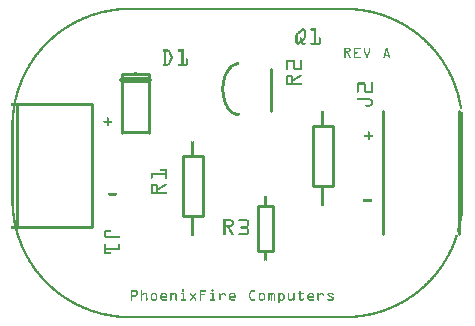
<source format=gto>
G04 MADE WITH FRITZING*
G04 WWW.FRITZING.ORG*
G04 DOUBLE SIDED*
G04 HOLES PLATED*
G04 CONTOUR ON CENTER OF CONTOUR VECTOR*
%ASAXBY*%
%FSLAX23Y23*%
%MOIN*%
%OFA0B0*%
%SFA1.0B1.0*%
%ADD10C,0.010000*%
%ADD11C,0.020000*%
%ADD12C,0.010417*%
%ADD13R,0.001000X0.001000*%
%LNSILK1*%
G90*
G70*
G54D10*
X572Y342D02*
X572Y542D01*
D02*
X572Y542D02*
X638Y542D01*
D02*
X638Y542D02*
X638Y342D01*
D02*
X638Y342D02*
X572Y342D01*
D02*
X459Y814D02*
X459Y619D01*
D02*
X369Y619D02*
X369Y814D01*
D02*
X369Y814D02*
X459Y814D01*
G54D11*
D02*
X369Y794D02*
X459Y794D01*
G54D10*
D02*
X1005Y443D02*
X1005Y643D01*
D02*
X1005Y643D02*
X1071Y643D01*
D02*
X1071Y643D02*
X1071Y443D01*
D02*
X1071Y443D02*
X1005Y443D01*
D02*
X864Y832D02*
X864Y692D01*
G54D12*
D02*
X1239Y693D02*
X1239Y282D01*
D02*
X1492Y282D02*
X1492Y693D01*
D02*
X270Y304D02*
X270Y715D01*
D02*
X17Y715D02*
X17Y304D01*
G54D10*
D02*
X873Y376D02*
X873Y226D01*
D02*
X873Y226D02*
X823Y226D01*
D02*
X823Y226D02*
X823Y376D01*
D02*
X823Y376D02*
X873Y376D01*
G54D13*
X374Y1036D02*
X1132Y1036D01*
X360Y1035D02*
X1146Y1035D01*
X350Y1034D02*
X1156Y1034D01*
X341Y1033D02*
X1165Y1033D01*
X334Y1032D02*
X1172Y1032D01*
X328Y1031D02*
X1178Y1031D01*
X322Y1030D02*
X1184Y1030D01*
X317Y1029D02*
X1189Y1029D01*
X312Y1028D02*
X373Y1028D01*
X1133Y1028D02*
X1194Y1028D01*
X308Y1027D02*
X359Y1027D01*
X1147Y1027D02*
X1198Y1027D01*
X303Y1026D02*
X349Y1026D01*
X1157Y1026D02*
X1203Y1026D01*
X299Y1025D02*
X341Y1025D01*
X1165Y1025D02*
X1207Y1025D01*
X295Y1024D02*
X333Y1024D01*
X1173Y1024D02*
X1211Y1024D01*
X292Y1023D02*
X327Y1023D01*
X1179Y1023D02*
X1214Y1023D01*
X288Y1022D02*
X322Y1022D01*
X1184Y1022D02*
X1218Y1022D01*
X284Y1021D02*
X317Y1021D01*
X1189Y1021D02*
X1222Y1021D01*
X281Y1020D02*
X312Y1020D01*
X1194Y1020D02*
X1225Y1020D01*
X278Y1019D02*
X307Y1019D01*
X1199Y1019D02*
X1228Y1019D01*
X274Y1018D02*
X303Y1018D01*
X1203Y1018D02*
X1232Y1018D01*
X271Y1017D02*
X299Y1017D01*
X1207Y1017D02*
X1235Y1017D01*
X268Y1016D02*
X295Y1016D01*
X1211Y1016D02*
X1238Y1016D01*
X265Y1015D02*
X291Y1015D01*
X1215Y1015D02*
X1241Y1015D01*
X263Y1014D02*
X287Y1014D01*
X1219Y1014D02*
X1243Y1014D01*
X260Y1013D02*
X284Y1013D01*
X1222Y1013D02*
X1246Y1013D01*
X257Y1012D02*
X281Y1012D01*
X1225Y1012D02*
X1249Y1012D01*
X255Y1011D02*
X277Y1011D01*
X1229Y1011D02*
X1251Y1011D01*
X252Y1010D02*
X274Y1010D01*
X1232Y1010D02*
X1254Y1010D01*
X249Y1009D02*
X271Y1009D01*
X1234Y1009D02*
X1257Y1009D01*
X247Y1008D02*
X269Y1008D01*
X1237Y1008D02*
X1259Y1008D01*
X244Y1007D02*
X266Y1007D01*
X1240Y1007D02*
X1262Y1007D01*
X242Y1006D02*
X263Y1006D01*
X1243Y1006D02*
X1264Y1006D01*
X240Y1005D02*
X260Y1005D01*
X1246Y1005D02*
X1266Y1005D01*
X237Y1004D02*
X257Y1004D01*
X1249Y1004D02*
X1269Y1004D01*
X235Y1003D02*
X255Y1003D01*
X1251Y1003D02*
X1271Y1003D01*
X233Y1002D02*
X252Y1002D01*
X1254Y1002D02*
X1273Y1002D01*
X231Y1001D02*
X250Y1001D01*
X1256Y1001D02*
X1275Y1001D01*
X228Y1000D02*
X247Y1000D01*
X1259Y1000D02*
X1278Y1000D01*
X226Y999D02*
X245Y999D01*
X1261Y999D02*
X1280Y999D01*
X224Y998D02*
X242Y998D01*
X1264Y998D02*
X1282Y998D01*
X222Y997D02*
X240Y997D01*
X1266Y997D02*
X1284Y997D01*
X220Y996D02*
X238Y996D01*
X1268Y996D02*
X1286Y996D01*
X218Y995D02*
X235Y995D01*
X1271Y995D02*
X1288Y995D01*
X216Y994D02*
X233Y994D01*
X1273Y994D02*
X1290Y994D01*
X214Y993D02*
X231Y993D01*
X1275Y993D02*
X1292Y993D01*
X212Y992D02*
X229Y992D01*
X1277Y992D02*
X1294Y992D01*
X210Y991D02*
X227Y991D01*
X1279Y991D02*
X1296Y991D01*
X208Y990D02*
X225Y990D01*
X1281Y990D02*
X1298Y990D01*
X206Y989D02*
X223Y989D01*
X1283Y989D02*
X1300Y989D01*
X205Y988D02*
X221Y988D01*
X1285Y988D02*
X1301Y988D01*
X203Y987D02*
X219Y987D01*
X1287Y987D02*
X1303Y987D01*
X201Y986D02*
X217Y986D01*
X1289Y986D02*
X1305Y986D01*
X199Y985D02*
X215Y985D01*
X1291Y985D02*
X1307Y985D01*
X198Y984D02*
X213Y984D01*
X1293Y984D02*
X1308Y984D01*
X196Y983D02*
X211Y983D01*
X1295Y983D02*
X1310Y983D01*
X194Y982D02*
X209Y982D01*
X1297Y982D02*
X1312Y982D01*
X192Y981D02*
X207Y981D01*
X1299Y981D02*
X1314Y981D01*
X191Y980D02*
X205Y980D01*
X1301Y980D02*
X1315Y980D01*
X189Y979D02*
X204Y979D01*
X1302Y979D02*
X1317Y979D01*
X187Y978D02*
X202Y978D01*
X1304Y978D02*
X1319Y978D01*
X186Y977D02*
X200Y977D01*
X1306Y977D02*
X1320Y977D01*
X184Y976D02*
X199Y976D01*
X1307Y976D02*
X1322Y976D01*
X183Y975D02*
X197Y975D01*
X1309Y975D02*
X1323Y975D01*
X181Y974D02*
X195Y974D01*
X1311Y974D02*
X1325Y974D01*
X180Y973D02*
X193Y973D01*
X1313Y973D02*
X1326Y973D01*
X178Y972D02*
X192Y972D01*
X1314Y972D02*
X1328Y972D01*
X177Y971D02*
X190Y971D01*
X1316Y971D02*
X1329Y971D01*
X175Y970D02*
X189Y970D01*
X1317Y970D02*
X1331Y970D01*
X173Y969D02*
X187Y969D01*
X1319Y969D02*
X1333Y969D01*
X172Y968D02*
X185Y968D01*
X1321Y968D02*
X1334Y968D01*
X171Y967D02*
X184Y967D01*
X970Y967D02*
X974Y967D01*
X999Y967D02*
X1016Y967D01*
X1322Y967D02*
X1335Y967D01*
X169Y966D02*
X182Y966D01*
X968Y966D02*
X976Y966D01*
X997Y966D02*
X1016Y966D01*
X1324Y966D02*
X1337Y966D01*
X168Y965D02*
X181Y965D01*
X967Y965D02*
X978Y965D01*
X997Y965D02*
X1016Y965D01*
X1325Y965D02*
X1338Y965D01*
X166Y964D02*
X179Y964D01*
X966Y964D02*
X979Y964D01*
X997Y964D02*
X1016Y964D01*
X1327Y964D02*
X1340Y964D01*
X165Y963D02*
X178Y963D01*
X964Y963D02*
X979Y963D01*
X997Y963D02*
X1016Y963D01*
X1328Y963D02*
X1341Y963D01*
X164Y962D02*
X176Y962D01*
X963Y962D02*
X980Y962D01*
X997Y962D02*
X1016Y962D01*
X1330Y962D02*
X1342Y962D01*
X162Y961D02*
X175Y961D01*
X962Y961D02*
X980Y961D01*
X998Y961D02*
X1016Y961D01*
X1331Y961D02*
X1344Y961D01*
X161Y960D02*
X173Y960D01*
X961Y960D02*
X971Y960D01*
X974Y960D02*
X980Y960D01*
X1010Y960D02*
X1016Y960D01*
X1333Y960D02*
X1345Y960D01*
X159Y959D02*
X172Y959D01*
X960Y959D02*
X970Y959D01*
X974Y959D02*
X980Y959D01*
X1010Y959D02*
X1016Y959D01*
X1334Y959D02*
X1347Y959D01*
X158Y958D02*
X171Y958D01*
X958Y958D02*
X968Y958D01*
X974Y958D02*
X980Y958D01*
X1010Y958D02*
X1016Y958D01*
X1335Y958D02*
X1348Y958D01*
X157Y957D02*
X169Y957D01*
X957Y957D02*
X967Y957D01*
X974Y957D02*
X980Y957D01*
X1010Y957D02*
X1016Y957D01*
X1337Y957D02*
X1349Y957D01*
X155Y956D02*
X168Y956D01*
X956Y956D02*
X966Y956D01*
X974Y956D02*
X980Y956D01*
X1010Y956D02*
X1016Y956D01*
X1338Y956D02*
X1351Y956D01*
X154Y955D02*
X166Y955D01*
X955Y955D02*
X965Y955D01*
X974Y955D02*
X980Y955D01*
X1010Y955D02*
X1016Y955D01*
X1340Y955D02*
X1352Y955D01*
X153Y954D02*
X165Y954D01*
X954Y954D02*
X964Y954D01*
X974Y954D02*
X980Y954D01*
X1010Y954D02*
X1016Y954D01*
X1341Y954D02*
X1353Y954D01*
X152Y953D02*
X164Y953D01*
X953Y953D02*
X962Y953D01*
X974Y953D02*
X980Y953D01*
X1010Y953D02*
X1016Y953D01*
X1342Y953D02*
X1354Y953D01*
X150Y952D02*
X162Y952D01*
X951Y952D02*
X961Y952D01*
X974Y952D02*
X980Y952D01*
X1010Y952D02*
X1016Y952D01*
X1344Y952D02*
X1356Y952D01*
X149Y951D02*
X161Y951D01*
X950Y951D02*
X960Y951D01*
X974Y951D02*
X980Y951D01*
X1010Y951D02*
X1016Y951D01*
X1345Y951D02*
X1357Y951D01*
X148Y950D02*
X160Y950D01*
X950Y950D02*
X959Y950D01*
X974Y950D02*
X980Y950D01*
X1010Y950D02*
X1016Y950D01*
X1346Y950D02*
X1358Y950D01*
X147Y949D02*
X158Y949D01*
X949Y949D02*
X958Y949D01*
X974Y949D02*
X980Y949D01*
X1010Y949D02*
X1016Y949D01*
X1348Y949D02*
X1359Y949D01*
X145Y948D02*
X157Y948D01*
X948Y948D02*
X956Y948D01*
X974Y948D02*
X980Y948D01*
X1010Y948D02*
X1016Y948D01*
X1349Y948D02*
X1361Y948D01*
X144Y947D02*
X156Y947D01*
X948Y947D02*
X955Y947D01*
X974Y947D02*
X980Y947D01*
X1010Y947D02*
X1016Y947D01*
X1350Y947D02*
X1362Y947D01*
X143Y946D02*
X155Y946D01*
X947Y946D02*
X954Y946D01*
X974Y946D02*
X980Y946D01*
X1010Y946D02*
X1016Y946D01*
X1351Y946D02*
X1363Y946D01*
X142Y945D02*
X153Y945D01*
X947Y945D02*
X954Y945D01*
X974Y945D02*
X980Y945D01*
X1010Y945D02*
X1016Y945D01*
X1353Y945D02*
X1364Y945D01*
X140Y944D02*
X152Y944D01*
X947Y944D02*
X953Y944D01*
X974Y944D02*
X980Y944D01*
X1010Y944D02*
X1016Y944D01*
X1354Y944D02*
X1366Y944D01*
X139Y943D02*
X151Y943D01*
X947Y943D02*
X953Y943D01*
X974Y943D02*
X980Y943D01*
X1010Y943D02*
X1016Y943D01*
X1355Y943D02*
X1367Y943D01*
X138Y942D02*
X150Y942D01*
X947Y942D02*
X953Y942D01*
X974Y942D02*
X980Y942D01*
X1010Y942D02*
X1016Y942D01*
X1356Y942D02*
X1368Y942D01*
X137Y941D02*
X148Y941D01*
X947Y941D02*
X953Y941D01*
X974Y941D02*
X980Y941D01*
X1010Y941D02*
X1016Y941D01*
X1358Y941D02*
X1369Y941D01*
X136Y940D02*
X147Y940D01*
X947Y940D02*
X953Y940D01*
X974Y940D02*
X980Y940D01*
X1010Y940D02*
X1016Y940D01*
X1359Y940D02*
X1370Y940D01*
X135Y939D02*
X146Y939D01*
X947Y939D02*
X953Y939D01*
X974Y939D02*
X980Y939D01*
X1010Y939D02*
X1016Y939D01*
X1360Y939D02*
X1371Y939D01*
X134Y938D02*
X145Y938D01*
X947Y938D02*
X953Y938D01*
X974Y938D02*
X980Y938D01*
X1010Y938D02*
X1016Y938D01*
X1361Y938D02*
X1372Y938D01*
X132Y937D02*
X144Y937D01*
X947Y937D02*
X953Y937D01*
X962Y937D02*
X965Y937D01*
X974Y937D02*
X980Y937D01*
X1010Y937D02*
X1016Y937D01*
X1025Y937D02*
X1029Y937D01*
X1362Y937D02*
X1374Y937D01*
X131Y936D02*
X142Y936D01*
X947Y936D02*
X953Y936D01*
X961Y936D02*
X966Y936D01*
X973Y936D02*
X980Y936D01*
X1010Y936D02*
X1016Y936D01*
X1025Y936D02*
X1030Y936D01*
X1364Y936D02*
X1375Y936D01*
X130Y935D02*
X141Y935D01*
X947Y935D02*
X953Y935D01*
X961Y935D02*
X967Y935D01*
X973Y935D02*
X980Y935D01*
X1010Y935D02*
X1016Y935D01*
X1024Y935D02*
X1030Y935D01*
X1365Y935D02*
X1376Y935D01*
X129Y934D02*
X140Y934D01*
X947Y934D02*
X953Y934D01*
X961Y934D02*
X967Y934D01*
X972Y934D02*
X979Y934D01*
X1010Y934D02*
X1016Y934D01*
X1024Y934D02*
X1030Y934D01*
X1366Y934D02*
X1377Y934D01*
X128Y933D02*
X139Y933D01*
X947Y933D02*
X953Y933D01*
X961Y933D02*
X967Y933D01*
X971Y933D02*
X979Y933D01*
X1010Y933D02*
X1016Y933D01*
X1024Y933D02*
X1030Y933D01*
X1367Y933D02*
X1378Y933D01*
X127Y932D02*
X138Y932D01*
X947Y932D02*
X953Y932D01*
X961Y932D02*
X978Y932D01*
X1010Y932D02*
X1016Y932D01*
X1024Y932D02*
X1030Y932D01*
X1368Y932D02*
X1379Y932D01*
X126Y931D02*
X137Y931D01*
X947Y931D02*
X953Y931D01*
X962Y931D02*
X977Y931D01*
X1010Y931D02*
X1016Y931D01*
X1024Y931D02*
X1030Y931D01*
X1369Y931D02*
X1380Y931D01*
X125Y930D02*
X135Y930D01*
X947Y930D02*
X953Y930D01*
X962Y930D02*
X977Y930D01*
X1010Y930D02*
X1016Y930D01*
X1024Y930D02*
X1030Y930D01*
X1371Y930D02*
X1381Y930D01*
X124Y929D02*
X134Y929D01*
X947Y929D02*
X953Y929D01*
X962Y929D02*
X976Y929D01*
X1010Y929D02*
X1016Y929D01*
X1024Y929D02*
X1030Y929D01*
X1372Y929D02*
X1382Y929D01*
X123Y928D02*
X133Y928D01*
X947Y928D02*
X953Y928D01*
X963Y928D02*
X975Y928D01*
X1010Y928D02*
X1016Y928D01*
X1024Y928D02*
X1030Y928D01*
X1373Y928D02*
X1383Y928D01*
X122Y927D02*
X132Y927D01*
X947Y927D02*
X953Y927D01*
X963Y927D02*
X973Y927D01*
X1010Y927D02*
X1016Y927D01*
X1024Y927D02*
X1030Y927D01*
X1374Y927D02*
X1384Y927D01*
X121Y926D02*
X131Y926D01*
X947Y926D02*
X953Y926D01*
X962Y926D02*
X972Y926D01*
X1010Y926D02*
X1016Y926D01*
X1024Y926D02*
X1030Y926D01*
X1375Y926D02*
X1385Y926D01*
X119Y925D02*
X130Y925D01*
X947Y925D02*
X953Y925D01*
X961Y925D02*
X971Y925D01*
X1010Y925D02*
X1016Y925D01*
X1024Y925D02*
X1030Y925D01*
X1376Y925D02*
X1387Y925D01*
X118Y924D02*
X129Y924D01*
X947Y924D02*
X953Y924D01*
X960Y924D02*
X971Y924D01*
X1010Y924D02*
X1016Y924D01*
X1024Y924D02*
X1030Y924D01*
X1377Y924D02*
X1388Y924D01*
X117Y923D02*
X128Y923D01*
X947Y923D02*
X953Y923D01*
X959Y923D02*
X971Y923D01*
X1010Y923D02*
X1016Y923D01*
X1024Y923D02*
X1030Y923D01*
X1378Y923D02*
X1389Y923D01*
X116Y922D02*
X127Y922D01*
X947Y922D02*
X953Y922D01*
X958Y922D02*
X972Y922D01*
X1010Y922D02*
X1016Y922D01*
X1024Y922D02*
X1030Y922D01*
X1379Y922D02*
X1390Y922D01*
X115Y921D02*
X126Y921D01*
X947Y921D02*
X953Y921D01*
X956Y921D02*
X972Y921D01*
X1010Y921D02*
X1016Y921D01*
X1024Y921D02*
X1030Y921D01*
X1380Y921D02*
X1391Y921D01*
X114Y920D02*
X125Y920D01*
X947Y920D02*
X978Y920D01*
X999Y920D02*
X1030Y920D01*
X1381Y920D02*
X1392Y920D01*
X113Y919D02*
X124Y919D01*
X947Y919D02*
X964Y919D01*
X966Y919D02*
X979Y919D01*
X998Y919D02*
X1030Y919D01*
X1382Y919D02*
X1393Y919D01*
X112Y918D02*
X123Y918D01*
X948Y918D02*
X963Y918D01*
X967Y918D02*
X980Y918D01*
X997Y918D02*
X1030Y918D01*
X1383Y918D02*
X1394Y918D01*
X111Y917D02*
X122Y917D01*
X948Y917D02*
X962Y917D01*
X967Y917D02*
X980Y917D01*
X997Y917D02*
X1030Y917D01*
X1384Y917D02*
X1394Y917D01*
X111Y916D02*
X121Y916D01*
X949Y916D02*
X960Y916D01*
X967Y916D02*
X980Y916D01*
X997Y916D02*
X1030Y916D01*
X1385Y916D02*
X1395Y916D01*
X110Y915D02*
X120Y915D01*
X950Y915D02*
X959Y915D01*
X968Y915D02*
X980Y915D01*
X997Y915D02*
X1030Y915D01*
X1386Y915D02*
X1396Y915D01*
X109Y914D02*
X119Y914D01*
X952Y914D02*
X957Y914D01*
X968Y914D02*
X979Y914D01*
X998Y914D02*
X1029Y914D01*
X1387Y914D02*
X1397Y914D01*
X108Y913D02*
X118Y913D01*
X1388Y913D02*
X1398Y913D01*
X107Y912D02*
X117Y912D01*
X1389Y912D02*
X1399Y912D01*
X106Y911D02*
X116Y911D01*
X1390Y911D02*
X1400Y911D01*
X105Y910D02*
X115Y910D01*
X1391Y910D02*
X1401Y910D01*
X104Y909D02*
X114Y909D01*
X1392Y909D02*
X1402Y909D01*
X103Y908D02*
X113Y908D01*
X1393Y908D02*
X1403Y908D01*
X102Y907D02*
X112Y907D01*
X1394Y907D02*
X1404Y907D01*
X101Y906D02*
X111Y906D01*
X1395Y906D02*
X1405Y906D01*
X100Y905D02*
X110Y905D01*
X1396Y905D02*
X1406Y905D01*
X99Y904D02*
X109Y904D01*
X1397Y904D02*
X1407Y904D01*
X99Y903D02*
X108Y903D01*
X1109Y903D02*
X1127Y903D01*
X1142Y903D02*
X1162Y903D01*
X1175Y903D02*
X1177Y903D01*
X1193Y903D02*
X1195Y903D01*
X1249Y903D02*
X1252Y903D01*
X1398Y903D02*
X1407Y903D01*
X98Y902D02*
X107Y902D01*
X1109Y902D02*
X1128Y902D01*
X1142Y902D02*
X1163Y902D01*
X1175Y902D02*
X1178Y902D01*
X1192Y902D02*
X1196Y902D01*
X1249Y902D02*
X1252Y902D01*
X1399Y902D02*
X1408Y902D01*
X97Y901D02*
X106Y901D01*
X1109Y901D02*
X1129Y901D01*
X1142Y901D02*
X1163Y901D01*
X1174Y901D02*
X1178Y901D01*
X1192Y901D02*
X1196Y901D01*
X1248Y901D02*
X1253Y901D01*
X1400Y901D02*
X1409Y901D01*
X96Y900D02*
X106Y900D01*
X1109Y900D02*
X1130Y900D01*
X1142Y900D02*
X1162Y900D01*
X1174Y900D02*
X1178Y900D01*
X1192Y900D02*
X1196Y900D01*
X1248Y900D02*
X1253Y900D01*
X1400Y900D02*
X1410Y900D01*
X95Y899D02*
X105Y899D01*
X1109Y899D02*
X1113Y899D01*
X1125Y899D02*
X1130Y899D01*
X1142Y899D02*
X1145Y899D01*
X1174Y899D02*
X1178Y899D01*
X1192Y899D02*
X1196Y899D01*
X1248Y899D02*
X1253Y899D01*
X1401Y899D02*
X1411Y899D01*
X94Y898D02*
X104Y898D01*
X1109Y898D02*
X1113Y898D01*
X1127Y898D02*
X1130Y898D01*
X1142Y898D02*
X1145Y898D01*
X1174Y898D02*
X1178Y898D01*
X1192Y898D02*
X1196Y898D01*
X1248Y898D02*
X1253Y898D01*
X1402Y898D02*
X1412Y898D01*
X93Y897D02*
X103Y897D01*
X505Y897D02*
X522Y897D01*
X555Y897D02*
X573Y897D01*
X1109Y897D02*
X1113Y897D01*
X1127Y897D02*
X1130Y897D01*
X1142Y897D02*
X1145Y897D01*
X1174Y897D02*
X1178Y897D01*
X1192Y897D02*
X1196Y897D01*
X1247Y897D02*
X1254Y897D01*
X1403Y897D02*
X1413Y897D01*
X92Y896D02*
X102Y896D01*
X504Y896D02*
X524Y896D01*
X554Y896D02*
X573Y896D01*
X1109Y896D02*
X1113Y896D01*
X1127Y896D02*
X1130Y896D01*
X1142Y896D02*
X1145Y896D01*
X1174Y896D02*
X1178Y896D01*
X1192Y896D02*
X1196Y896D01*
X1247Y896D02*
X1254Y896D01*
X1404Y896D02*
X1414Y896D01*
X92Y895D02*
X101Y895D01*
X504Y895D02*
X525Y895D01*
X554Y895D02*
X573Y895D01*
X1109Y895D02*
X1113Y895D01*
X1127Y895D02*
X1130Y895D01*
X1142Y895D02*
X1145Y895D01*
X1174Y895D02*
X1178Y895D01*
X1192Y895D02*
X1196Y895D01*
X1247Y895D02*
X1254Y895D01*
X1405Y895D02*
X1414Y895D01*
X91Y894D02*
X100Y894D01*
X504Y894D02*
X527Y894D01*
X554Y894D02*
X573Y894D01*
X1109Y894D02*
X1113Y894D01*
X1127Y894D02*
X1130Y894D01*
X1142Y894D02*
X1145Y894D01*
X1174Y894D02*
X1178Y894D01*
X1192Y894D02*
X1196Y894D01*
X1246Y894D02*
X1255Y894D01*
X1406Y894D02*
X1415Y894D01*
X90Y893D02*
X99Y893D01*
X504Y893D02*
X527Y893D01*
X554Y893D02*
X573Y893D01*
X1109Y893D02*
X1113Y893D01*
X1126Y893D02*
X1130Y893D01*
X1142Y893D02*
X1145Y893D01*
X1175Y893D02*
X1178Y893D01*
X1192Y893D02*
X1196Y893D01*
X1246Y893D02*
X1255Y893D01*
X1407Y893D02*
X1416Y893D01*
X89Y892D02*
X99Y892D01*
X504Y892D02*
X528Y892D01*
X554Y892D02*
X573Y892D01*
X1109Y892D02*
X1130Y892D01*
X1142Y892D02*
X1145Y892D01*
X1175Y892D02*
X1179Y892D01*
X1191Y892D02*
X1195Y892D01*
X1246Y892D02*
X1255Y892D01*
X1407Y892D02*
X1417Y892D01*
X88Y891D02*
X98Y891D01*
X505Y891D02*
X529Y891D01*
X555Y891D02*
X573Y891D01*
X1109Y891D02*
X1129Y891D01*
X1142Y891D02*
X1145Y891D01*
X1175Y891D02*
X1179Y891D01*
X1191Y891D02*
X1195Y891D01*
X1246Y891D02*
X1249Y891D01*
X1252Y891D02*
X1255Y891D01*
X1408Y891D02*
X1418Y891D01*
X88Y890D02*
X97Y890D01*
X510Y890D02*
X516Y890D01*
X522Y890D02*
X529Y890D01*
X567Y890D02*
X573Y890D01*
X1109Y890D02*
X1129Y890D01*
X1142Y890D02*
X1145Y890D01*
X1176Y890D02*
X1180Y890D01*
X1191Y890D02*
X1194Y890D01*
X1245Y890D02*
X1249Y890D01*
X1252Y890D02*
X1256Y890D01*
X1409Y890D02*
X1418Y890D01*
X87Y889D02*
X96Y889D01*
X510Y889D02*
X516Y889D01*
X523Y889D02*
X530Y889D01*
X567Y889D02*
X573Y889D01*
X1109Y889D02*
X1127Y889D01*
X1142Y889D02*
X1145Y889D01*
X1176Y889D02*
X1180Y889D01*
X1190Y889D02*
X1194Y889D01*
X1245Y889D02*
X1249Y889D01*
X1252Y889D02*
X1256Y889D01*
X1410Y889D02*
X1419Y889D01*
X86Y888D02*
X95Y888D01*
X510Y888D02*
X516Y888D01*
X523Y888D02*
X530Y888D01*
X567Y888D02*
X573Y888D01*
X1109Y888D02*
X1125Y888D01*
X1142Y888D02*
X1153Y888D01*
X1177Y888D02*
X1180Y888D01*
X1190Y888D02*
X1194Y888D01*
X1245Y888D02*
X1248Y888D01*
X1253Y888D02*
X1256Y888D01*
X1411Y888D02*
X1420Y888D01*
X85Y887D02*
X94Y887D01*
X510Y887D02*
X516Y887D01*
X524Y887D02*
X531Y887D01*
X567Y887D02*
X573Y887D01*
X1109Y887D02*
X1113Y887D01*
X1117Y887D02*
X1121Y887D01*
X1142Y887D02*
X1154Y887D01*
X1177Y887D02*
X1181Y887D01*
X1189Y887D02*
X1193Y887D01*
X1244Y887D02*
X1248Y887D01*
X1253Y887D02*
X1257Y887D01*
X1412Y887D02*
X1421Y887D01*
X84Y886D02*
X94Y886D01*
X510Y886D02*
X516Y886D01*
X524Y886D02*
X531Y886D01*
X567Y886D02*
X573Y886D01*
X1109Y886D02*
X1113Y886D01*
X1118Y886D02*
X1122Y886D01*
X1142Y886D02*
X1154Y886D01*
X1177Y886D02*
X1181Y886D01*
X1189Y886D02*
X1193Y886D01*
X1244Y886D02*
X1248Y886D01*
X1253Y886D02*
X1257Y886D01*
X1412Y886D02*
X1422Y886D01*
X84Y885D02*
X93Y885D01*
X510Y885D02*
X516Y885D01*
X525Y885D02*
X532Y885D01*
X567Y885D02*
X573Y885D01*
X1109Y885D02*
X1113Y885D01*
X1118Y885D02*
X1123Y885D01*
X1142Y885D02*
X1154Y885D01*
X1178Y885D02*
X1182Y885D01*
X1189Y885D02*
X1193Y885D01*
X1244Y885D02*
X1248Y885D01*
X1253Y885D02*
X1257Y885D01*
X1413Y885D02*
X1422Y885D01*
X83Y884D02*
X92Y884D01*
X510Y884D02*
X516Y884D01*
X525Y884D02*
X532Y884D01*
X567Y884D02*
X573Y884D01*
X1109Y884D02*
X1113Y884D01*
X1119Y884D02*
X1123Y884D01*
X1142Y884D02*
X1152Y884D01*
X1178Y884D02*
X1182Y884D01*
X1188Y884D02*
X1192Y884D01*
X1243Y884D02*
X1247Y884D01*
X1254Y884D02*
X1257Y884D01*
X1414Y884D02*
X1423Y884D01*
X82Y883D02*
X91Y883D01*
X510Y883D02*
X516Y883D01*
X526Y883D02*
X533Y883D01*
X567Y883D02*
X573Y883D01*
X1109Y883D02*
X1113Y883D01*
X1119Y883D02*
X1124Y883D01*
X1142Y883D02*
X1145Y883D01*
X1178Y883D02*
X1182Y883D01*
X1188Y883D02*
X1192Y883D01*
X1243Y883D02*
X1247Y883D01*
X1254Y883D02*
X1258Y883D01*
X1415Y883D02*
X1424Y883D01*
X81Y882D02*
X90Y882D01*
X510Y882D02*
X516Y882D01*
X526Y882D02*
X533Y882D01*
X567Y882D02*
X573Y882D01*
X1109Y882D02*
X1113Y882D01*
X1120Y882D02*
X1124Y882D01*
X1142Y882D02*
X1145Y882D01*
X1179Y882D02*
X1183Y882D01*
X1187Y882D02*
X1191Y882D01*
X1243Y882D02*
X1247Y882D01*
X1254Y882D02*
X1258Y882D01*
X1416Y882D02*
X1425Y882D01*
X80Y881D02*
X90Y881D01*
X510Y881D02*
X516Y881D01*
X527Y881D02*
X534Y881D01*
X567Y881D02*
X573Y881D01*
X1109Y881D02*
X1113Y881D01*
X1121Y881D02*
X1125Y881D01*
X1142Y881D02*
X1145Y881D01*
X1179Y881D02*
X1183Y881D01*
X1187Y881D02*
X1191Y881D01*
X1243Y881D02*
X1247Y881D01*
X1254Y881D02*
X1258Y881D01*
X1416Y881D02*
X1425Y881D01*
X80Y880D02*
X89Y880D01*
X510Y880D02*
X516Y880D01*
X527Y880D02*
X534Y880D01*
X567Y880D02*
X573Y880D01*
X1109Y880D02*
X1113Y880D01*
X1121Y880D02*
X1126Y880D01*
X1142Y880D02*
X1145Y880D01*
X1180Y880D02*
X1184Y880D01*
X1187Y880D02*
X1191Y880D01*
X1242Y880D02*
X1259Y880D01*
X1417Y880D02*
X1426Y880D01*
X79Y879D02*
X88Y879D01*
X510Y879D02*
X516Y879D01*
X528Y879D02*
X535Y879D01*
X567Y879D02*
X573Y879D01*
X1109Y879D02*
X1113Y879D01*
X1122Y879D02*
X1126Y879D01*
X1142Y879D02*
X1145Y879D01*
X1180Y879D02*
X1184Y879D01*
X1186Y879D02*
X1190Y879D01*
X1242Y879D02*
X1259Y879D01*
X1418Y879D02*
X1427Y879D01*
X78Y878D02*
X87Y878D01*
X510Y878D02*
X516Y878D01*
X528Y878D02*
X535Y878D01*
X567Y878D02*
X573Y878D01*
X1109Y878D02*
X1113Y878D01*
X1122Y878D02*
X1127Y878D01*
X1142Y878D02*
X1145Y878D01*
X1180Y878D02*
X1184Y878D01*
X1186Y878D02*
X1190Y878D01*
X1242Y878D02*
X1259Y878D01*
X1419Y878D02*
X1428Y878D01*
X77Y877D02*
X86Y877D01*
X510Y877D02*
X516Y877D01*
X529Y877D02*
X536Y877D01*
X567Y877D02*
X573Y877D01*
X1109Y877D02*
X1113Y877D01*
X1123Y877D02*
X1127Y877D01*
X1142Y877D02*
X1145Y877D01*
X1181Y877D02*
X1189Y877D01*
X1241Y877D02*
X1260Y877D01*
X1420Y877D02*
X1429Y877D01*
X77Y876D02*
X86Y876D01*
X510Y876D02*
X516Y876D01*
X529Y876D02*
X536Y876D01*
X567Y876D02*
X573Y876D01*
X1109Y876D02*
X1113Y876D01*
X1124Y876D02*
X1128Y876D01*
X1142Y876D02*
X1145Y876D01*
X1181Y876D02*
X1189Y876D01*
X1241Y876D02*
X1245Y876D01*
X1256Y876D02*
X1260Y876D01*
X1420Y876D02*
X1429Y876D01*
X76Y875D02*
X85Y875D01*
X510Y875D02*
X516Y875D01*
X530Y875D02*
X536Y875D01*
X567Y875D02*
X573Y875D01*
X1109Y875D02*
X1113Y875D01*
X1124Y875D02*
X1128Y875D01*
X1142Y875D02*
X1145Y875D01*
X1182Y875D02*
X1189Y875D01*
X1241Y875D02*
X1245Y875D01*
X1256Y875D02*
X1260Y875D01*
X1421Y875D02*
X1430Y875D01*
X75Y874D02*
X84Y874D01*
X510Y874D02*
X516Y874D01*
X530Y874D02*
X537Y874D01*
X567Y874D02*
X573Y874D01*
X1109Y874D02*
X1113Y874D01*
X1125Y874D02*
X1129Y874D01*
X1142Y874D02*
X1145Y874D01*
X1182Y874D02*
X1188Y874D01*
X1241Y874D02*
X1244Y874D01*
X1257Y874D02*
X1260Y874D01*
X1422Y874D02*
X1431Y874D01*
X75Y873D02*
X83Y873D01*
X510Y873D02*
X516Y873D01*
X531Y873D02*
X537Y873D01*
X567Y873D02*
X573Y873D01*
X1109Y873D02*
X1113Y873D01*
X1125Y873D02*
X1130Y873D01*
X1142Y873D02*
X1162Y873D01*
X1182Y873D02*
X1188Y873D01*
X1240Y873D02*
X1244Y873D01*
X1257Y873D02*
X1261Y873D01*
X1423Y873D02*
X1431Y873D01*
X74Y872D02*
X83Y872D01*
X510Y872D02*
X516Y872D01*
X531Y872D02*
X537Y872D01*
X567Y872D02*
X573Y872D01*
X1109Y872D02*
X1113Y872D01*
X1126Y872D02*
X1130Y872D01*
X1142Y872D02*
X1163Y872D01*
X1183Y872D02*
X1187Y872D01*
X1240Y872D02*
X1244Y872D01*
X1257Y872D02*
X1261Y872D01*
X1423Y872D02*
X1432Y872D01*
X73Y871D02*
X82Y871D01*
X510Y871D02*
X516Y871D01*
X531Y871D02*
X537Y871D01*
X567Y871D02*
X573Y871D01*
X1109Y871D02*
X1113Y871D01*
X1126Y871D02*
X1130Y871D01*
X1142Y871D02*
X1163Y871D01*
X1183Y871D02*
X1187Y871D01*
X1240Y871D02*
X1243Y871D01*
X1258Y871D02*
X1261Y871D01*
X1424Y871D02*
X1433Y871D01*
X72Y870D02*
X81Y870D01*
X510Y870D02*
X516Y870D01*
X531Y870D02*
X537Y870D01*
X567Y870D02*
X573Y870D01*
X1109Y870D02*
X1112Y870D01*
X1127Y870D02*
X1130Y870D01*
X1142Y870D02*
X1163Y870D01*
X1184Y870D02*
X1187Y870D01*
X1240Y870D02*
X1243Y870D01*
X1258Y870D02*
X1261Y870D01*
X1425Y870D02*
X1434Y870D01*
X72Y869D02*
X81Y869D01*
X510Y869D02*
X516Y869D01*
X531Y869D02*
X537Y869D01*
X567Y869D02*
X573Y869D01*
X1110Y869D02*
X1111Y869D01*
X1128Y869D02*
X1129Y869D01*
X1142Y869D02*
X1162Y869D01*
X1185Y869D02*
X1186Y869D01*
X1241Y869D02*
X1242Y869D01*
X1259Y869D02*
X1260Y869D01*
X1425Y869D02*
X1434Y869D01*
X71Y868D02*
X80Y868D01*
X510Y868D02*
X516Y868D01*
X531Y868D02*
X537Y868D01*
X567Y868D02*
X573Y868D01*
X1426Y868D02*
X1435Y868D01*
X70Y867D02*
X79Y867D01*
X510Y867D02*
X516Y867D01*
X530Y867D02*
X537Y867D01*
X567Y867D02*
X573Y867D01*
X582Y867D02*
X586Y867D01*
X1427Y867D02*
X1436Y867D01*
X70Y866D02*
X78Y866D01*
X510Y866D02*
X516Y866D01*
X530Y866D02*
X536Y866D01*
X567Y866D02*
X573Y866D01*
X581Y866D02*
X587Y866D01*
X1428Y866D02*
X1436Y866D01*
X69Y865D02*
X78Y865D01*
X510Y865D02*
X516Y865D01*
X529Y865D02*
X536Y865D01*
X567Y865D02*
X573Y865D01*
X581Y865D02*
X587Y865D01*
X1428Y865D02*
X1437Y865D01*
X68Y864D02*
X77Y864D01*
X510Y864D02*
X516Y864D01*
X529Y864D02*
X536Y864D01*
X567Y864D02*
X573Y864D01*
X581Y864D02*
X587Y864D01*
X1429Y864D02*
X1438Y864D01*
X68Y863D02*
X76Y863D01*
X510Y863D02*
X516Y863D01*
X528Y863D02*
X535Y863D01*
X567Y863D02*
X573Y863D01*
X581Y863D02*
X587Y863D01*
X919Y863D02*
X941Y863D01*
X963Y863D02*
X967Y863D01*
X1430Y863D02*
X1438Y863D01*
X67Y862D02*
X76Y862D01*
X510Y862D02*
X516Y862D01*
X528Y862D02*
X535Y862D01*
X567Y862D02*
X573Y862D01*
X581Y862D02*
X587Y862D01*
X917Y862D02*
X942Y862D01*
X963Y862D02*
X968Y862D01*
X1430Y862D02*
X1439Y862D01*
X66Y861D02*
X75Y861D01*
X510Y861D02*
X516Y861D01*
X527Y861D02*
X534Y861D01*
X567Y861D02*
X573Y861D01*
X581Y861D02*
X587Y861D01*
X916Y861D02*
X943Y861D01*
X962Y861D02*
X968Y861D01*
X1431Y861D02*
X1440Y861D01*
X66Y860D02*
X74Y860D01*
X510Y860D02*
X516Y860D01*
X527Y860D02*
X534Y860D01*
X567Y860D02*
X573Y860D01*
X581Y860D02*
X587Y860D01*
X916Y860D02*
X944Y860D01*
X962Y860D02*
X968Y860D01*
X1432Y860D02*
X1440Y860D01*
X65Y859D02*
X73Y859D01*
X510Y859D02*
X516Y859D01*
X526Y859D02*
X533Y859D01*
X567Y859D02*
X573Y859D01*
X581Y859D02*
X587Y859D01*
X915Y859D02*
X944Y859D01*
X962Y859D02*
X968Y859D01*
X1433Y859D02*
X1441Y859D01*
X64Y858D02*
X73Y858D01*
X510Y858D02*
X516Y858D01*
X526Y858D02*
X533Y858D01*
X567Y858D02*
X573Y858D01*
X581Y858D02*
X587Y858D01*
X915Y858D02*
X944Y858D01*
X962Y858D02*
X968Y858D01*
X1433Y858D02*
X1442Y858D01*
X64Y857D02*
X72Y857D01*
X510Y857D02*
X516Y857D01*
X525Y857D02*
X532Y857D01*
X567Y857D02*
X573Y857D01*
X581Y857D02*
X587Y857D01*
X915Y857D02*
X944Y857D01*
X962Y857D02*
X968Y857D01*
X1434Y857D02*
X1442Y857D01*
X63Y856D02*
X71Y856D01*
X510Y856D02*
X516Y856D01*
X525Y856D02*
X532Y856D01*
X567Y856D02*
X573Y856D01*
X581Y856D02*
X587Y856D01*
X915Y856D02*
X921Y856D01*
X939Y856D02*
X945Y856D01*
X962Y856D02*
X968Y856D01*
X1435Y856D02*
X1443Y856D01*
X62Y855D02*
X71Y855D01*
X510Y855D02*
X516Y855D01*
X524Y855D02*
X531Y855D01*
X567Y855D02*
X573Y855D01*
X581Y855D02*
X587Y855D01*
X915Y855D02*
X921Y855D01*
X939Y855D02*
X945Y855D01*
X962Y855D02*
X968Y855D01*
X1435Y855D02*
X1444Y855D01*
X62Y854D02*
X70Y854D01*
X510Y854D02*
X516Y854D01*
X524Y854D02*
X531Y854D01*
X567Y854D02*
X573Y854D01*
X581Y854D02*
X587Y854D01*
X750Y854D02*
X757Y854D01*
X915Y854D02*
X921Y854D01*
X939Y854D02*
X945Y854D01*
X962Y854D02*
X968Y854D01*
X1436Y854D02*
X1444Y854D01*
X61Y853D02*
X69Y853D01*
X510Y853D02*
X516Y853D01*
X523Y853D02*
X530Y853D01*
X567Y853D02*
X573Y853D01*
X581Y853D02*
X587Y853D01*
X746Y853D02*
X758Y853D01*
X915Y853D02*
X921Y853D01*
X939Y853D02*
X945Y853D01*
X962Y853D02*
X968Y853D01*
X1437Y853D02*
X1445Y853D01*
X60Y852D02*
X69Y852D01*
X510Y852D02*
X516Y852D01*
X523Y852D02*
X530Y852D01*
X567Y852D02*
X573Y852D01*
X581Y852D02*
X587Y852D01*
X744Y852D02*
X758Y852D01*
X915Y852D02*
X921Y852D01*
X939Y852D02*
X945Y852D01*
X962Y852D02*
X968Y852D01*
X1437Y852D02*
X1446Y852D01*
X60Y851D02*
X68Y851D01*
X510Y851D02*
X516Y851D01*
X522Y851D02*
X529Y851D01*
X567Y851D02*
X573Y851D01*
X581Y851D02*
X587Y851D01*
X741Y851D02*
X758Y851D01*
X915Y851D02*
X921Y851D01*
X939Y851D02*
X945Y851D01*
X962Y851D02*
X968Y851D01*
X1438Y851D02*
X1446Y851D01*
X59Y850D02*
X68Y850D01*
X506Y850D02*
X529Y850D01*
X556Y850D02*
X587Y850D01*
X739Y850D02*
X758Y850D01*
X915Y850D02*
X921Y850D01*
X939Y850D02*
X945Y850D01*
X962Y850D02*
X968Y850D01*
X1438Y850D02*
X1447Y850D01*
X59Y849D02*
X67Y849D01*
X504Y849D02*
X528Y849D01*
X554Y849D02*
X587Y849D01*
X738Y849D02*
X759Y849D01*
X915Y849D02*
X921Y849D01*
X939Y849D02*
X945Y849D01*
X962Y849D02*
X968Y849D01*
X1439Y849D02*
X1447Y849D01*
X58Y848D02*
X66Y848D01*
X504Y848D02*
X528Y848D01*
X554Y848D02*
X587Y848D01*
X736Y848D02*
X759Y848D01*
X915Y848D02*
X921Y848D01*
X939Y848D02*
X945Y848D01*
X962Y848D02*
X968Y848D01*
X1440Y848D02*
X1448Y848D01*
X57Y847D02*
X66Y847D01*
X504Y847D02*
X527Y847D01*
X554Y847D02*
X587Y847D01*
X734Y847D02*
X759Y847D01*
X915Y847D02*
X921Y847D01*
X939Y847D02*
X945Y847D01*
X962Y847D02*
X968Y847D01*
X1440Y847D02*
X1449Y847D01*
X57Y846D02*
X65Y846D01*
X504Y846D02*
X526Y846D01*
X554Y846D02*
X587Y846D01*
X733Y846D02*
X759Y846D01*
X915Y846D02*
X921Y846D01*
X939Y846D02*
X945Y846D01*
X962Y846D02*
X968Y846D01*
X1441Y846D02*
X1449Y846D01*
X56Y845D02*
X64Y845D01*
X504Y845D02*
X525Y845D01*
X554Y845D02*
X586Y845D01*
X732Y845D02*
X757Y845D01*
X915Y845D02*
X921Y845D01*
X939Y845D02*
X945Y845D01*
X962Y845D02*
X968Y845D01*
X1442Y845D02*
X1450Y845D01*
X56Y844D02*
X64Y844D01*
X505Y844D02*
X522Y844D01*
X555Y844D02*
X585Y844D01*
X730Y844D02*
X750Y844D01*
X915Y844D02*
X921Y844D01*
X939Y844D02*
X945Y844D01*
X962Y844D02*
X968Y844D01*
X1442Y844D02*
X1450Y844D01*
X55Y843D02*
X63Y843D01*
X729Y843D02*
X747Y843D01*
X915Y843D02*
X921Y843D01*
X939Y843D02*
X945Y843D01*
X962Y843D02*
X968Y843D01*
X1443Y843D02*
X1451Y843D01*
X54Y842D02*
X62Y842D01*
X728Y842D02*
X744Y842D01*
X915Y842D02*
X921Y842D01*
X939Y842D02*
X945Y842D01*
X962Y842D02*
X968Y842D01*
X1444Y842D02*
X1452Y842D01*
X54Y841D02*
X62Y841D01*
X727Y841D02*
X742Y841D01*
X915Y841D02*
X921Y841D01*
X939Y841D02*
X945Y841D01*
X962Y841D02*
X968Y841D01*
X1444Y841D02*
X1452Y841D01*
X53Y840D02*
X61Y840D01*
X726Y840D02*
X740Y840D01*
X915Y840D02*
X921Y840D01*
X939Y840D02*
X945Y840D01*
X962Y840D02*
X968Y840D01*
X1445Y840D02*
X1453Y840D01*
X53Y839D02*
X61Y839D01*
X725Y839D02*
X739Y839D01*
X915Y839D02*
X921Y839D01*
X939Y839D02*
X945Y839D01*
X962Y839D02*
X968Y839D01*
X1445Y839D02*
X1453Y839D01*
X52Y838D02*
X60Y838D01*
X724Y838D02*
X738Y838D01*
X915Y838D02*
X921Y838D01*
X939Y838D02*
X945Y838D01*
X962Y838D02*
X968Y838D01*
X1446Y838D02*
X1454Y838D01*
X52Y837D02*
X60Y837D01*
X723Y837D02*
X736Y837D01*
X915Y837D02*
X921Y837D01*
X939Y837D02*
X945Y837D01*
X962Y837D02*
X968Y837D01*
X1446Y837D02*
X1454Y837D01*
X51Y836D02*
X59Y836D01*
X723Y836D02*
X735Y836D01*
X915Y836D02*
X921Y836D01*
X939Y836D02*
X968Y836D01*
X1447Y836D02*
X1455Y836D01*
X50Y835D02*
X58Y835D01*
X722Y835D02*
X734Y835D01*
X915Y835D02*
X921Y835D01*
X939Y835D02*
X968Y835D01*
X1448Y835D02*
X1456Y835D01*
X50Y834D02*
X58Y834D01*
X721Y834D02*
X733Y834D01*
X915Y834D02*
X921Y834D01*
X939Y834D02*
X968Y834D01*
X1448Y834D02*
X1456Y834D01*
X49Y833D02*
X57Y833D01*
X720Y833D02*
X732Y833D01*
X915Y833D02*
X921Y833D01*
X939Y833D02*
X968Y833D01*
X1449Y833D02*
X1457Y833D01*
X49Y832D02*
X57Y832D01*
X719Y832D02*
X731Y832D01*
X915Y832D02*
X921Y832D01*
X940Y832D02*
X968Y832D01*
X1449Y832D02*
X1457Y832D01*
X48Y831D02*
X56Y831D01*
X719Y831D02*
X730Y831D01*
X915Y831D02*
X920Y831D01*
X941Y831D02*
X968Y831D01*
X1450Y831D02*
X1458Y831D01*
X48Y830D02*
X56Y830D01*
X718Y830D02*
X729Y830D01*
X916Y830D02*
X919Y830D01*
X942Y830D02*
X968Y830D01*
X1450Y830D02*
X1458Y830D01*
X47Y829D02*
X55Y829D01*
X717Y829D02*
X729Y829D01*
X1451Y829D02*
X1459Y829D01*
X46Y828D02*
X54Y828D01*
X717Y828D02*
X728Y828D01*
X1452Y828D02*
X1460Y828D01*
X46Y827D02*
X54Y827D01*
X716Y827D02*
X727Y827D01*
X1452Y827D02*
X1460Y827D01*
X45Y826D02*
X53Y826D01*
X715Y826D02*
X726Y826D01*
X1453Y826D02*
X1461Y826D01*
X45Y825D02*
X53Y825D01*
X715Y825D02*
X726Y825D01*
X1453Y825D02*
X1461Y825D01*
X44Y824D02*
X52Y824D01*
X714Y824D02*
X725Y824D01*
X1454Y824D02*
X1462Y824D01*
X44Y823D02*
X52Y823D01*
X714Y823D02*
X724Y823D01*
X1454Y823D02*
X1462Y823D01*
X43Y822D02*
X51Y822D01*
X409Y822D02*
X418Y822D01*
X713Y822D02*
X724Y822D01*
X1455Y822D02*
X1463Y822D01*
X43Y821D02*
X51Y821D01*
X409Y821D02*
X418Y821D01*
X713Y821D02*
X723Y821D01*
X1455Y821D02*
X1463Y821D01*
X42Y820D02*
X50Y820D01*
X409Y820D02*
X418Y820D01*
X712Y820D02*
X722Y820D01*
X1456Y820D02*
X1464Y820D01*
X42Y819D02*
X50Y819D01*
X409Y819D02*
X418Y819D01*
X712Y819D02*
X722Y819D01*
X1456Y819D02*
X1464Y819D01*
X41Y818D02*
X49Y818D01*
X409Y818D02*
X418Y818D01*
X711Y818D02*
X721Y818D01*
X1457Y818D02*
X1465Y818D01*
X41Y817D02*
X49Y817D01*
X409Y817D02*
X418Y817D01*
X711Y817D02*
X721Y817D01*
X1457Y817D02*
X1465Y817D01*
X40Y816D02*
X48Y816D01*
X409Y816D02*
X418Y816D01*
X710Y816D02*
X720Y816D01*
X1458Y816D02*
X1466Y816D01*
X40Y815D02*
X48Y815D01*
X409Y815D02*
X418Y815D01*
X710Y815D02*
X720Y815D01*
X1458Y815D02*
X1466Y815D01*
X39Y814D02*
X47Y814D01*
X709Y814D02*
X719Y814D01*
X1459Y814D02*
X1467Y814D01*
X39Y813D02*
X47Y813D01*
X709Y813D02*
X719Y813D01*
X921Y813D02*
X932Y813D01*
X963Y813D02*
X967Y813D01*
X1459Y813D02*
X1467Y813D01*
X38Y812D02*
X46Y812D01*
X709Y812D02*
X718Y812D01*
X920Y812D02*
X934Y812D01*
X961Y812D02*
X968Y812D01*
X1460Y812D02*
X1468Y812D01*
X38Y811D02*
X46Y811D01*
X708Y811D02*
X718Y811D01*
X918Y811D02*
X935Y811D01*
X960Y811D02*
X968Y811D01*
X1460Y811D02*
X1468Y811D01*
X37Y810D02*
X45Y810D01*
X708Y810D02*
X718Y810D01*
X917Y810D02*
X936Y810D01*
X958Y810D02*
X968Y810D01*
X1461Y810D02*
X1469Y810D01*
X37Y809D02*
X45Y809D01*
X708Y809D02*
X717Y809D01*
X917Y809D02*
X937Y809D01*
X956Y809D02*
X968Y809D01*
X1461Y809D02*
X1469Y809D01*
X37Y808D02*
X44Y808D01*
X707Y808D02*
X717Y808D01*
X916Y808D02*
X937Y808D01*
X955Y808D02*
X967Y808D01*
X1462Y808D02*
X1469Y808D01*
X36Y807D02*
X44Y807D01*
X707Y807D02*
X716Y807D01*
X916Y807D02*
X938Y807D01*
X953Y807D02*
X966Y807D01*
X1462Y807D02*
X1470Y807D01*
X36Y806D02*
X43Y806D01*
X707Y806D02*
X716Y806D01*
X915Y806D02*
X922Y806D01*
X931Y806D02*
X938Y806D01*
X951Y806D02*
X964Y806D01*
X1463Y806D02*
X1470Y806D01*
X35Y805D02*
X43Y805D01*
X706Y805D02*
X716Y805D01*
X915Y805D02*
X921Y805D01*
X932Y805D02*
X939Y805D01*
X949Y805D02*
X962Y805D01*
X1463Y805D02*
X1471Y805D01*
X35Y804D02*
X42Y804D01*
X706Y804D02*
X715Y804D01*
X915Y804D02*
X921Y804D01*
X933Y804D02*
X939Y804D01*
X948Y804D02*
X961Y804D01*
X1464Y804D02*
X1471Y804D01*
X34Y803D02*
X42Y803D01*
X706Y803D02*
X715Y803D01*
X915Y803D02*
X921Y803D01*
X933Y803D02*
X939Y803D01*
X946Y803D02*
X959Y803D01*
X1464Y803D02*
X1472Y803D01*
X34Y802D02*
X41Y802D01*
X705Y802D02*
X715Y802D01*
X915Y802D02*
X921Y802D01*
X933Y802D02*
X939Y802D01*
X944Y802D02*
X957Y802D01*
X1465Y802D02*
X1472Y802D01*
X33Y801D02*
X41Y801D01*
X705Y801D02*
X714Y801D01*
X915Y801D02*
X921Y801D01*
X933Y801D02*
X939Y801D01*
X943Y801D02*
X956Y801D01*
X1465Y801D02*
X1473Y801D01*
X33Y800D02*
X41Y800D01*
X705Y800D02*
X714Y800D01*
X915Y800D02*
X921Y800D01*
X933Y800D02*
X939Y800D01*
X941Y800D02*
X954Y800D01*
X1465Y800D02*
X1473Y800D01*
X33Y799D02*
X40Y799D01*
X704Y799D02*
X714Y799D01*
X915Y799D02*
X921Y799D01*
X933Y799D02*
X952Y799D01*
X1466Y799D02*
X1473Y799D01*
X32Y798D02*
X40Y798D01*
X704Y798D02*
X713Y798D01*
X915Y798D02*
X921Y798D01*
X933Y798D02*
X950Y798D01*
X1466Y798D02*
X1474Y798D01*
X32Y797D02*
X39Y797D01*
X704Y797D02*
X713Y797D01*
X915Y797D02*
X921Y797D01*
X933Y797D02*
X949Y797D01*
X1467Y797D02*
X1474Y797D01*
X31Y796D02*
X39Y796D01*
X704Y796D02*
X713Y796D01*
X915Y796D02*
X921Y796D01*
X933Y796D02*
X947Y796D01*
X1467Y796D02*
X1475Y796D01*
X31Y795D02*
X38Y795D01*
X704Y795D02*
X713Y795D01*
X915Y795D02*
X921Y795D01*
X933Y795D02*
X945Y795D01*
X1468Y795D02*
X1475Y795D01*
X30Y794D02*
X38Y794D01*
X703Y794D02*
X712Y794D01*
X915Y794D02*
X921Y794D01*
X933Y794D02*
X944Y794D01*
X1468Y794D02*
X1476Y794D01*
X30Y793D02*
X37Y793D01*
X703Y793D02*
X712Y793D01*
X915Y793D02*
X921Y793D01*
X933Y793D02*
X942Y793D01*
X1469Y793D02*
X1476Y793D01*
X30Y792D02*
X37Y792D01*
X703Y792D02*
X712Y792D01*
X915Y792D02*
X921Y792D01*
X933Y792D02*
X940Y792D01*
X1469Y792D02*
X1476Y792D01*
X29Y791D02*
X37Y791D01*
X703Y791D02*
X712Y791D01*
X915Y791D02*
X921Y791D01*
X933Y791D02*
X939Y791D01*
X1469Y791D02*
X1477Y791D01*
X29Y790D02*
X36Y790D01*
X702Y790D02*
X712Y790D01*
X915Y790D02*
X921Y790D01*
X933Y790D02*
X939Y790D01*
X1470Y790D02*
X1477Y790D01*
X28Y789D02*
X36Y789D01*
X702Y789D02*
X711Y789D01*
X915Y789D02*
X921Y789D01*
X933Y789D02*
X939Y789D01*
X1470Y789D02*
X1478Y789D01*
X28Y788D02*
X35Y788D01*
X702Y788D02*
X711Y788D01*
X915Y788D02*
X921Y788D01*
X933Y788D02*
X939Y788D01*
X1471Y788D02*
X1478Y788D01*
X28Y787D02*
X35Y787D01*
X702Y787D02*
X711Y787D01*
X915Y787D02*
X921Y787D01*
X933Y787D02*
X939Y787D01*
X1154Y787D02*
X1177Y787D01*
X1199Y787D02*
X1203Y787D01*
X1471Y787D02*
X1478Y787D01*
X27Y786D02*
X35Y786D01*
X702Y786D02*
X711Y786D01*
X915Y786D02*
X966Y786D01*
X1153Y786D02*
X1178Y786D01*
X1198Y786D02*
X1203Y786D01*
X1471Y786D02*
X1479Y786D01*
X27Y785D02*
X34Y785D01*
X702Y785D02*
X711Y785D01*
X915Y785D02*
X967Y785D01*
X1152Y785D02*
X1179Y785D01*
X1198Y785D02*
X1204Y785D01*
X1472Y785D02*
X1479Y785D01*
X26Y784D02*
X34Y784D01*
X702Y784D02*
X711Y784D01*
X915Y784D02*
X968Y784D01*
X1151Y784D02*
X1179Y784D01*
X1198Y784D02*
X1204Y784D01*
X1472Y784D02*
X1480Y784D01*
X26Y783D02*
X33Y783D01*
X701Y783D02*
X710Y783D01*
X915Y783D02*
X968Y783D01*
X1151Y783D02*
X1180Y783D01*
X1198Y783D02*
X1204Y783D01*
X1473Y783D02*
X1480Y783D01*
X26Y782D02*
X33Y782D01*
X701Y782D02*
X710Y782D01*
X915Y782D02*
X968Y782D01*
X1151Y782D02*
X1180Y782D01*
X1198Y782D02*
X1204Y782D01*
X1473Y782D02*
X1480Y782D01*
X25Y781D02*
X33Y781D01*
X701Y781D02*
X710Y781D01*
X915Y781D02*
X968Y781D01*
X1151Y781D02*
X1180Y781D01*
X1198Y781D02*
X1204Y781D01*
X1473Y781D02*
X1481Y781D01*
X25Y780D02*
X32Y780D01*
X701Y780D02*
X710Y780D01*
X915Y780D02*
X967Y780D01*
X1151Y780D02*
X1157Y780D01*
X1174Y780D02*
X1180Y780D01*
X1198Y780D02*
X1204Y780D01*
X1474Y780D02*
X1481Y780D01*
X24Y779D02*
X32Y779D01*
X701Y779D02*
X710Y779D01*
X1151Y779D02*
X1157Y779D01*
X1174Y779D02*
X1180Y779D01*
X1198Y779D02*
X1204Y779D01*
X1474Y779D02*
X1482Y779D01*
X24Y778D02*
X31Y778D01*
X701Y778D02*
X710Y778D01*
X1151Y778D02*
X1157Y778D01*
X1174Y778D02*
X1180Y778D01*
X1198Y778D02*
X1204Y778D01*
X1475Y778D02*
X1482Y778D01*
X24Y777D02*
X31Y777D01*
X701Y777D02*
X710Y777D01*
X1151Y777D02*
X1157Y777D01*
X1174Y777D02*
X1180Y777D01*
X1198Y777D02*
X1204Y777D01*
X1475Y777D02*
X1482Y777D01*
X23Y776D02*
X31Y776D01*
X701Y776D02*
X710Y776D01*
X1151Y776D02*
X1157Y776D01*
X1174Y776D02*
X1180Y776D01*
X1198Y776D02*
X1204Y776D01*
X1475Y776D02*
X1483Y776D01*
X23Y775D02*
X30Y775D01*
X701Y775D02*
X710Y775D01*
X1151Y775D02*
X1157Y775D01*
X1174Y775D02*
X1180Y775D01*
X1198Y775D02*
X1204Y775D01*
X1476Y775D02*
X1483Y775D01*
X23Y774D02*
X30Y774D01*
X700Y774D02*
X709Y774D01*
X1151Y774D02*
X1157Y774D01*
X1174Y774D02*
X1180Y774D01*
X1198Y774D02*
X1204Y774D01*
X1476Y774D02*
X1483Y774D01*
X22Y773D02*
X30Y773D01*
X700Y773D02*
X709Y773D01*
X1151Y773D02*
X1157Y773D01*
X1174Y773D02*
X1180Y773D01*
X1198Y773D02*
X1204Y773D01*
X1476Y773D02*
X1484Y773D01*
X22Y772D02*
X29Y772D01*
X700Y772D02*
X709Y772D01*
X1151Y772D02*
X1157Y772D01*
X1174Y772D02*
X1180Y772D01*
X1198Y772D02*
X1204Y772D01*
X1477Y772D02*
X1484Y772D01*
X22Y771D02*
X29Y771D01*
X700Y771D02*
X709Y771D01*
X1151Y771D02*
X1157Y771D01*
X1174Y771D02*
X1180Y771D01*
X1198Y771D02*
X1204Y771D01*
X1477Y771D02*
X1484Y771D01*
X21Y770D02*
X29Y770D01*
X700Y770D02*
X709Y770D01*
X1151Y770D02*
X1157Y770D01*
X1174Y770D02*
X1180Y770D01*
X1198Y770D02*
X1204Y770D01*
X1477Y770D02*
X1485Y770D01*
X21Y769D02*
X28Y769D01*
X700Y769D02*
X709Y769D01*
X1151Y769D02*
X1157Y769D01*
X1174Y769D02*
X1180Y769D01*
X1198Y769D02*
X1204Y769D01*
X1478Y769D02*
X1485Y769D01*
X21Y768D02*
X28Y768D01*
X700Y768D02*
X709Y768D01*
X1151Y768D02*
X1157Y768D01*
X1174Y768D02*
X1180Y768D01*
X1198Y768D02*
X1204Y768D01*
X1478Y768D02*
X1485Y768D01*
X20Y767D02*
X28Y767D01*
X700Y767D02*
X709Y767D01*
X1151Y767D02*
X1157Y767D01*
X1174Y767D02*
X1180Y767D01*
X1198Y767D02*
X1204Y767D01*
X1478Y767D02*
X1486Y767D01*
X20Y766D02*
X27Y766D01*
X700Y766D02*
X709Y766D01*
X1151Y766D02*
X1157Y766D01*
X1174Y766D02*
X1180Y766D01*
X1198Y766D02*
X1204Y766D01*
X1479Y766D02*
X1486Y766D01*
X20Y765D02*
X27Y765D01*
X700Y765D02*
X709Y765D01*
X1151Y765D02*
X1157Y765D01*
X1174Y765D02*
X1180Y765D01*
X1198Y765D02*
X1204Y765D01*
X1479Y765D02*
X1486Y765D01*
X19Y764D02*
X27Y764D01*
X700Y764D02*
X709Y764D01*
X1151Y764D02*
X1157Y764D01*
X1174Y764D02*
X1180Y764D01*
X1198Y764D02*
X1204Y764D01*
X1479Y764D02*
X1487Y764D01*
X19Y763D02*
X26Y763D01*
X700Y763D02*
X709Y763D01*
X1151Y763D02*
X1157Y763D01*
X1174Y763D02*
X1180Y763D01*
X1198Y763D02*
X1204Y763D01*
X1480Y763D02*
X1487Y763D01*
X19Y762D02*
X26Y762D01*
X700Y762D02*
X709Y762D01*
X1151Y762D02*
X1157Y762D01*
X1174Y762D02*
X1180Y762D01*
X1198Y762D02*
X1204Y762D01*
X1480Y762D02*
X1487Y762D01*
X18Y761D02*
X26Y761D01*
X700Y761D02*
X709Y761D01*
X1151Y761D02*
X1157Y761D01*
X1174Y761D02*
X1180Y761D01*
X1198Y761D02*
X1204Y761D01*
X1480Y761D02*
X1488Y761D01*
X18Y760D02*
X25Y760D01*
X700Y760D02*
X709Y760D01*
X1151Y760D02*
X1157Y760D01*
X1174Y760D02*
X1204Y760D01*
X1481Y760D02*
X1488Y760D01*
X18Y759D02*
X25Y759D01*
X700Y759D02*
X709Y759D01*
X1151Y759D02*
X1157Y759D01*
X1174Y759D02*
X1204Y759D01*
X1481Y759D02*
X1488Y759D01*
X17Y758D02*
X25Y758D01*
X700Y758D02*
X709Y758D01*
X1151Y758D02*
X1157Y758D01*
X1175Y758D02*
X1204Y758D01*
X1481Y758D02*
X1489Y758D01*
X17Y757D02*
X24Y757D01*
X700Y757D02*
X709Y757D01*
X1151Y757D02*
X1157Y757D01*
X1175Y757D02*
X1204Y757D01*
X1482Y757D02*
X1489Y757D01*
X17Y756D02*
X24Y756D01*
X700Y756D02*
X709Y756D01*
X1151Y756D02*
X1156Y756D01*
X1176Y756D02*
X1204Y756D01*
X1482Y756D02*
X1489Y756D01*
X16Y755D02*
X24Y755D01*
X701Y755D02*
X710Y755D01*
X1151Y755D02*
X1156Y755D01*
X1177Y755D02*
X1204Y755D01*
X1482Y755D02*
X1490Y755D01*
X16Y754D02*
X23Y754D01*
X701Y754D02*
X710Y754D01*
X1152Y754D02*
X1155Y754D01*
X1178Y754D02*
X1204Y754D01*
X1483Y754D02*
X1490Y754D01*
X16Y753D02*
X23Y753D01*
X701Y753D02*
X710Y753D01*
X1483Y753D02*
X1490Y753D01*
X16Y752D02*
X23Y752D01*
X701Y752D02*
X710Y752D01*
X1483Y752D02*
X1490Y752D01*
X15Y751D02*
X22Y751D01*
X701Y751D02*
X710Y751D01*
X1484Y751D02*
X1491Y751D01*
X15Y750D02*
X22Y750D01*
X701Y750D02*
X710Y750D01*
X1484Y750D02*
X1491Y750D01*
X15Y749D02*
X22Y749D01*
X701Y749D02*
X710Y749D01*
X1484Y749D02*
X1491Y749D01*
X14Y748D02*
X22Y748D01*
X701Y748D02*
X710Y748D01*
X1484Y748D02*
X1492Y748D01*
X14Y747D02*
X21Y747D01*
X701Y747D02*
X710Y747D01*
X1485Y747D02*
X1492Y747D01*
X14Y746D02*
X21Y746D01*
X702Y746D02*
X711Y746D01*
X1485Y746D02*
X1492Y746D01*
X14Y745D02*
X21Y745D01*
X702Y745D02*
X711Y745D01*
X1485Y745D02*
X1492Y745D01*
X13Y744D02*
X20Y744D01*
X702Y744D02*
X711Y744D01*
X1486Y744D02*
X1493Y744D01*
X13Y743D02*
X20Y743D01*
X702Y743D02*
X711Y743D01*
X1486Y743D02*
X1493Y743D01*
X13Y742D02*
X20Y742D01*
X702Y742D02*
X711Y742D01*
X1486Y742D02*
X1493Y742D01*
X13Y741D02*
X20Y741D01*
X702Y741D02*
X711Y741D01*
X1486Y741D02*
X1493Y741D01*
X12Y740D02*
X19Y740D01*
X702Y740D02*
X712Y740D01*
X1487Y740D02*
X1494Y740D01*
X12Y739D02*
X19Y739D01*
X703Y739D02*
X712Y739D01*
X1487Y739D02*
X1494Y739D01*
X12Y738D02*
X19Y738D01*
X703Y738D02*
X712Y738D01*
X1487Y738D02*
X1494Y738D01*
X12Y737D02*
X19Y737D01*
X703Y737D02*
X712Y737D01*
X1487Y737D02*
X1494Y737D01*
X11Y736D02*
X18Y736D01*
X703Y736D02*
X712Y736D01*
X1488Y736D02*
X1495Y736D01*
X11Y735D02*
X18Y735D01*
X704Y735D02*
X713Y735D01*
X1488Y735D02*
X1495Y735D01*
X11Y734D02*
X18Y734D01*
X704Y734D02*
X713Y734D01*
X1152Y734D02*
X1196Y734D01*
X1488Y734D02*
X1495Y734D01*
X11Y733D02*
X18Y733D01*
X704Y733D02*
X713Y733D01*
X1151Y733D02*
X1199Y733D01*
X1488Y733D02*
X1495Y733D01*
X10Y732D02*
X17Y732D01*
X704Y732D02*
X713Y732D01*
X1151Y732D02*
X1200Y732D01*
X1489Y732D02*
X1496Y732D01*
X10Y731D02*
X17Y731D01*
X704Y731D02*
X714Y731D01*
X1151Y731D02*
X1201Y731D01*
X1489Y731D02*
X1496Y731D01*
X10Y730D02*
X17Y730D01*
X705Y730D02*
X714Y730D01*
X1151Y730D02*
X1202Y730D01*
X1489Y730D02*
X1496Y730D01*
X10Y729D02*
X17Y729D01*
X705Y729D02*
X714Y729D01*
X1151Y729D02*
X1202Y729D01*
X1489Y729D02*
X1496Y729D01*
X9Y728D02*
X17Y728D01*
X705Y728D02*
X715Y728D01*
X1152Y728D02*
X1203Y728D01*
X1489Y728D02*
X1497Y728D01*
X9Y727D02*
X16Y727D01*
X706Y727D02*
X715Y727D01*
X1196Y727D02*
X1203Y727D01*
X1490Y727D02*
X1497Y727D01*
X9Y726D02*
X16Y726D01*
X706Y726D02*
X715Y726D01*
X1197Y726D02*
X1204Y726D01*
X1490Y726D02*
X1497Y726D01*
X9Y725D02*
X16Y725D01*
X706Y725D02*
X716Y725D01*
X1197Y725D02*
X1204Y725D01*
X1490Y725D02*
X1497Y725D01*
X9Y724D02*
X16Y724D01*
X707Y724D02*
X716Y724D01*
X1198Y724D02*
X1204Y724D01*
X1490Y724D02*
X1497Y724D01*
X8Y723D02*
X15Y723D01*
X707Y723D02*
X716Y723D01*
X1198Y723D02*
X1204Y723D01*
X1491Y723D02*
X1498Y723D01*
X8Y722D02*
X15Y722D01*
X707Y722D02*
X717Y722D01*
X1198Y722D02*
X1204Y722D01*
X1491Y722D02*
X1498Y722D01*
X8Y721D02*
X15Y721D01*
X708Y721D02*
X717Y721D01*
X1198Y721D02*
X1204Y721D01*
X1491Y721D02*
X1498Y721D01*
X0Y720D02*
X269Y720D01*
X708Y720D02*
X718Y720D01*
X1198Y720D02*
X1204Y720D01*
X1491Y720D02*
X1498Y720D01*
X0Y719D02*
X269Y719D01*
X708Y719D02*
X718Y719D01*
X1198Y719D02*
X1204Y719D01*
X1491Y719D02*
X1498Y719D01*
X0Y718D02*
X269Y718D01*
X709Y718D02*
X718Y718D01*
X1198Y718D02*
X1204Y718D01*
X1492Y718D02*
X1499Y718D01*
X0Y717D02*
X269Y717D01*
X709Y717D02*
X719Y717D01*
X1198Y717D02*
X1204Y717D01*
X1492Y717D02*
X1499Y717D01*
X0Y716D02*
X269Y716D01*
X709Y716D02*
X719Y716D01*
X1197Y716D02*
X1204Y716D01*
X1492Y716D02*
X1499Y716D01*
X0Y715D02*
X269Y715D01*
X710Y715D02*
X720Y715D01*
X1197Y715D02*
X1203Y715D01*
X1492Y715D02*
X1499Y715D01*
X0Y714D02*
X269Y714D01*
X710Y714D02*
X720Y714D01*
X1195Y714D02*
X1203Y714D01*
X1492Y714D02*
X1499Y714D01*
X0Y713D02*
X269Y713D01*
X711Y713D02*
X721Y713D01*
X1181Y713D02*
X1203Y713D01*
X1493Y713D02*
X1500Y713D01*
X0Y712D02*
X269Y712D01*
X711Y712D02*
X721Y712D01*
X1180Y712D02*
X1202Y712D01*
X1493Y712D02*
X1500Y712D01*
X0Y711D02*
X269Y711D01*
X712Y711D02*
X722Y711D01*
X1180Y711D02*
X1201Y711D01*
X1493Y711D02*
X1500Y711D01*
X6Y710D02*
X13Y710D01*
X712Y710D02*
X723Y710D01*
X1180Y710D02*
X1201Y710D01*
X1493Y710D02*
X1500Y710D01*
X6Y709D02*
X13Y709D01*
X713Y709D02*
X723Y709D01*
X1180Y709D02*
X1199Y709D01*
X1493Y709D02*
X1500Y709D01*
X6Y708D02*
X13Y708D01*
X713Y708D02*
X724Y708D01*
X1181Y708D02*
X1198Y708D01*
X1493Y708D02*
X1500Y708D01*
X5Y707D02*
X12Y707D01*
X714Y707D02*
X724Y707D01*
X1183Y707D02*
X1195Y707D01*
X1494Y707D02*
X1501Y707D01*
X5Y706D02*
X12Y706D01*
X714Y706D02*
X725Y706D01*
X1494Y706D02*
X1501Y706D01*
X5Y705D02*
X12Y705D01*
X715Y705D02*
X726Y705D01*
X1494Y705D02*
X1501Y705D01*
X5Y704D02*
X12Y704D01*
X715Y704D02*
X726Y704D01*
X1494Y704D02*
X1501Y704D01*
X5Y703D02*
X12Y703D01*
X716Y703D02*
X727Y703D01*
X1494Y703D02*
X1501Y703D01*
X5Y702D02*
X12Y702D01*
X717Y702D02*
X728Y702D01*
X1494Y702D02*
X1501Y702D01*
X4Y701D02*
X11Y701D01*
X717Y701D02*
X729Y701D01*
X1495Y701D02*
X1502Y701D01*
X4Y700D02*
X11Y700D01*
X718Y700D02*
X729Y700D01*
X1495Y700D02*
X1502Y700D01*
X4Y699D02*
X11Y699D01*
X719Y699D02*
X730Y699D01*
X4Y698D02*
X11Y698D01*
X719Y698D02*
X731Y698D01*
X4Y697D02*
X11Y697D01*
X720Y697D02*
X732Y697D01*
X4Y696D02*
X11Y696D01*
X721Y696D02*
X733Y696D01*
X4Y695D02*
X11Y695D01*
X722Y695D02*
X734Y695D01*
X3Y694D02*
X10Y694D01*
X723Y694D02*
X735Y694D01*
X3Y693D02*
X10Y693D01*
X723Y693D02*
X736Y693D01*
X3Y692D02*
X10Y692D01*
X724Y692D02*
X738Y692D01*
X3Y691D02*
X10Y691D01*
X725Y691D02*
X739Y691D01*
X1033Y691D02*
X1042Y691D01*
X3Y690D02*
X10Y690D01*
X726Y690D02*
X741Y690D01*
X1033Y690D02*
X1042Y690D01*
X3Y689D02*
X10Y689D01*
X727Y689D02*
X742Y689D01*
X1033Y689D02*
X1042Y689D01*
X3Y688D02*
X10Y688D01*
X728Y688D02*
X744Y688D01*
X1033Y688D02*
X1042Y688D01*
X1496Y688D02*
X1503Y688D01*
X3Y687D02*
X10Y687D01*
X729Y687D02*
X747Y687D01*
X1033Y687D02*
X1042Y687D01*
X1496Y687D02*
X1503Y687D01*
X2Y686D02*
X9Y686D01*
X731Y686D02*
X750Y686D01*
X1033Y686D02*
X1042Y686D01*
X1497Y686D02*
X1504Y686D01*
X2Y685D02*
X9Y685D01*
X732Y685D02*
X758Y685D01*
X1033Y685D02*
X1042Y685D01*
X1497Y685D02*
X1504Y685D01*
X2Y684D02*
X9Y684D01*
X733Y684D02*
X760Y684D01*
X1033Y684D02*
X1042Y684D01*
X1497Y684D02*
X1504Y684D01*
X2Y683D02*
X9Y683D01*
X734Y683D02*
X761Y683D01*
X1033Y683D02*
X1042Y683D01*
X1497Y683D02*
X1504Y683D01*
X2Y682D02*
X9Y682D01*
X736Y682D02*
X761Y682D01*
X1033Y682D02*
X1042Y682D01*
X1497Y682D02*
X1504Y682D01*
X2Y681D02*
X9Y681D01*
X738Y681D02*
X761Y681D01*
X1033Y681D02*
X1042Y681D01*
X1497Y681D02*
X1504Y681D01*
X2Y680D02*
X9Y680D01*
X739Y680D02*
X760Y680D01*
X1033Y680D02*
X1042Y680D01*
X1497Y680D02*
X1504Y680D01*
X2Y679D02*
X9Y679D01*
X742Y679D02*
X760Y679D01*
X1033Y679D02*
X1042Y679D01*
X1497Y679D02*
X1504Y679D01*
X2Y678D02*
X9Y678D01*
X744Y678D02*
X759Y678D01*
X1033Y678D02*
X1042Y678D01*
X1497Y678D02*
X1504Y678D01*
X2Y677D02*
X9Y677D01*
X747Y677D02*
X759Y677D01*
X1033Y677D02*
X1042Y677D01*
X1497Y677D02*
X1504Y677D01*
X1Y676D02*
X8Y676D01*
X750Y676D02*
X759Y676D01*
X1033Y676D02*
X1042Y676D01*
X1498Y676D02*
X1505Y676D01*
X1Y675D02*
X8Y675D01*
X1033Y675D02*
X1042Y675D01*
X1498Y675D02*
X1505Y675D01*
X1Y674D02*
X8Y674D01*
X1033Y674D02*
X1042Y674D01*
X1498Y674D02*
X1505Y674D01*
X1Y673D02*
X8Y673D01*
X1033Y673D02*
X1042Y673D01*
X1498Y673D02*
X1505Y673D01*
X1Y672D02*
X8Y672D01*
X1033Y672D02*
X1042Y672D01*
X1498Y672D02*
X1505Y672D01*
X1Y671D02*
X8Y671D01*
X319Y671D02*
X322Y671D01*
X1033Y671D02*
X1042Y671D01*
X1498Y671D02*
X1505Y671D01*
X1Y670D02*
X8Y670D01*
X318Y670D02*
X323Y670D01*
X1033Y670D02*
X1042Y670D01*
X1498Y670D02*
X1505Y670D01*
X1Y669D02*
X8Y669D01*
X318Y669D02*
X323Y669D01*
X1033Y669D02*
X1042Y669D01*
X1498Y669D02*
X1505Y669D01*
X1Y668D02*
X8Y668D01*
X318Y668D02*
X323Y668D01*
X1033Y668D02*
X1042Y668D01*
X1498Y668D02*
X1505Y668D01*
X1Y667D02*
X8Y667D01*
X318Y667D02*
X323Y667D01*
X1033Y667D02*
X1042Y667D01*
X1498Y667D02*
X1505Y667D01*
X1Y666D02*
X8Y666D01*
X318Y666D02*
X323Y666D01*
X1033Y666D02*
X1042Y666D01*
X1498Y666D02*
X1505Y666D01*
X1Y665D02*
X8Y665D01*
X318Y665D02*
X323Y665D01*
X1033Y665D02*
X1042Y665D01*
X1498Y665D02*
X1505Y665D01*
X1Y664D02*
X8Y664D01*
X318Y664D02*
X323Y664D01*
X1033Y664D02*
X1042Y664D01*
X1498Y664D02*
X1505Y664D01*
X1Y663D02*
X8Y663D01*
X318Y663D02*
X323Y663D01*
X1033Y663D02*
X1042Y663D01*
X1498Y663D02*
X1505Y663D01*
X0Y662D02*
X7Y662D01*
X318Y662D02*
X323Y662D01*
X1033Y662D02*
X1042Y662D01*
X1498Y662D02*
X1506Y662D01*
X0Y661D02*
X7Y661D01*
X318Y661D02*
X323Y661D01*
X1033Y661D02*
X1042Y661D01*
X1499Y661D02*
X1506Y661D01*
X0Y660D02*
X7Y660D01*
X318Y660D02*
X323Y660D01*
X1033Y660D02*
X1042Y660D01*
X1499Y660D02*
X1506Y660D01*
X0Y659D02*
X7Y659D01*
X307Y659D02*
X334Y659D01*
X1033Y659D02*
X1042Y659D01*
X1499Y659D02*
X1506Y659D01*
X0Y658D02*
X7Y658D01*
X306Y658D02*
X335Y658D01*
X1033Y658D02*
X1042Y658D01*
X1499Y658D02*
X1506Y658D01*
X0Y657D02*
X7Y657D01*
X306Y657D02*
X335Y657D01*
X1033Y657D02*
X1042Y657D01*
X1499Y657D02*
X1506Y657D01*
X0Y656D02*
X7Y656D01*
X306Y656D02*
X335Y656D01*
X1033Y656D02*
X1042Y656D01*
X1499Y656D02*
X1506Y656D01*
X0Y655D02*
X7Y655D01*
X307Y655D02*
X335Y655D01*
X1033Y655D02*
X1042Y655D01*
X1499Y655D02*
X1506Y655D01*
X0Y654D02*
X7Y654D01*
X308Y654D02*
X334Y654D01*
X1033Y654D02*
X1042Y654D01*
X1499Y654D02*
X1506Y654D01*
X0Y653D02*
X7Y653D01*
X318Y653D02*
X323Y653D01*
X1033Y653D02*
X1042Y653D01*
X1499Y653D02*
X1506Y653D01*
X0Y652D02*
X7Y652D01*
X318Y652D02*
X323Y652D01*
X1033Y652D02*
X1042Y652D01*
X1499Y652D02*
X1506Y652D01*
X0Y651D02*
X7Y651D01*
X318Y651D02*
X323Y651D01*
X1033Y651D02*
X1042Y651D01*
X1499Y651D02*
X1506Y651D01*
X0Y650D02*
X7Y650D01*
X318Y650D02*
X323Y650D01*
X1033Y650D02*
X1042Y650D01*
X1499Y650D02*
X1506Y650D01*
X0Y649D02*
X7Y649D01*
X318Y649D02*
X323Y649D01*
X1033Y649D02*
X1042Y649D01*
X1499Y649D02*
X1506Y649D01*
X0Y648D02*
X7Y648D01*
X318Y648D02*
X323Y648D01*
X1033Y648D02*
X1042Y648D01*
X1499Y648D02*
X1506Y648D01*
X0Y647D02*
X7Y647D01*
X318Y647D02*
X323Y647D01*
X1033Y647D02*
X1042Y647D01*
X1499Y647D02*
X1506Y647D01*
X0Y646D02*
X7Y646D01*
X318Y646D02*
X323Y646D01*
X1033Y646D02*
X1042Y646D01*
X1499Y646D02*
X1506Y646D01*
X0Y645D02*
X7Y645D01*
X318Y645D02*
X323Y645D01*
X1033Y645D02*
X1042Y645D01*
X1499Y645D02*
X1506Y645D01*
X0Y644D02*
X7Y644D01*
X318Y644D02*
X323Y644D01*
X1033Y644D02*
X1042Y644D01*
X1499Y644D02*
X1506Y644D01*
X0Y643D02*
X7Y643D01*
X319Y643D02*
X323Y643D01*
X1499Y643D02*
X1506Y643D01*
X0Y642D02*
X7Y642D01*
X320Y642D02*
X322Y642D01*
X1499Y642D02*
X1506Y642D01*
X0Y641D02*
X7Y641D01*
X1499Y641D02*
X1506Y641D01*
X0Y640D02*
X7Y640D01*
X1499Y640D02*
X1506Y640D01*
X0Y639D02*
X7Y639D01*
X1499Y639D02*
X1506Y639D01*
X0Y638D02*
X7Y638D01*
X1499Y638D02*
X1506Y638D01*
X0Y637D02*
X7Y637D01*
X1499Y637D02*
X1506Y637D01*
X0Y636D02*
X7Y636D01*
X1499Y636D02*
X1506Y636D01*
X0Y635D02*
X7Y635D01*
X1499Y635D02*
X1506Y635D01*
X0Y634D02*
X7Y634D01*
X1499Y634D02*
X1506Y634D01*
X0Y633D02*
X7Y633D01*
X1499Y633D02*
X1506Y633D01*
X0Y632D02*
X7Y632D01*
X1499Y632D02*
X1506Y632D01*
X0Y631D02*
X7Y631D01*
X1499Y631D02*
X1506Y631D01*
X0Y630D02*
X7Y630D01*
X1499Y630D02*
X1506Y630D01*
X0Y629D02*
X7Y629D01*
X1499Y629D02*
X1506Y629D01*
X0Y628D02*
X7Y628D01*
X1499Y628D02*
X1506Y628D01*
X0Y627D02*
X7Y627D01*
X1499Y627D02*
X1506Y627D01*
X0Y626D02*
X7Y626D01*
X1499Y626D02*
X1506Y626D01*
X0Y625D02*
X7Y625D01*
X1499Y625D02*
X1506Y625D01*
X0Y624D02*
X7Y624D01*
X369Y624D02*
X458Y624D01*
X1190Y624D02*
X1191Y624D01*
X1499Y624D02*
X1506Y624D01*
X0Y623D02*
X7Y623D01*
X369Y623D02*
X458Y623D01*
X1189Y623D02*
X1192Y623D01*
X1499Y623D02*
X1506Y623D01*
X0Y622D02*
X7Y622D01*
X369Y622D02*
X458Y622D01*
X1188Y622D02*
X1193Y622D01*
X1499Y622D02*
X1506Y622D01*
X0Y621D02*
X7Y621D01*
X369Y621D02*
X458Y621D01*
X1188Y621D02*
X1193Y621D01*
X1499Y621D02*
X1506Y621D01*
X0Y620D02*
X7Y620D01*
X369Y620D02*
X458Y620D01*
X1188Y620D02*
X1193Y620D01*
X1499Y620D02*
X1506Y620D01*
X0Y619D02*
X7Y619D01*
X369Y619D02*
X458Y619D01*
X1188Y619D02*
X1193Y619D01*
X1499Y619D02*
X1506Y619D01*
X0Y618D02*
X7Y618D01*
X369Y618D02*
X458Y618D01*
X1188Y618D02*
X1193Y618D01*
X1499Y618D02*
X1506Y618D01*
X0Y617D02*
X7Y617D01*
X369Y617D02*
X458Y617D01*
X1188Y617D02*
X1193Y617D01*
X1499Y617D02*
X1506Y617D01*
X0Y616D02*
X7Y616D01*
X369Y616D02*
X406Y616D01*
X421Y616D02*
X458Y616D01*
X1188Y616D02*
X1193Y616D01*
X1499Y616D02*
X1506Y616D01*
X0Y615D02*
X7Y615D01*
X369Y615D02*
X401Y615D01*
X426Y615D02*
X458Y615D01*
X1188Y615D02*
X1193Y615D01*
X1499Y615D02*
X1506Y615D01*
X0Y614D02*
X7Y614D01*
X1188Y614D02*
X1193Y614D01*
X1499Y614D02*
X1506Y614D01*
X0Y613D02*
X7Y613D01*
X1188Y613D02*
X1193Y613D01*
X1499Y613D02*
X1506Y613D01*
X0Y612D02*
X7Y612D01*
X1178Y612D02*
X1203Y612D01*
X1499Y612D02*
X1506Y612D01*
X0Y611D02*
X7Y611D01*
X1177Y611D02*
X1204Y611D01*
X1499Y611D02*
X1506Y611D01*
X0Y610D02*
X7Y610D01*
X1176Y610D02*
X1205Y610D01*
X1499Y610D02*
X1506Y610D01*
X0Y609D02*
X7Y609D01*
X1176Y609D02*
X1205Y609D01*
X1499Y609D02*
X1506Y609D01*
X0Y608D02*
X7Y608D01*
X1176Y608D02*
X1205Y608D01*
X1499Y608D02*
X1506Y608D01*
X0Y607D02*
X7Y607D01*
X1177Y607D02*
X1204Y607D01*
X1499Y607D02*
X1506Y607D01*
X0Y606D02*
X7Y606D01*
X1188Y606D02*
X1193Y606D01*
X1499Y606D02*
X1506Y606D01*
X0Y605D02*
X7Y605D01*
X1188Y605D02*
X1193Y605D01*
X1499Y605D02*
X1506Y605D01*
X0Y604D02*
X7Y604D01*
X1188Y604D02*
X1193Y604D01*
X1499Y604D02*
X1506Y604D01*
X0Y603D02*
X7Y603D01*
X1188Y603D02*
X1193Y603D01*
X1499Y603D02*
X1506Y603D01*
X0Y602D02*
X7Y602D01*
X1188Y602D02*
X1193Y602D01*
X1499Y602D02*
X1506Y602D01*
X0Y601D02*
X7Y601D01*
X1188Y601D02*
X1193Y601D01*
X1499Y601D02*
X1506Y601D01*
X0Y600D02*
X7Y600D01*
X1188Y600D02*
X1193Y600D01*
X1499Y600D02*
X1506Y600D01*
X0Y599D02*
X7Y599D01*
X1188Y599D02*
X1193Y599D01*
X1499Y599D02*
X1506Y599D01*
X0Y598D02*
X7Y598D01*
X1188Y598D02*
X1193Y598D01*
X1499Y598D02*
X1506Y598D01*
X0Y597D02*
X7Y597D01*
X1188Y597D02*
X1193Y597D01*
X1499Y597D02*
X1506Y597D01*
X0Y596D02*
X7Y596D01*
X1188Y596D02*
X1193Y596D01*
X1499Y596D02*
X1506Y596D01*
X0Y595D02*
X7Y595D01*
X1189Y595D02*
X1192Y595D01*
X1499Y595D02*
X1506Y595D01*
X0Y594D02*
X7Y594D01*
X1499Y594D02*
X1506Y594D01*
X0Y593D02*
X7Y593D01*
X1499Y593D02*
X1506Y593D01*
X0Y592D02*
X7Y592D01*
X1499Y592D02*
X1506Y592D01*
X0Y591D02*
X7Y591D01*
X600Y591D02*
X602Y591D01*
X607Y591D02*
X609Y591D01*
X1499Y591D02*
X1506Y591D01*
X0Y590D02*
X7Y590D01*
X600Y590D02*
X609Y590D01*
X1499Y590D02*
X1506Y590D01*
X0Y589D02*
X7Y589D01*
X600Y589D02*
X609Y589D01*
X1499Y589D02*
X1506Y589D01*
X0Y588D02*
X7Y588D01*
X600Y588D02*
X609Y588D01*
X1499Y588D02*
X1506Y588D01*
X0Y587D02*
X7Y587D01*
X600Y587D02*
X609Y587D01*
X1499Y587D02*
X1506Y587D01*
X0Y586D02*
X7Y586D01*
X600Y586D02*
X609Y586D01*
X1499Y586D02*
X1506Y586D01*
X0Y585D02*
X7Y585D01*
X600Y585D02*
X609Y585D01*
X1499Y585D02*
X1506Y585D01*
X0Y584D02*
X7Y584D01*
X600Y584D02*
X609Y584D01*
X1499Y584D02*
X1506Y584D01*
X0Y583D02*
X7Y583D01*
X600Y583D02*
X609Y583D01*
X1499Y583D02*
X1506Y583D01*
X0Y582D02*
X7Y582D01*
X600Y582D02*
X609Y582D01*
X1499Y582D02*
X1506Y582D01*
X0Y581D02*
X7Y581D01*
X600Y581D02*
X609Y581D01*
X1499Y581D02*
X1506Y581D01*
X0Y580D02*
X7Y580D01*
X600Y580D02*
X609Y580D01*
X1499Y580D02*
X1506Y580D01*
X0Y579D02*
X7Y579D01*
X600Y579D02*
X609Y579D01*
X1499Y579D02*
X1506Y579D01*
X0Y578D02*
X7Y578D01*
X600Y578D02*
X609Y578D01*
X1499Y578D02*
X1506Y578D01*
X0Y577D02*
X7Y577D01*
X600Y577D02*
X609Y577D01*
X1499Y577D02*
X1506Y577D01*
X0Y576D02*
X7Y576D01*
X600Y576D02*
X609Y576D01*
X1499Y576D02*
X1506Y576D01*
X0Y575D02*
X7Y575D01*
X600Y575D02*
X609Y575D01*
X1499Y575D02*
X1506Y575D01*
X0Y574D02*
X7Y574D01*
X600Y574D02*
X609Y574D01*
X1499Y574D02*
X1506Y574D01*
X0Y573D02*
X7Y573D01*
X600Y573D02*
X609Y573D01*
X1499Y573D02*
X1506Y573D01*
X0Y572D02*
X7Y572D01*
X600Y572D02*
X609Y572D01*
X1499Y572D02*
X1506Y572D01*
X0Y571D02*
X7Y571D01*
X600Y571D02*
X609Y571D01*
X1499Y571D02*
X1506Y571D01*
X0Y570D02*
X7Y570D01*
X600Y570D02*
X609Y570D01*
X1499Y570D02*
X1506Y570D01*
X0Y569D02*
X7Y569D01*
X600Y569D02*
X609Y569D01*
X1499Y569D02*
X1506Y569D01*
X0Y568D02*
X7Y568D01*
X600Y568D02*
X609Y568D01*
X1499Y568D02*
X1506Y568D01*
X0Y567D02*
X7Y567D01*
X600Y567D02*
X609Y567D01*
X1499Y567D02*
X1506Y567D01*
X0Y566D02*
X7Y566D01*
X600Y566D02*
X609Y566D01*
X1499Y566D02*
X1506Y566D01*
X0Y565D02*
X7Y565D01*
X600Y565D02*
X609Y565D01*
X1499Y565D02*
X1506Y565D01*
X0Y564D02*
X7Y564D01*
X600Y564D02*
X609Y564D01*
X1499Y564D02*
X1506Y564D01*
X0Y563D02*
X7Y563D01*
X600Y563D02*
X609Y563D01*
X1499Y563D02*
X1506Y563D01*
X0Y562D02*
X7Y562D01*
X600Y562D02*
X609Y562D01*
X1499Y562D02*
X1506Y562D01*
X0Y561D02*
X7Y561D01*
X600Y561D02*
X609Y561D01*
X1499Y561D02*
X1506Y561D01*
X0Y560D02*
X7Y560D01*
X600Y560D02*
X609Y560D01*
X1499Y560D02*
X1506Y560D01*
X0Y559D02*
X7Y559D01*
X600Y559D02*
X609Y559D01*
X1499Y559D02*
X1506Y559D01*
X0Y558D02*
X7Y558D01*
X600Y558D02*
X609Y558D01*
X1499Y558D02*
X1506Y558D01*
X0Y557D02*
X7Y557D01*
X600Y557D02*
X609Y557D01*
X1499Y557D02*
X1506Y557D01*
X0Y556D02*
X7Y556D01*
X600Y556D02*
X609Y556D01*
X1499Y556D02*
X1506Y556D01*
X0Y555D02*
X7Y555D01*
X600Y555D02*
X609Y555D01*
X1499Y555D02*
X1506Y555D01*
X0Y554D02*
X7Y554D01*
X600Y554D02*
X609Y554D01*
X1499Y554D02*
X1506Y554D01*
X0Y553D02*
X7Y553D01*
X600Y553D02*
X609Y553D01*
X1499Y553D02*
X1506Y553D01*
X0Y552D02*
X7Y552D01*
X600Y552D02*
X609Y552D01*
X1499Y552D02*
X1506Y552D01*
X0Y551D02*
X7Y551D01*
X600Y551D02*
X609Y551D01*
X1499Y551D02*
X1506Y551D01*
X0Y550D02*
X7Y550D01*
X600Y550D02*
X609Y550D01*
X1499Y550D02*
X1506Y550D01*
X0Y549D02*
X7Y549D01*
X600Y549D02*
X609Y549D01*
X1499Y549D02*
X1506Y549D01*
X0Y548D02*
X7Y548D01*
X600Y548D02*
X609Y548D01*
X1499Y548D02*
X1506Y548D01*
X0Y547D02*
X7Y547D01*
X600Y547D02*
X609Y547D01*
X1499Y547D02*
X1506Y547D01*
X0Y546D02*
X7Y546D01*
X600Y546D02*
X609Y546D01*
X1499Y546D02*
X1506Y546D01*
X0Y545D02*
X7Y545D01*
X600Y545D02*
X609Y545D01*
X1499Y545D02*
X1506Y545D01*
X0Y544D02*
X7Y544D01*
X600Y544D02*
X609Y544D01*
X1499Y544D02*
X1506Y544D01*
X0Y543D02*
X7Y543D01*
X600Y543D02*
X609Y543D01*
X1499Y543D02*
X1506Y543D01*
X0Y542D02*
X7Y542D01*
X1499Y542D02*
X1506Y542D01*
X0Y541D02*
X7Y541D01*
X1499Y541D02*
X1506Y541D01*
X0Y540D02*
X7Y540D01*
X1499Y540D02*
X1506Y540D01*
X0Y539D02*
X7Y539D01*
X1499Y539D02*
X1506Y539D01*
X0Y538D02*
X7Y538D01*
X1499Y538D02*
X1506Y538D01*
X0Y537D02*
X7Y537D01*
X1499Y537D02*
X1506Y537D01*
X0Y536D02*
X7Y536D01*
X1499Y536D02*
X1506Y536D01*
X0Y535D02*
X7Y535D01*
X1499Y535D02*
X1506Y535D01*
X0Y534D02*
X7Y534D01*
X1499Y534D02*
X1506Y534D01*
X0Y533D02*
X7Y533D01*
X1499Y533D02*
X1506Y533D01*
X0Y532D02*
X7Y532D01*
X1499Y532D02*
X1506Y532D01*
X0Y531D02*
X7Y531D01*
X1499Y531D02*
X1506Y531D01*
X0Y530D02*
X7Y530D01*
X1499Y530D02*
X1506Y530D01*
X0Y529D02*
X7Y529D01*
X1499Y529D02*
X1506Y529D01*
X0Y528D02*
X7Y528D01*
X1499Y528D02*
X1506Y528D01*
X0Y527D02*
X7Y527D01*
X1499Y527D02*
X1506Y527D01*
X0Y526D02*
X7Y526D01*
X1499Y526D02*
X1506Y526D01*
X0Y525D02*
X7Y525D01*
X1499Y525D02*
X1506Y525D01*
X0Y524D02*
X7Y524D01*
X1499Y524D02*
X1506Y524D01*
X0Y523D02*
X7Y523D01*
X1499Y523D02*
X1506Y523D01*
X0Y522D02*
X7Y522D01*
X1499Y522D02*
X1506Y522D01*
X0Y521D02*
X7Y521D01*
X1499Y521D02*
X1506Y521D01*
X0Y520D02*
X7Y520D01*
X1499Y520D02*
X1506Y520D01*
X0Y519D02*
X7Y519D01*
X1499Y519D02*
X1506Y519D01*
X0Y518D02*
X7Y518D01*
X1499Y518D02*
X1506Y518D01*
X0Y517D02*
X7Y517D01*
X1499Y517D02*
X1506Y517D01*
X0Y516D02*
X7Y516D01*
X1499Y516D02*
X1506Y516D01*
X0Y515D02*
X7Y515D01*
X1499Y515D02*
X1506Y515D01*
X0Y514D02*
X7Y514D01*
X1499Y514D02*
X1506Y514D01*
X0Y513D02*
X7Y513D01*
X1499Y513D02*
X1506Y513D01*
X0Y512D02*
X7Y512D01*
X1499Y512D02*
X1506Y512D01*
X0Y511D02*
X7Y511D01*
X1499Y511D02*
X1506Y511D01*
X0Y510D02*
X7Y510D01*
X1499Y510D02*
X1506Y510D01*
X0Y509D02*
X7Y509D01*
X1499Y509D02*
X1506Y509D01*
X0Y508D02*
X7Y508D01*
X1499Y508D02*
X1506Y508D01*
X0Y507D02*
X7Y507D01*
X1499Y507D02*
X1506Y507D01*
X0Y506D02*
X7Y506D01*
X1499Y506D02*
X1506Y506D01*
X0Y505D02*
X7Y505D01*
X1499Y505D02*
X1506Y505D01*
X0Y504D02*
X7Y504D01*
X1499Y504D02*
X1506Y504D01*
X0Y503D02*
X7Y503D01*
X1499Y503D02*
X1506Y503D01*
X0Y502D02*
X7Y502D01*
X1499Y502D02*
X1506Y502D01*
X0Y501D02*
X7Y501D01*
X1499Y501D02*
X1506Y501D01*
X0Y500D02*
X7Y500D01*
X496Y500D02*
X516Y500D01*
X1499Y500D02*
X1506Y500D01*
X0Y499D02*
X7Y499D01*
X495Y499D02*
X517Y499D01*
X1499Y499D02*
X1506Y499D01*
X0Y498D02*
X7Y498D01*
X494Y498D02*
X518Y498D01*
X1499Y498D02*
X1506Y498D01*
X0Y497D02*
X7Y497D01*
X494Y497D02*
X518Y497D01*
X1499Y497D02*
X1506Y497D01*
X0Y496D02*
X7Y496D01*
X494Y496D02*
X518Y496D01*
X1499Y496D02*
X1506Y496D01*
X0Y495D02*
X7Y495D01*
X495Y495D02*
X518Y495D01*
X1499Y495D02*
X1506Y495D01*
X0Y494D02*
X7Y494D01*
X496Y494D02*
X518Y494D01*
X1499Y494D02*
X1506Y494D01*
X0Y493D02*
X7Y493D01*
X512Y493D02*
X518Y493D01*
X1499Y493D02*
X1506Y493D01*
X0Y492D02*
X7Y492D01*
X512Y492D02*
X518Y492D01*
X1499Y492D02*
X1506Y492D01*
X0Y491D02*
X7Y491D01*
X512Y491D02*
X518Y491D01*
X1499Y491D02*
X1506Y491D01*
X0Y490D02*
X7Y490D01*
X512Y490D02*
X518Y490D01*
X1499Y490D02*
X1506Y490D01*
X0Y489D02*
X7Y489D01*
X512Y489D02*
X518Y489D01*
X1499Y489D02*
X1506Y489D01*
X0Y488D02*
X7Y488D01*
X512Y488D02*
X518Y488D01*
X1499Y488D02*
X1506Y488D01*
X0Y487D02*
X7Y487D01*
X512Y487D02*
X518Y487D01*
X1499Y487D02*
X1506Y487D01*
X0Y486D02*
X7Y486D01*
X465Y486D02*
X518Y486D01*
X1499Y486D02*
X1506Y486D01*
X0Y485D02*
X7Y485D01*
X465Y485D02*
X518Y485D01*
X1499Y485D02*
X1506Y485D01*
X0Y484D02*
X7Y484D01*
X465Y484D02*
X518Y484D01*
X1499Y484D02*
X1506Y484D01*
X0Y483D02*
X7Y483D01*
X465Y483D02*
X518Y483D01*
X1499Y483D02*
X1506Y483D01*
X0Y482D02*
X7Y482D01*
X465Y482D02*
X518Y482D01*
X1499Y482D02*
X1506Y482D01*
X0Y481D02*
X7Y481D01*
X465Y481D02*
X518Y481D01*
X1499Y481D02*
X1506Y481D01*
X0Y480D02*
X7Y480D01*
X465Y480D02*
X518Y480D01*
X1499Y480D02*
X1506Y480D01*
X0Y479D02*
X7Y479D01*
X465Y479D02*
X471Y479D01*
X512Y479D02*
X518Y479D01*
X1499Y479D02*
X1506Y479D01*
X0Y478D02*
X7Y478D01*
X465Y478D02*
X471Y478D01*
X512Y478D02*
X518Y478D01*
X1499Y478D02*
X1506Y478D01*
X0Y477D02*
X7Y477D01*
X465Y477D02*
X471Y477D01*
X512Y477D02*
X518Y477D01*
X1499Y477D02*
X1506Y477D01*
X0Y476D02*
X7Y476D01*
X465Y476D02*
X471Y476D01*
X512Y476D02*
X518Y476D01*
X1499Y476D02*
X1506Y476D01*
X0Y475D02*
X7Y475D01*
X465Y475D02*
X471Y475D01*
X512Y475D02*
X518Y475D01*
X1499Y475D02*
X1506Y475D01*
X0Y474D02*
X7Y474D01*
X465Y474D02*
X471Y474D01*
X512Y474D02*
X518Y474D01*
X1499Y474D02*
X1506Y474D01*
X0Y473D02*
X7Y473D01*
X465Y473D02*
X471Y473D01*
X512Y473D02*
X518Y473D01*
X1499Y473D02*
X1506Y473D01*
X0Y472D02*
X7Y472D01*
X465Y472D02*
X471Y472D01*
X512Y472D02*
X518Y472D01*
X1499Y472D02*
X1506Y472D01*
X0Y471D02*
X7Y471D01*
X465Y471D02*
X471Y471D01*
X512Y471D02*
X518Y471D01*
X1499Y471D02*
X1506Y471D01*
X0Y470D02*
X7Y470D01*
X465Y470D02*
X471Y470D01*
X512Y470D02*
X518Y470D01*
X1499Y470D02*
X1506Y470D01*
X0Y469D02*
X7Y469D01*
X465Y469D02*
X471Y469D01*
X512Y469D02*
X518Y469D01*
X1499Y469D02*
X1506Y469D01*
X0Y468D02*
X7Y468D01*
X465Y468D02*
X470Y468D01*
X512Y468D02*
X517Y468D01*
X1499Y468D02*
X1506Y468D01*
X0Y467D02*
X7Y467D01*
X466Y467D02*
X469Y467D01*
X513Y467D02*
X517Y467D01*
X1499Y467D02*
X1506Y467D01*
X0Y466D02*
X7Y466D01*
X1499Y466D02*
X1506Y466D01*
X0Y465D02*
X7Y465D01*
X1499Y465D02*
X1506Y465D01*
X0Y464D02*
X7Y464D01*
X1499Y464D02*
X1506Y464D01*
X0Y463D02*
X7Y463D01*
X1499Y463D02*
X1506Y463D01*
X0Y462D02*
X7Y462D01*
X1499Y462D02*
X1506Y462D01*
X0Y461D02*
X7Y461D01*
X1499Y461D02*
X1506Y461D01*
X0Y460D02*
X7Y460D01*
X1499Y460D02*
X1506Y460D01*
X0Y459D02*
X7Y459D01*
X1499Y459D02*
X1506Y459D01*
X0Y458D02*
X7Y458D01*
X1499Y458D02*
X1506Y458D01*
X0Y457D02*
X7Y457D01*
X1499Y457D02*
X1506Y457D01*
X0Y456D02*
X7Y456D01*
X1499Y456D02*
X1506Y456D01*
X0Y455D02*
X7Y455D01*
X1499Y455D02*
X1506Y455D01*
X0Y454D02*
X7Y454D01*
X1499Y454D02*
X1506Y454D01*
X0Y453D02*
X7Y453D01*
X1499Y453D02*
X1506Y453D01*
X0Y452D02*
X7Y452D01*
X1499Y452D02*
X1506Y452D01*
X0Y451D02*
X7Y451D01*
X1499Y451D02*
X1506Y451D01*
X0Y450D02*
X7Y450D01*
X471Y450D02*
X482Y450D01*
X513Y450D02*
X516Y450D01*
X1499Y450D02*
X1506Y450D01*
X0Y449D02*
X7Y449D01*
X470Y449D02*
X484Y449D01*
X511Y449D02*
X517Y449D01*
X1499Y449D02*
X1506Y449D01*
X0Y448D02*
X7Y448D01*
X468Y448D02*
X485Y448D01*
X510Y448D02*
X518Y448D01*
X1499Y448D02*
X1506Y448D01*
X0Y447D02*
X7Y447D01*
X467Y447D02*
X486Y447D01*
X508Y447D02*
X518Y447D01*
X1499Y447D02*
X1506Y447D01*
X0Y446D02*
X7Y446D01*
X467Y446D02*
X487Y446D01*
X506Y446D02*
X518Y446D01*
X1499Y446D02*
X1506Y446D01*
X0Y445D02*
X7Y445D01*
X466Y445D02*
X487Y445D01*
X505Y445D02*
X517Y445D01*
X1499Y445D02*
X1506Y445D01*
X0Y444D02*
X7Y444D01*
X465Y444D02*
X488Y444D01*
X503Y444D02*
X516Y444D01*
X1499Y444D02*
X1506Y444D01*
X0Y443D02*
X7Y443D01*
X465Y443D02*
X472Y443D01*
X481Y443D02*
X488Y443D01*
X501Y443D02*
X514Y443D01*
X1033Y443D02*
X1042Y443D01*
X1499Y443D02*
X1506Y443D01*
X0Y442D02*
X7Y442D01*
X465Y442D02*
X471Y442D01*
X482Y442D02*
X488Y442D01*
X499Y442D02*
X512Y442D01*
X1033Y442D02*
X1042Y442D01*
X1499Y442D02*
X1506Y442D01*
X0Y441D02*
X7Y441D01*
X465Y441D02*
X471Y441D01*
X482Y441D02*
X488Y441D01*
X498Y441D02*
X511Y441D01*
X1033Y441D02*
X1042Y441D01*
X1499Y441D02*
X1506Y441D01*
X0Y440D02*
X7Y440D01*
X465Y440D02*
X471Y440D01*
X482Y440D02*
X488Y440D01*
X496Y440D02*
X509Y440D01*
X1033Y440D02*
X1042Y440D01*
X1499Y440D02*
X1506Y440D01*
X0Y439D02*
X7Y439D01*
X465Y439D02*
X471Y439D01*
X482Y439D02*
X488Y439D01*
X494Y439D02*
X507Y439D01*
X1033Y439D02*
X1042Y439D01*
X1499Y439D02*
X1506Y439D01*
X0Y438D02*
X7Y438D01*
X465Y438D02*
X471Y438D01*
X482Y438D02*
X488Y438D01*
X493Y438D02*
X506Y438D01*
X1033Y438D02*
X1042Y438D01*
X1499Y438D02*
X1506Y438D01*
X0Y437D02*
X7Y437D01*
X465Y437D02*
X471Y437D01*
X482Y437D02*
X488Y437D01*
X491Y437D02*
X504Y437D01*
X1033Y437D02*
X1042Y437D01*
X1499Y437D02*
X1506Y437D01*
X0Y436D02*
X7Y436D01*
X465Y436D02*
X471Y436D01*
X482Y436D02*
X502Y436D01*
X1033Y436D02*
X1042Y436D01*
X1499Y436D02*
X1506Y436D01*
X0Y435D02*
X7Y435D01*
X465Y435D02*
X471Y435D01*
X482Y435D02*
X500Y435D01*
X1033Y435D02*
X1042Y435D01*
X1499Y435D02*
X1506Y435D01*
X0Y434D02*
X7Y434D01*
X465Y434D02*
X471Y434D01*
X482Y434D02*
X499Y434D01*
X1033Y434D02*
X1042Y434D01*
X1499Y434D02*
X1506Y434D01*
X0Y433D02*
X7Y433D01*
X465Y433D02*
X471Y433D01*
X482Y433D02*
X497Y433D01*
X1033Y433D02*
X1042Y433D01*
X1499Y433D02*
X1506Y433D01*
X0Y432D02*
X7Y432D01*
X465Y432D02*
X471Y432D01*
X482Y432D02*
X495Y432D01*
X1033Y432D02*
X1042Y432D01*
X1499Y432D02*
X1506Y432D01*
X0Y431D02*
X7Y431D01*
X465Y431D02*
X471Y431D01*
X482Y431D02*
X494Y431D01*
X1033Y431D02*
X1042Y431D01*
X1499Y431D02*
X1506Y431D01*
X0Y430D02*
X7Y430D01*
X465Y430D02*
X471Y430D01*
X482Y430D02*
X492Y430D01*
X1033Y430D02*
X1042Y430D01*
X1499Y430D02*
X1506Y430D01*
X0Y429D02*
X7Y429D01*
X465Y429D02*
X471Y429D01*
X482Y429D02*
X490Y429D01*
X1033Y429D02*
X1042Y429D01*
X1499Y429D02*
X1506Y429D01*
X0Y428D02*
X7Y428D01*
X465Y428D02*
X471Y428D01*
X482Y428D02*
X489Y428D01*
X1033Y428D02*
X1042Y428D01*
X1499Y428D02*
X1506Y428D01*
X0Y427D02*
X7Y427D01*
X465Y427D02*
X471Y427D01*
X482Y427D02*
X488Y427D01*
X1033Y427D02*
X1042Y427D01*
X1499Y427D02*
X1506Y427D01*
X0Y426D02*
X7Y426D01*
X465Y426D02*
X471Y426D01*
X482Y426D02*
X488Y426D01*
X1033Y426D02*
X1042Y426D01*
X1499Y426D02*
X1506Y426D01*
X0Y425D02*
X7Y425D01*
X465Y425D02*
X471Y425D01*
X482Y425D02*
X488Y425D01*
X1033Y425D02*
X1042Y425D01*
X1499Y425D02*
X1506Y425D01*
X0Y424D02*
X7Y424D01*
X465Y424D02*
X471Y424D01*
X482Y424D02*
X488Y424D01*
X1033Y424D02*
X1042Y424D01*
X1499Y424D02*
X1506Y424D01*
X0Y423D02*
X7Y423D01*
X465Y423D02*
X515Y423D01*
X1033Y423D02*
X1042Y423D01*
X1499Y423D02*
X1506Y423D01*
X0Y422D02*
X7Y422D01*
X465Y422D02*
X517Y422D01*
X1033Y422D02*
X1042Y422D01*
X1499Y422D02*
X1506Y422D01*
X0Y421D02*
X7Y421D01*
X465Y421D02*
X518Y421D01*
X1033Y421D02*
X1042Y421D01*
X1499Y421D02*
X1506Y421D01*
X0Y420D02*
X7Y420D01*
X465Y420D02*
X518Y420D01*
X1033Y420D02*
X1042Y420D01*
X1499Y420D02*
X1506Y420D01*
X0Y419D02*
X7Y419D01*
X324Y419D02*
X350Y419D01*
X465Y419D02*
X518Y419D01*
X1033Y419D02*
X1042Y419D01*
X1499Y419D02*
X1506Y419D01*
X0Y418D02*
X7Y418D01*
X323Y418D02*
X351Y418D01*
X465Y418D02*
X517Y418D01*
X1033Y418D02*
X1042Y418D01*
X1499Y418D02*
X1506Y418D01*
X0Y417D02*
X7Y417D01*
X323Y417D02*
X352Y417D01*
X465Y417D02*
X517Y417D01*
X1033Y417D02*
X1042Y417D01*
X1499Y417D02*
X1506Y417D01*
X0Y416D02*
X7Y416D01*
X323Y416D02*
X352Y416D01*
X1033Y416D02*
X1042Y416D01*
X1499Y416D02*
X1506Y416D01*
X0Y415D02*
X7Y415D01*
X323Y415D02*
X352Y415D01*
X1033Y415D02*
X1042Y415D01*
X1499Y415D02*
X1506Y415D01*
X0Y414D02*
X7Y414D01*
X323Y414D02*
X352Y414D01*
X1033Y414D02*
X1042Y414D01*
X1499Y414D02*
X1506Y414D01*
X0Y413D02*
X7Y413D01*
X323Y413D02*
X351Y413D01*
X1033Y413D02*
X1042Y413D01*
X1499Y413D02*
X1506Y413D01*
X0Y412D02*
X7Y412D01*
X323Y412D02*
X351Y412D01*
X1033Y412D02*
X1042Y412D01*
X1499Y412D02*
X1506Y412D01*
X0Y411D02*
X7Y411D01*
X326Y411D02*
X349Y411D01*
X1033Y411D02*
X1042Y411D01*
X1499Y411D02*
X1506Y411D01*
X0Y410D02*
X7Y410D01*
X1033Y410D02*
X1042Y410D01*
X1499Y410D02*
X1506Y410D01*
X0Y409D02*
X7Y409D01*
X843Y409D02*
X845Y409D01*
X850Y409D02*
X852Y409D01*
X1033Y409D02*
X1042Y409D01*
X1499Y409D02*
X1506Y409D01*
X0Y408D02*
X7Y408D01*
X843Y408D02*
X852Y408D01*
X1033Y408D02*
X1042Y408D01*
X1499Y408D02*
X1506Y408D01*
X0Y407D02*
X7Y407D01*
X843Y407D02*
X852Y407D01*
X1033Y407D02*
X1042Y407D01*
X1499Y407D02*
X1506Y407D01*
X0Y406D02*
X7Y406D01*
X843Y406D02*
X852Y406D01*
X1033Y406D02*
X1042Y406D01*
X1499Y406D02*
X1506Y406D01*
X0Y405D02*
X7Y405D01*
X843Y405D02*
X852Y405D01*
X1033Y405D02*
X1042Y405D01*
X1499Y405D02*
X1506Y405D01*
X0Y404D02*
X7Y404D01*
X843Y404D02*
X852Y404D01*
X1033Y404D02*
X1042Y404D01*
X1499Y404D02*
X1506Y404D01*
X0Y403D02*
X7Y403D01*
X843Y403D02*
X852Y403D01*
X1033Y403D02*
X1042Y403D01*
X1499Y403D02*
X1506Y403D01*
X0Y402D02*
X7Y402D01*
X843Y402D02*
X852Y402D01*
X1033Y402D02*
X1042Y402D01*
X1499Y402D02*
X1506Y402D01*
X0Y401D02*
X7Y401D01*
X843Y401D02*
X852Y401D01*
X1033Y401D02*
X1042Y401D01*
X1499Y401D02*
X1506Y401D01*
X0Y400D02*
X7Y400D01*
X843Y400D02*
X852Y400D01*
X1033Y400D02*
X1042Y400D01*
X1499Y400D02*
X1506Y400D01*
X0Y399D02*
X7Y399D01*
X843Y399D02*
X852Y399D01*
X1033Y399D02*
X1042Y399D01*
X1499Y399D02*
X1506Y399D01*
X0Y398D02*
X7Y398D01*
X843Y398D02*
X852Y398D01*
X1033Y398D02*
X1042Y398D01*
X1499Y398D02*
X1506Y398D01*
X0Y397D02*
X7Y397D01*
X843Y397D02*
X852Y397D01*
X1033Y397D02*
X1042Y397D01*
X1173Y397D02*
X1200Y397D01*
X1499Y397D02*
X1506Y397D01*
X0Y396D02*
X7Y396D01*
X843Y396D02*
X852Y396D01*
X1033Y396D02*
X1042Y396D01*
X1172Y396D02*
X1200Y396D01*
X1499Y396D02*
X1506Y396D01*
X0Y395D02*
X7Y395D01*
X843Y395D02*
X852Y395D01*
X1033Y395D02*
X1042Y395D01*
X1172Y395D02*
X1201Y395D01*
X1499Y395D02*
X1506Y395D01*
X0Y394D02*
X7Y394D01*
X843Y394D02*
X852Y394D01*
X1033Y394D02*
X1042Y394D01*
X1172Y394D02*
X1201Y394D01*
X1499Y394D02*
X1506Y394D01*
X0Y393D02*
X7Y393D01*
X843Y393D02*
X852Y393D01*
X1033Y393D02*
X1042Y393D01*
X1172Y393D02*
X1201Y393D01*
X1499Y393D02*
X1506Y393D01*
X0Y392D02*
X7Y392D01*
X843Y392D02*
X852Y392D01*
X1033Y392D02*
X1042Y392D01*
X1172Y392D02*
X1201Y392D01*
X1499Y392D02*
X1506Y392D01*
X0Y391D02*
X7Y391D01*
X843Y391D02*
X852Y391D01*
X1033Y391D02*
X1042Y391D01*
X1172Y391D02*
X1200Y391D01*
X1499Y391D02*
X1506Y391D01*
X0Y390D02*
X7Y390D01*
X843Y390D02*
X852Y390D01*
X1033Y390D02*
X1042Y390D01*
X1173Y390D02*
X1200Y390D01*
X1499Y390D02*
X1506Y390D01*
X0Y389D02*
X7Y389D01*
X843Y389D02*
X852Y389D01*
X1033Y389D02*
X1042Y389D01*
X1499Y389D02*
X1506Y389D01*
X0Y388D02*
X7Y388D01*
X843Y388D02*
X852Y388D01*
X1033Y388D02*
X1042Y388D01*
X1499Y388D02*
X1506Y388D01*
X0Y387D02*
X7Y387D01*
X843Y387D02*
X852Y387D01*
X1033Y387D02*
X1042Y387D01*
X1499Y387D02*
X1506Y387D01*
X0Y386D02*
X7Y386D01*
X843Y386D02*
X852Y386D01*
X1033Y386D02*
X1042Y386D01*
X1499Y386D02*
X1506Y386D01*
X0Y385D02*
X7Y385D01*
X843Y385D02*
X852Y385D01*
X1033Y385D02*
X1042Y385D01*
X1499Y385D02*
X1506Y385D01*
X0Y384D02*
X7Y384D01*
X843Y384D02*
X852Y384D01*
X1033Y384D02*
X1042Y384D01*
X1499Y384D02*
X1506Y384D01*
X0Y383D02*
X7Y383D01*
X843Y383D02*
X852Y383D01*
X1033Y383D02*
X1042Y383D01*
X1499Y383D02*
X1506Y383D01*
X0Y382D02*
X7Y382D01*
X843Y382D02*
X852Y382D01*
X1033Y382D02*
X1042Y382D01*
X1499Y382D02*
X1506Y382D01*
X0Y381D02*
X7Y381D01*
X843Y381D02*
X852Y381D01*
X1033Y381D02*
X1042Y381D01*
X1499Y381D02*
X1506Y381D01*
X0Y380D02*
X7Y380D01*
X843Y380D02*
X852Y380D01*
X1033Y380D02*
X1042Y380D01*
X1499Y380D02*
X1506Y380D01*
X0Y379D02*
X7Y379D01*
X843Y379D02*
X852Y379D01*
X1033Y379D02*
X1042Y379D01*
X1499Y379D02*
X1506Y379D01*
X0Y378D02*
X7Y378D01*
X843Y378D02*
X852Y378D01*
X1033Y378D02*
X1042Y378D01*
X1499Y378D02*
X1506Y378D01*
X0Y377D02*
X7Y377D01*
X843Y377D02*
X851Y377D01*
X1033Y377D02*
X1042Y377D01*
X1499Y377D02*
X1506Y377D01*
X0Y376D02*
X7Y376D01*
X1498Y376D02*
X1506Y376D01*
X1Y375D02*
X8Y375D01*
X1498Y375D02*
X1505Y375D01*
X1Y374D02*
X8Y374D01*
X1498Y374D02*
X1505Y374D01*
X1Y373D02*
X8Y373D01*
X1498Y373D02*
X1505Y373D01*
X1Y372D02*
X8Y372D01*
X1498Y372D02*
X1505Y372D01*
X1Y371D02*
X8Y371D01*
X1498Y371D02*
X1505Y371D01*
X1Y370D02*
X8Y370D01*
X1498Y370D02*
X1505Y370D01*
X1Y369D02*
X8Y369D01*
X1498Y369D02*
X1505Y369D01*
X1Y368D02*
X8Y368D01*
X1498Y368D02*
X1505Y368D01*
X1Y367D02*
X8Y367D01*
X1498Y367D02*
X1505Y367D01*
X1Y366D02*
X8Y366D01*
X1498Y366D02*
X1505Y366D01*
X1Y365D02*
X8Y365D01*
X1498Y365D02*
X1505Y365D01*
X1Y364D02*
X8Y364D01*
X1498Y364D02*
X1505Y364D01*
X1Y363D02*
X8Y363D01*
X1498Y363D02*
X1505Y363D01*
X1Y362D02*
X8Y362D01*
X1498Y362D02*
X1505Y362D01*
X2Y361D02*
X9Y361D01*
X1497Y361D02*
X1504Y361D01*
X2Y360D02*
X9Y360D01*
X1497Y360D02*
X1504Y360D01*
X2Y359D02*
X9Y359D01*
X1497Y359D02*
X1504Y359D01*
X2Y358D02*
X9Y358D01*
X1497Y358D02*
X1504Y358D01*
X2Y357D02*
X9Y357D01*
X1497Y357D02*
X1504Y357D01*
X2Y356D02*
X9Y356D01*
X1497Y356D02*
X1504Y356D01*
X2Y355D02*
X9Y355D01*
X1497Y355D02*
X1504Y355D01*
X2Y354D02*
X9Y354D01*
X1497Y354D02*
X1504Y354D01*
X2Y353D02*
X9Y353D01*
X1497Y353D02*
X1504Y353D01*
X2Y352D02*
X9Y352D01*
X1497Y352D02*
X1504Y352D01*
X3Y351D02*
X10Y351D01*
X1496Y351D02*
X1503Y351D01*
X3Y350D02*
X10Y350D01*
X1496Y350D02*
X1503Y350D01*
X3Y349D02*
X10Y349D01*
X1496Y349D02*
X1503Y349D01*
X3Y348D02*
X10Y348D01*
X1496Y348D02*
X1503Y348D01*
X3Y347D02*
X10Y347D01*
X1496Y347D02*
X1503Y347D01*
X3Y346D02*
X10Y346D01*
X1496Y346D02*
X1503Y346D01*
X3Y345D02*
X10Y345D01*
X1496Y345D02*
X1503Y345D01*
X3Y344D02*
X10Y344D01*
X1496Y344D02*
X1503Y344D01*
X4Y343D02*
X11Y343D01*
X600Y343D02*
X609Y343D01*
X1495Y343D02*
X1502Y343D01*
X4Y342D02*
X11Y342D01*
X600Y342D02*
X609Y342D01*
X1495Y342D02*
X1502Y342D01*
X4Y341D02*
X11Y341D01*
X600Y341D02*
X609Y341D01*
X1495Y341D02*
X1502Y341D01*
X4Y340D02*
X11Y340D01*
X600Y340D02*
X609Y340D01*
X1495Y340D02*
X1502Y340D01*
X4Y339D02*
X11Y339D01*
X600Y339D02*
X609Y339D01*
X1495Y339D02*
X1502Y339D01*
X4Y338D02*
X11Y338D01*
X600Y338D02*
X609Y338D01*
X1495Y338D02*
X1502Y338D01*
X4Y337D02*
X11Y337D01*
X600Y337D02*
X609Y337D01*
X1495Y337D02*
X1502Y337D01*
X5Y336D02*
X12Y336D01*
X600Y336D02*
X609Y336D01*
X1494Y336D02*
X1501Y336D01*
X5Y335D02*
X12Y335D01*
X600Y335D02*
X609Y335D01*
X1494Y335D02*
X1501Y335D01*
X5Y334D02*
X12Y334D01*
X600Y334D02*
X609Y334D01*
X1494Y334D02*
X1501Y334D01*
X5Y333D02*
X12Y333D01*
X600Y333D02*
X609Y333D01*
X1494Y333D02*
X1501Y333D01*
X5Y332D02*
X12Y332D01*
X600Y332D02*
X609Y332D01*
X1494Y332D02*
X1501Y332D01*
X5Y331D02*
X12Y331D01*
X600Y331D02*
X609Y331D01*
X707Y331D02*
X732Y331D01*
X759Y331D02*
X785Y331D01*
X1494Y331D02*
X1501Y331D01*
X6Y330D02*
X13Y330D01*
X600Y330D02*
X609Y330D01*
X707Y330D02*
X734Y330D01*
X757Y330D02*
X787Y330D01*
X1493Y330D02*
X1500Y330D01*
X6Y329D02*
X13Y329D01*
X600Y329D02*
X609Y329D01*
X707Y329D02*
X736Y329D01*
X757Y329D02*
X788Y329D01*
X1493Y329D02*
X1500Y329D01*
X6Y328D02*
X13Y328D01*
X600Y328D02*
X609Y328D01*
X707Y328D02*
X737Y328D01*
X757Y328D02*
X789Y328D01*
X1493Y328D02*
X1500Y328D01*
X6Y327D02*
X13Y327D01*
X600Y327D02*
X609Y327D01*
X707Y327D02*
X738Y327D01*
X757Y327D02*
X790Y327D01*
X1493Y327D02*
X1500Y327D01*
X6Y326D02*
X13Y326D01*
X600Y326D02*
X609Y326D01*
X707Y326D02*
X739Y326D01*
X757Y326D02*
X790Y326D01*
X1493Y326D02*
X1500Y326D01*
X6Y325D02*
X13Y325D01*
X600Y325D02*
X609Y325D01*
X707Y325D02*
X739Y325D01*
X758Y325D02*
X790Y325D01*
X1493Y325D02*
X1500Y325D01*
X7Y324D02*
X14Y324D01*
X600Y324D02*
X609Y324D01*
X707Y324D02*
X713Y324D01*
X732Y324D02*
X740Y324D01*
X784Y324D02*
X790Y324D01*
X1492Y324D02*
X1499Y324D01*
X7Y323D02*
X14Y323D01*
X600Y323D02*
X609Y323D01*
X707Y323D02*
X713Y323D01*
X733Y323D02*
X740Y323D01*
X784Y323D02*
X790Y323D01*
X1492Y323D02*
X1499Y323D01*
X7Y322D02*
X14Y322D01*
X600Y322D02*
X609Y322D01*
X707Y322D02*
X713Y322D01*
X734Y322D02*
X740Y322D01*
X784Y322D02*
X790Y322D01*
X1492Y322D02*
X1499Y322D01*
X7Y321D02*
X14Y321D01*
X600Y321D02*
X609Y321D01*
X707Y321D02*
X713Y321D01*
X734Y321D02*
X740Y321D01*
X784Y321D02*
X790Y321D01*
X1492Y321D02*
X1499Y321D01*
X7Y320D02*
X14Y320D01*
X600Y320D02*
X609Y320D01*
X707Y320D02*
X713Y320D01*
X734Y320D02*
X740Y320D01*
X784Y320D02*
X790Y320D01*
X1492Y320D02*
X1499Y320D01*
X8Y319D02*
X15Y319D01*
X600Y319D02*
X609Y319D01*
X707Y319D02*
X713Y319D01*
X734Y319D02*
X740Y319D01*
X784Y319D02*
X790Y319D01*
X1491Y319D02*
X1498Y319D01*
X8Y318D02*
X15Y318D01*
X600Y318D02*
X609Y318D01*
X707Y318D02*
X713Y318D01*
X734Y318D02*
X740Y318D01*
X784Y318D02*
X790Y318D01*
X1491Y318D02*
X1498Y318D01*
X8Y317D02*
X15Y317D01*
X600Y317D02*
X609Y317D01*
X707Y317D02*
X713Y317D01*
X734Y317D02*
X740Y317D01*
X784Y317D02*
X790Y317D01*
X1491Y317D02*
X1498Y317D01*
X8Y316D02*
X15Y316D01*
X600Y316D02*
X609Y316D01*
X707Y316D02*
X713Y316D01*
X734Y316D02*
X740Y316D01*
X784Y316D02*
X790Y316D01*
X1491Y316D02*
X1498Y316D01*
X8Y315D02*
X15Y315D01*
X600Y315D02*
X609Y315D01*
X707Y315D02*
X713Y315D01*
X733Y315D02*
X740Y315D01*
X784Y315D02*
X790Y315D01*
X1491Y315D02*
X1498Y315D01*
X9Y314D02*
X16Y314D01*
X600Y314D02*
X609Y314D01*
X707Y314D02*
X713Y314D01*
X732Y314D02*
X740Y314D01*
X784Y314D02*
X790Y314D01*
X1490Y314D02*
X1497Y314D01*
X9Y313D02*
X16Y313D01*
X600Y313D02*
X609Y313D01*
X707Y313D02*
X739Y313D01*
X784Y313D02*
X790Y313D01*
X1490Y313D02*
X1497Y313D01*
X9Y312D02*
X16Y312D01*
X600Y312D02*
X609Y312D01*
X707Y312D02*
X739Y312D01*
X784Y312D02*
X790Y312D01*
X1490Y312D02*
X1497Y312D01*
X9Y311D02*
X16Y311D01*
X600Y311D02*
X609Y311D01*
X707Y311D02*
X738Y311D01*
X784Y311D02*
X790Y311D01*
X1490Y311D02*
X1497Y311D01*
X0Y310D02*
X269Y310D01*
X600Y310D02*
X609Y310D01*
X707Y310D02*
X737Y310D01*
X784Y310D02*
X790Y310D01*
X1489Y310D02*
X1497Y310D01*
X0Y309D02*
X269Y309D01*
X600Y309D02*
X609Y309D01*
X707Y309D02*
X736Y309D01*
X783Y309D02*
X790Y309D01*
X1489Y309D02*
X1496Y309D01*
X0Y308D02*
X269Y308D01*
X600Y308D02*
X609Y308D01*
X707Y308D02*
X735Y308D01*
X782Y308D02*
X790Y308D01*
X1489Y308D02*
X1496Y308D01*
X0Y307D02*
X269Y307D01*
X600Y307D02*
X609Y307D01*
X707Y307D02*
X733Y307D01*
X765Y307D02*
X789Y307D01*
X1489Y307D02*
X1496Y307D01*
X0Y306D02*
X269Y306D01*
X600Y306D02*
X609Y306D01*
X707Y306D02*
X713Y306D01*
X719Y306D02*
X726Y306D01*
X764Y306D02*
X789Y306D01*
X1489Y306D02*
X1496Y306D01*
X0Y305D02*
X269Y305D01*
X600Y305D02*
X609Y305D01*
X707Y305D02*
X713Y305D01*
X719Y305D02*
X726Y305D01*
X764Y305D02*
X788Y305D01*
X1488Y305D02*
X1495Y305D01*
X0Y304D02*
X269Y304D01*
X600Y304D02*
X609Y304D01*
X707Y304D02*
X713Y304D01*
X720Y304D02*
X727Y304D01*
X763Y304D02*
X788Y304D01*
X1488Y304D02*
X1495Y304D01*
X0Y303D02*
X269Y303D01*
X600Y303D02*
X609Y303D01*
X707Y303D02*
X713Y303D01*
X720Y303D02*
X728Y303D01*
X764Y303D02*
X788Y303D01*
X1488Y303D02*
X1495Y303D01*
X0Y302D02*
X269Y302D01*
X600Y302D02*
X609Y302D01*
X707Y302D02*
X713Y302D01*
X721Y302D02*
X728Y302D01*
X764Y302D02*
X789Y302D01*
X1488Y302D02*
X1495Y302D01*
X0Y301D02*
X269Y301D01*
X600Y301D02*
X609Y301D01*
X707Y301D02*
X713Y301D01*
X722Y301D02*
X729Y301D01*
X766Y301D02*
X789Y301D01*
X1487Y301D02*
X1494Y301D01*
X12Y300D02*
X19Y300D01*
X600Y300D02*
X609Y300D01*
X707Y300D02*
X713Y300D01*
X722Y300D02*
X729Y300D01*
X783Y300D02*
X790Y300D01*
X1487Y300D02*
X1494Y300D01*
X12Y299D02*
X19Y299D01*
X600Y299D02*
X609Y299D01*
X707Y299D02*
X713Y299D01*
X723Y299D02*
X730Y299D01*
X783Y299D02*
X790Y299D01*
X1487Y299D02*
X1494Y299D01*
X12Y298D02*
X19Y298D01*
X600Y298D02*
X609Y298D01*
X707Y298D02*
X713Y298D01*
X723Y298D02*
X731Y298D01*
X784Y298D02*
X790Y298D01*
X1487Y298D02*
X1494Y298D01*
X13Y297D02*
X20Y297D01*
X600Y297D02*
X609Y297D01*
X707Y297D02*
X713Y297D01*
X724Y297D02*
X731Y297D01*
X784Y297D02*
X790Y297D01*
X1486Y297D02*
X1493Y297D01*
X13Y296D02*
X20Y296D01*
X315Y296D02*
X331Y296D01*
X600Y296D02*
X609Y296D01*
X707Y296D02*
X713Y296D01*
X725Y296D02*
X732Y296D01*
X784Y296D02*
X790Y296D01*
X1486Y296D02*
X1493Y296D01*
X13Y295D02*
X20Y295D01*
X313Y295D02*
X332Y295D01*
X600Y295D02*
X609Y295D01*
X707Y295D02*
X713Y295D01*
X725Y295D02*
X732Y295D01*
X784Y295D02*
X790Y295D01*
X1486Y295D02*
X1493Y295D01*
X13Y294D02*
X20Y294D01*
X312Y294D02*
X332Y294D01*
X600Y294D02*
X609Y294D01*
X707Y294D02*
X713Y294D01*
X726Y294D02*
X733Y294D01*
X784Y294D02*
X790Y294D01*
X1486Y294D02*
X1493Y294D01*
X14Y293D02*
X21Y293D01*
X311Y293D02*
X332Y293D01*
X600Y293D02*
X609Y293D01*
X707Y293D02*
X713Y293D01*
X726Y293D02*
X733Y293D01*
X784Y293D02*
X790Y293D01*
X1485Y293D02*
X1492Y293D01*
X14Y292D02*
X21Y292D01*
X310Y292D02*
X332Y292D01*
X600Y292D02*
X609Y292D01*
X707Y292D02*
X713Y292D01*
X727Y292D02*
X734Y292D01*
X784Y292D02*
X790Y292D01*
X1485Y292D02*
X1492Y292D01*
X14Y291D02*
X21Y291D01*
X310Y291D02*
X331Y291D01*
X600Y291D02*
X609Y291D01*
X707Y291D02*
X713Y291D01*
X727Y291D02*
X735Y291D01*
X784Y291D02*
X790Y291D01*
X1485Y291D02*
X1492Y291D01*
X14Y290D02*
X22Y290D01*
X309Y290D02*
X330Y290D01*
X600Y290D02*
X609Y290D01*
X707Y290D02*
X713Y290D01*
X728Y290D02*
X735Y290D01*
X784Y290D02*
X790Y290D01*
X1484Y290D02*
X1492Y290D01*
X15Y289D02*
X22Y289D01*
X309Y289D02*
X316Y289D01*
X600Y289D02*
X609Y289D01*
X707Y289D02*
X713Y289D01*
X729Y289D02*
X736Y289D01*
X784Y289D02*
X790Y289D01*
X1484Y289D02*
X1491Y289D01*
X15Y288D02*
X22Y288D01*
X309Y288D02*
X315Y288D01*
X600Y288D02*
X609Y288D01*
X707Y288D02*
X713Y288D01*
X729Y288D02*
X736Y288D01*
X784Y288D02*
X790Y288D01*
X15Y287D02*
X22Y287D01*
X309Y287D02*
X315Y287D01*
X600Y287D02*
X609Y287D01*
X707Y287D02*
X713Y287D01*
X730Y287D02*
X737Y287D01*
X784Y287D02*
X790Y287D01*
X16Y286D02*
X23Y286D01*
X309Y286D02*
X315Y286D01*
X600Y286D02*
X609Y286D01*
X707Y286D02*
X713Y286D01*
X730Y286D02*
X738Y286D01*
X784Y286D02*
X790Y286D01*
X16Y285D02*
X23Y285D01*
X309Y285D02*
X315Y285D01*
X600Y285D02*
X609Y285D01*
X707Y285D02*
X713Y285D01*
X731Y285D02*
X738Y285D01*
X784Y285D02*
X790Y285D01*
X16Y284D02*
X23Y284D01*
X309Y284D02*
X315Y284D01*
X600Y284D02*
X609Y284D01*
X707Y284D02*
X713Y284D01*
X732Y284D02*
X739Y284D01*
X759Y284D02*
X790Y284D01*
X16Y283D02*
X24Y283D01*
X309Y283D02*
X315Y283D01*
X600Y283D02*
X609Y283D01*
X707Y283D02*
X713Y283D01*
X732Y283D02*
X739Y283D01*
X758Y283D02*
X790Y283D01*
X17Y282D02*
X24Y282D01*
X309Y282D02*
X315Y282D01*
X600Y282D02*
X609Y282D01*
X707Y282D02*
X713Y282D01*
X733Y282D02*
X740Y282D01*
X757Y282D02*
X790Y282D01*
X17Y281D02*
X24Y281D01*
X309Y281D02*
X315Y281D01*
X600Y281D02*
X609Y281D01*
X707Y281D02*
X713Y281D01*
X733Y281D02*
X740Y281D01*
X757Y281D02*
X789Y281D01*
X17Y280D02*
X25Y280D01*
X309Y280D02*
X315Y280D01*
X600Y280D02*
X609Y280D01*
X707Y280D02*
X712Y280D01*
X734Y280D02*
X740Y280D01*
X757Y280D02*
X789Y280D01*
X18Y279D02*
X25Y279D01*
X309Y279D02*
X315Y279D01*
X600Y279D02*
X609Y279D01*
X707Y279D02*
X712Y279D01*
X734Y279D02*
X740Y279D01*
X757Y279D02*
X788Y279D01*
X18Y278D02*
X25Y278D01*
X309Y278D02*
X315Y278D01*
X600Y278D02*
X609Y278D01*
X708Y278D02*
X711Y278D01*
X735Y278D02*
X739Y278D01*
X758Y278D02*
X786Y278D01*
X1481Y278D02*
X1488Y278D01*
X18Y277D02*
X26Y277D01*
X309Y277D02*
X316Y277D01*
X600Y277D02*
X609Y277D01*
X1480Y277D02*
X1488Y277D01*
X19Y276D02*
X26Y276D01*
X309Y276D02*
X359Y276D01*
X600Y276D02*
X602Y276D01*
X608Y276D02*
X609Y276D01*
X1480Y276D02*
X1487Y276D01*
X19Y275D02*
X26Y275D01*
X310Y275D02*
X361Y275D01*
X1480Y275D02*
X1487Y275D01*
X19Y274D02*
X27Y274D01*
X310Y274D02*
X362Y274D01*
X1479Y274D02*
X1487Y274D01*
X20Y273D02*
X27Y273D01*
X311Y273D02*
X362Y273D01*
X1479Y273D02*
X1486Y273D01*
X20Y272D02*
X27Y272D01*
X312Y272D02*
X362Y272D01*
X1479Y272D02*
X1486Y272D01*
X20Y271D02*
X28Y271D01*
X313Y271D02*
X361Y271D01*
X1478Y271D02*
X1486Y271D01*
X21Y270D02*
X28Y270D01*
X315Y270D02*
X361Y270D01*
X1478Y270D02*
X1485Y270D01*
X21Y269D02*
X28Y269D01*
X1478Y269D02*
X1485Y269D01*
X21Y268D02*
X29Y268D01*
X1477Y268D02*
X1485Y268D01*
X22Y267D02*
X29Y267D01*
X1477Y267D02*
X1484Y267D01*
X22Y266D02*
X29Y266D01*
X1477Y266D02*
X1484Y266D01*
X22Y265D02*
X30Y265D01*
X1476Y265D02*
X1484Y265D01*
X23Y264D02*
X30Y264D01*
X1476Y264D02*
X1483Y264D01*
X23Y263D02*
X30Y263D01*
X1476Y263D02*
X1483Y263D01*
X23Y262D02*
X31Y262D01*
X1475Y262D02*
X1483Y262D01*
X24Y261D02*
X31Y261D01*
X1475Y261D02*
X1482Y261D01*
X24Y260D02*
X31Y260D01*
X1475Y260D02*
X1482Y260D01*
X24Y259D02*
X32Y259D01*
X1474Y259D02*
X1482Y259D01*
X25Y258D02*
X32Y258D01*
X1474Y258D02*
X1481Y258D01*
X25Y257D02*
X33Y257D01*
X1473Y257D02*
X1481Y257D01*
X26Y256D02*
X33Y256D01*
X1473Y256D02*
X1480Y256D01*
X26Y255D02*
X33Y255D01*
X1473Y255D02*
X1480Y255D01*
X26Y254D02*
X34Y254D01*
X1472Y254D02*
X1480Y254D01*
X27Y253D02*
X34Y253D01*
X1472Y253D02*
X1479Y253D01*
X27Y252D02*
X35Y252D01*
X1471Y252D02*
X1479Y252D01*
X28Y251D02*
X35Y251D01*
X1471Y251D02*
X1478Y251D01*
X28Y250D02*
X35Y250D01*
X311Y250D02*
X312Y250D01*
X358Y250D02*
X360Y250D01*
X1471Y250D02*
X1478Y250D01*
X28Y249D02*
X36Y249D01*
X310Y249D02*
X314Y249D01*
X357Y249D02*
X361Y249D01*
X1470Y249D02*
X1478Y249D01*
X29Y248D02*
X36Y248D01*
X309Y248D02*
X314Y248D01*
X356Y248D02*
X362Y248D01*
X1470Y248D02*
X1477Y248D01*
X29Y247D02*
X37Y247D01*
X309Y247D02*
X315Y247D01*
X356Y247D02*
X362Y247D01*
X1469Y247D02*
X1477Y247D01*
X30Y246D02*
X37Y246D01*
X309Y246D02*
X315Y246D01*
X356Y246D02*
X362Y246D01*
X1469Y246D02*
X1476Y246D01*
X30Y245D02*
X37Y245D01*
X309Y245D02*
X315Y245D01*
X356Y245D02*
X362Y245D01*
X1469Y245D02*
X1476Y245D01*
X30Y244D02*
X38Y244D01*
X309Y244D02*
X315Y244D01*
X356Y244D02*
X362Y244D01*
X1468Y244D02*
X1476Y244D01*
X31Y243D02*
X38Y243D01*
X309Y243D02*
X315Y243D01*
X356Y243D02*
X362Y243D01*
X1468Y243D02*
X1475Y243D01*
X31Y242D02*
X39Y242D01*
X309Y242D02*
X315Y242D01*
X356Y242D02*
X362Y242D01*
X1467Y242D02*
X1475Y242D01*
X32Y241D02*
X39Y241D01*
X309Y241D02*
X315Y241D01*
X356Y241D02*
X362Y241D01*
X1467Y241D02*
X1474Y241D01*
X32Y240D02*
X40Y240D01*
X309Y240D02*
X315Y240D01*
X356Y240D02*
X362Y240D01*
X1466Y240D02*
X1474Y240D01*
X33Y239D02*
X40Y239D01*
X309Y239D02*
X315Y239D01*
X356Y239D02*
X362Y239D01*
X1466Y239D02*
X1473Y239D01*
X33Y238D02*
X41Y238D01*
X309Y238D02*
X315Y238D01*
X356Y238D02*
X362Y238D01*
X1465Y238D02*
X1473Y238D01*
X33Y237D02*
X41Y237D01*
X309Y237D02*
X315Y237D01*
X356Y237D02*
X362Y237D01*
X1465Y237D02*
X1473Y237D01*
X34Y236D02*
X41Y236D01*
X309Y236D02*
X362Y236D01*
X1465Y236D02*
X1472Y236D01*
X34Y235D02*
X42Y235D01*
X309Y235D02*
X362Y235D01*
X1464Y235D02*
X1472Y235D01*
X35Y234D02*
X42Y234D01*
X309Y234D02*
X362Y234D01*
X1464Y234D02*
X1471Y234D01*
X35Y233D02*
X43Y233D01*
X309Y233D02*
X362Y233D01*
X1463Y233D02*
X1471Y233D01*
X36Y232D02*
X43Y232D01*
X309Y232D02*
X362Y232D01*
X1463Y232D02*
X1470Y232D01*
X36Y231D02*
X44Y231D01*
X309Y231D02*
X362Y231D01*
X1462Y231D02*
X1470Y231D01*
X37Y230D02*
X44Y230D01*
X309Y230D02*
X362Y230D01*
X1462Y230D02*
X1469Y230D01*
X37Y229D02*
X45Y229D01*
X309Y229D02*
X315Y229D01*
X1461Y229D02*
X1469Y229D01*
X37Y228D02*
X45Y228D01*
X309Y228D02*
X315Y228D01*
X1461Y228D02*
X1469Y228D01*
X38Y227D02*
X46Y227D01*
X309Y227D02*
X315Y227D01*
X843Y227D02*
X851Y227D01*
X1460Y227D02*
X1468Y227D01*
X38Y226D02*
X46Y226D01*
X309Y226D02*
X315Y226D01*
X843Y226D02*
X852Y226D01*
X1460Y226D02*
X1468Y226D01*
X39Y225D02*
X47Y225D01*
X309Y225D02*
X315Y225D01*
X843Y225D02*
X852Y225D01*
X1459Y225D02*
X1467Y225D01*
X39Y224D02*
X47Y224D01*
X309Y224D02*
X315Y224D01*
X843Y224D02*
X852Y224D01*
X1459Y224D02*
X1467Y224D01*
X40Y223D02*
X48Y223D01*
X309Y223D02*
X315Y223D01*
X843Y223D02*
X852Y223D01*
X1458Y223D02*
X1466Y223D01*
X40Y222D02*
X48Y222D01*
X309Y222D02*
X331Y222D01*
X843Y222D02*
X852Y222D01*
X1458Y222D02*
X1466Y222D01*
X41Y221D02*
X49Y221D01*
X309Y221D02*
X332Y221D01*
X843Y221D02*
X852Y221D01*
X1457Y221D02*
X1465Y221D01*
X41Y220D02*
X49Y220D01*
X309Y220D02*
X332Y220D01*
X843Y220D02*
X852Y220D01*
X1457Y220D02*
X1465Y220D01*
X42Y219D02*
X50Y219D01*
X309Y219D02*
X332Y219D01*
X843Y219D02*
X852Y219D01*
X1456Y219D02*
X1464Y219D01*
X42Y218D02*
X50Y218D01*
X309Y218D02*
X332Y218D01*
X843Y218D02*
X852Y218D01*
X1456Y218D02*
X1464Y218D01*
X43Y217D02*
X51Y217D01*
X310Y217D02*
X332Y217D01*
X843Y217D02*
X852Y217D01*
X1455Y217D02*
X1463Y217D01*
X43Y216D02*
X51Y216D01*
X311Y216D02*
X330Y216D01*
X843Y216D02*
X852Y216D01*
X1455Y216D02*
X1463Y216D01*
X44Y215D02*
X52Y215D01*
X843Y215D02*
X852Y215D01*
X1454Y215D02*
X1462Y215D01*
X44Y214D02*
X52Y214D01*
X843Y214D02*
X852Y214D01*
X1454Y214D02*
X1462Y214D01*
X45Y213D02*
X53Y213D01*
X843Y213D02*
X852Y213D01*
X1453Y213D02*
X1461Y213D01*
X45Y212D02*
X53Y212D01*
X843Y212D02*
X852Y212D01*
X1453Y212D02*
X1461Y212D01*
X46Y211D02*
X54Y211D01*
X843Y211D02*
X852Y211D01*
X1452Y211D02*
X1460Y211D01*
X46Y210D02*
X54Y210D01*
X843Y210D02*
X852Y210D01*
X1452Y210D02*
X1460Y210D01*
X47Y209D02*
X55Y209D01*
X843Y209D02*
X852Y209D01*
X1451Y209D02*
X1459Y209D01*
X48Y208D02*
X56Y208D01*
X843Y208D02*
X852Y208D01*
X1450Y208D02*
X1458Y208D01*
X48Y207D02*
X56Y207D01*
X843Y207D02*
X852Y207D01*
X1450Y207D02*
X1458Y207D01*
X49Y206D02*
X57Y206D01*
X843Y206D02*
X852Y206D01*
X1449Y206D02*
X1457Y206D01*
X49Y205D02*
X57Y205D01*
X843Y205D02*
X852Y205D01*
X1449Y205D02*
X1457Y205D01*
X50Y204D02*
X58Y204D01*
X843Y204D02*
X852Y204D01*
X1448Y204D02*
X1456Y204D01*
X50Y203D02*
X58Y203D01*
X843Y203D02*
X852Y203D01*
X1448Y203D02*
X1456Y203D01*
X51Y202D02*
X59Y202D01*
X843Y202D02*
X852Y202D01*
X1447Y202D02*
X1455Y202D01*
X52Y201D02*
X60Y201D01*
X843Y201D02*
X852Y201D01*
X1446Y201D02*
X1454Y201D01*
X52Y200D02*
X60Y200D01*
X843Y200D02*
X852Y200D01*
X1446Y200D02*
X1454Y200D01*
X53Y199D02*
X61Y199D01*
X843Y199D02*
X852Y199D01*
X1445Y199D02*
X1453Y199D01*
X53Y198D02*
X61Y198D01*
X843Y198D02*
X852Y198D01*
X1445Y198D02*
X1453Y198D01*
X54Y197D02*
X62Y197D01*
X843Y197D02*
X852Y197D01*
X1444Y197D02*
X1452Y197D01*
X54Y196D02*
X62Y196D01*
X843Y196D02*
X852Y196D01*
X1444Y196D02*
X1452Y196D01*
X55Y195D02*
X63Y195D01*
X843Y195D02*
X852Y195D01*
X1443Y195D02*
X1451Y195D01*
X56Y194D02*
X64Y194D01*
X843Y194D02*
X846Y194D01*
X849Y194D02*
X852Y194D01*
X1442Y194D02*
X1450Y194D01*
X56Y193D02*
X64Y193D01*
X1442Y193D02*
X1450Y193D01*
X57Y192D02*
X65Y192D01*
X1441Y192D02*
X1449Y192D01*
X57Y191D02*
X66Y191D01*
X1440Y191D02*
X1449Y191D01*
X58Y190D02*
X66Y190D01*
X1440Y190D02*
X1448Y190D01*
X59Y189D02*
X67Y189D01*
X1439Y189D02*
X1447Y189D01*
X59Y188D02*
X68Y188D01*
X1438Y188D02*
X1447Y188D01*
X60Y187D02*
X68Y187D01*
X1438Y187D02*
X1446Y187D01*
X60Y186D02*
X69Y186D01*
X1437Y186D02*
X1446Y186D01*
X61Y185D02*
X69Y185D01*
X1437Y185D02*
X1445Y185D01*
X62Y184D02*
X70Y184D01*
X1436Y184D02*
X1444Y184D01*
X62Y183D02*
X71Y183D01*
X1435Y183D02*
X1444Y183D01*
X63Y182D02*
X71Y182D01*
X1435Y182D02*
X1443Y182D01*
X64Y181D02*
X72Y181D01*
X1434Y181D02*
X1442Y181D01*
X64Y180D02*
X73Y180D01*
X1433Y180D02*
X1442Y180D01*
X65Y179D02*
X73Y179D01*
X1433Y179D02*
X1441Y179D01*
X66Y178D02*
X74Y178D01*
X1432Y178D02*
X1440Y178D01*
X66Y177D02*
X75Y177D01*
X1431Y177D02*
X1440Y177D01*
X67Y176D02*
X76Y176D01*
X1430Y176D02*
X1439Y176D01*
X68Y175D02*
X76Y175D01*
X1430Y175D02*
X1438Y175D01*
X68Y174D02*
X77Y174D01*
X1429Y174D02*
X1438Y174D01*
X69Y173D02*
X78Y173D01*
X1428Y173D02*
X1437Y173D01*
X70Y172D02*
X78Y172D01*
X1428Y172D02*
X1436Y172D01*
X70Y171D02*
X79Y171D01*
X1427Y171D02*
X1436Y171D01*
X71Y170D02*
X80Y170D01*
X1426Y170D02*
X1435Y170D01*
X72Y169D02*
X81Y169D01*
X1425Y169D02*
X1434Y169D01*
X72Y168D02*
X81Y168D01*
X1425Y168D02*
X1434Y168D01*
X73Y167D02*
X82Y167D01*
X1424Y167D02*
X1433Y167D01*
X74Y166D02*
X83Y166D01*
X1423Y166D02*
X1432Y166D01*
X75Y165D02*
X83Y165D01*
X1423Y165D02*
X1431Y165D01*
X75Y164D02*
X84Y164D01*
X1422Y164D02*
X1431Y164D01*
X76Y163D02*
X85Y163D01*
X1421Y163D02*
X1430Y163D01*
X77Y162D02*
X86Y162D01*
X1420Y162D02*
X1429Y162D01*
X77Y161D02*
X86Y161D01*
X1420Y161D02*
X1429Y161D01*
X78Y160D02*
X87Y160D01*
X1419Y160D02*
X1428Y160D01*
X79Y159D02*
X88Y159D01*
X1418Y159D02*
X1427Y159D01*
X80Y158D02*
X89Y158D01*
X1417Y158D02*
X1426Y158D01*
X80Y157D02*
X90Y157D01*
X1416Y157D02*
X1425Y157D01*
X81Y156D02*
X90Y156D01*
X1416Y156D02*
X1425Y156D01*
X82Y155D02*
X91Y155D01*
X1415Y155D02*
X1424Y155D01*
X83Y154D02*
X92Y154D01*
X1414Y154D02*
X1423Y154D01*
X84Y153D02*
X93Y153D01*
X1413Y153D02*
X1422Y153D01*
X84Y152D02*
X94Y152D01*
X1412Y152D02*
X1422Y152D01*
X85Y151D02*
X94Y151D01*
X1412Y151D02*
X1421Y151D01*
X86Y150D02*
X95Y150D01*
X1411Y150D02*
X1420Y150D01*
X87Y149D02*
X96Y149D01*
X1410Y149D02*
X1419Y149D01*
X88Y148D02*
X97Y148D01*
X1409Y148D02*
X1418Y148D01*
X88Y147D02*
X98Y147D01*
X1408Y147D02*
X1418Y147D01*
X89Y146D02*
X99Y146D01*
X1407Y146D02*
X1417Y146D01*
X90Y145D02*
X99Y145D01*
X1407Y145D02*
X1416Y145D01*
X91Y144D02*
X100Y144D01*
X1406Y144D02*
X1415Y144D01*
X92Y143D02*
X101Y143D01*
X1405Y143D02*
X1414Y143D01*
X92Y142D02*
X102Y142D01*
X1404Y142D02*
X1414Y142D01*
X93Y141D02*
X103Y141D01*
X1403Y141D02*
X1413Y141D01*
X94Y140D02*
X104Y140D01*
X1402Y140D02*
X1412Y140D01*
X95Y139D02*
X105Y139D01*
X1401Y139D02*
X1411Y139D01*
X96Y138D02*
X106Y138D01*
X1400Y138D02*
X1410Y138D01*
X97Y137D02*
X106Y137D01*
X1400Y137D02*
X1409Y137D01*
X98Y136D02*
X107Y136D01*
X1399Y136D02*
X1408Y136D01*
X99Y135D02*
X108Y135D01*
X1398Y135D02*
X1407Y135D01*
X99Y134D02*
X109Y134D01*
X1397Y134D02*
X1407Y134D01*
X100Y133D02*
X110Y133D01*
X1396Y133D02*
X1406Y133D01*
X101Y132D02*
X111Y132D01*
X1395Y132D02*
X1405Y132D01*
X102Y131D02*
X112Y131D01*
X1394Y131D02*
X1404Y131D01*
X103Y130D02*
X113Y130D01*
X1393Y130D02*
X1403Y130D01*
X104Y129D02*
X114Y129D01*
X1392Y129D02*
X1402Y129D01*
X105Y128D02*
X115Y128D01*
X1391Y128D02*
X1401Y128D01*
X106Y127D02*
X116Y127D01*
X1390Y127D02*
X1400Y127D01*
X107Y126D02*
X117Y126D01*
X1389Y126D02*
X1399Y126D01*
X108Y125D02*
X118Y125D01*
X1388Y125D02*
X1398Y125D01*
X109Y124D02*
X119Y124D01*
X1387Y124D02*
X1397Y124D01*
X110Y123D02*
X120Y123D01*
X1386Y123D02*
X1396Y123D01*
X111Y122D02*
X121Y122D01*
X1385Y122D02*
X1395Y122D01*
X111Y121D02*
X122Y121D01*
X1384Y121D02*
X1394Y121D01*
X112Y120D02*
X123Y120D01*
X1383Y120D02*
X1394Y120D01*
X113Y119D02*
X124Y119D01*
X1382Y119D02*
X1393Y119D01*
X114Y118D02*
X125Y118D01*
X1381Y118D02*
X1392Y118D01*
X115Y117D02*
X126Y117D01*
X1380Y117D02*
X1391Y117D01*
X116Y116D02*
X127Y116D01*
X1379Y116D02*
X1390Y116D01*
X117Y115D02*
X128Y115D01*
X1378Y115D02*
X1389Y115D01*
X118Y114D02*
X129Y114D01*
X1377Y114D02*
X1388Y114D01*
X119Y113D02*
X130Y113D01*
X1376Y113D02*
X1387Y113D01*
X121Y112D02*
X131Y112D01*
X1375Y112D02*
X1385Y112D01*
X122Y111D02*
X132Y111D01*
X1374Y111D02*
X1384Y111D01*
X123Y110D02*
X133Y110D01*
X1373Y110D02*
X1383Y110D01*
X124Y109D02*
X134Y109D01*
X1372Y109D02*
X1382Y109D01*
X125Y108D02*
X135Y108D01*
X1371Y108D02*
X1381Y108D01*
X126Y107D02*
X137Y107D01*
X1369Y107D02*
X1380Y107D01*
X127Y106D02*
X138Y106D01*
X1368Y106D02*
X1379Y106D01*
X128Y105D02*
X139Y105D01*
X1367Y105D02*
X1378Y105D01*
X129Y104D02*
X140Y104D01*
X1366Y104D02*
X1377Y104D01*
X130Y103D02*
X141Y103D01*
X1365Y103D02*
X1376Y103D01*
X131Y102D02*
X142Y102D01*
X1364Y102D02*
X1375Y102D01*
X132Y101D02*
X144Y101D01*
X1362Y101D02*
X1374Y101D01*
X134Y100D02*
X145Y100D01*
X1361Y100D02*
X1372Y100D01*
X135Y99D02*
X146Y99D01*
X1360Y99D02*
X1371Y99D01*
X136Y98D02*
X147Y98D01*
X1359Y98D02*
X1370Y98D01*
X137Y97D02*
X148Y97D01*
X570Y97D02*
X573Y97D01*
X668Y97D02*
X671Y97D01*
X1358Y97D02*
X1369Y97D01*
X138Y96D02*
X150Y96D01*
X569Y96D02*
X574Y96D01*
X667Y96D02*
X672Y96D01*
X1356Y96D02*
X1368Y96D01*
X139Y95D02*
X151Y95D01*
X399Y95D02*
X416Y95D01*
X432Y95D02*
X434Y95D01*
X569Y95D02*
X575Y95D01*
X628Y95D02*
X648Y95D01*
X667Y95D02*
X673Y95D01*
X801Y95D02*
X811Y95D01*
X1355Y95D02*
X1367Y95D01*
X140Y94D02*
X152Y94D01*
X399Y94D02*
X417Y94D01*
X432Y94D02*
X435Y94D01*
X569Y94D02*
X575Y94D01*
X628Y94D02*
X649Y94D01*
X667Y94D02*
X673Y94D01*
X799Y94D02*
X812Y94D01*
X1354Y94D02*
X1366Y94D01*
X142Y93D02*
X153Y93D01*
X399Y93D02*
X418Y93D01*
X431Y93D02*
X435Y93D01*
X569Y93D02*
X575Y93D01*
X628Y93D02*
X649Y93D01*
X667Y93D02*
X673Y93D01*
X798Y93D02*
X812Y93D01*
X960Y93D02*
X962Y93D01*
X1353Y93D02*
X1364Y93D01*
X143Y92D02*
X155Y92D01*
X399Y92D02*
X419Y92D01*
X431Y92D02*
X435Y92D01*
X569Y92D02*
X574Y92D01*
X628Y92D02*
X649Y92D01*
X667Y92D02*
X672Y92D01*
X797Y92D02*
X812Y92D01*
X959Y92D02*
X962Y92D01*
X1351Y92D02*
X1363Y92D01*
X144Y91D02*
X156Y91D01*
X399Y91D02*
X420Y91D01*
X431Y91D02*
X435Y91D01*
X570Y91D02*
X573Y91D01*
X628Y91D02*
X647Y91D01*
X669Y91D02*
X671Y91D01*
X796Y91D02*
X811Y91D01*
X959Y91D02*
X963Y91D01*
X1350Y91D02*
X1362Y91D01*
X145Y90D02*
X157Y90D01*
X399Y90D02*
X402Y90D01*
X416Y90D02*
X420Y90D01*
X431Y90D02*
X435Y90D01*
X628Y90D02*
X631Y90D01*
X796Y90D02*
X800Y90D01*
X959Y90D02*
X963Y90D01*
X1349Y90D02*
X1361Y90D01*
X147Y89D02*
X158Y89D01*
X399Y89D02*
X402Y89D01*
X416Y89D02*
X420Y89D01*
X431Y89D02*
X435Y89D01*
X628Y89D02*
X631Y89D01*
X795Y89D02*
X799Y89D01*
X959Y89D02*
X963Y89D01*
X1348Y89D02*
X1359Y89D01*
X148Y88D02*
X160Y88D01*
X399Y88D02*
X402Y88D01*
X417Y88D02*
X420Y88D01*
X431Y88D02*
X435Y88D01*
X628Y88D02*
X631Y88D01*
X795Y88D02*
X799Y88D01*
X959Y88D02*
X963Y88D01*
X1346Y88D02*
X1358Y88D01*
X149Y87D02*
X161Y87D01*
X399Y87D02*
X402Y87D01*
X417Y87D02*
X420Y87D01*
X431Y87D02*
X435Y87D01*
X628Y87D02*
X631Y87D01*
X794Y87D02*
X798Y87D01*
X959Y87D02*
X963Y87D01*
X1345Y87D02*
X1357Y87D01*
X150Y86D02*
X162Y86D01*
X399Y86D02*
X402Y86D01*
X417Y86D02*
X420Y86D01*
X431Y86D02*
X435Y86D01*
X628Y86D02*
X631Y86D01*
X794Y86D02*
X798Y86D01*
X890Y86D02*
X892Y86D01*
X897Y86D02*
X903Y86D01*
X959Y86D02*
X963Y86D01*
X1344Y86D02*
X1356Y86D01*
X152Y85D02*
X164Y85D01*
X399Y85D02*
X402Y85D01*
X417Y85D02*
X420Y85D01*
X431Y85D02*
X435Y85D01*
X441Y85D02*
X449Y85D01*
X469Y85D02*
X480Y85D01*
X502Y85D02*
X513Y85D01*
X530Y85D02*
X532Y85D01*
X539Y85D02*
X547Y85D01*
X565Y85D02*
X574Y85D01*
X596Y85D02*
X598Y85D01*
X613Y85D02*
X615Y85D01*
X628Y85D02*
X631Y85D01*
X663Y85D02*
X672Y85D01*
X694Y85D02*
X696Y85D01*
X702Y85D02*
X711Y85D01*
X731Y85D02*
X742Y85D01*
X793Y85D02*
X797Y85D01*
X829Y85D02*
X840Y85D01*
X857Y85D02*
X859Y85D01*
X862Y85D02*
X866Y85D01*
X871Y85D02*
X875Y85D01*
X889Y85D02*
X893Y85D01*
X895Y85D02*
X905Y85D01*
X922Y85D02*
X925Y85D01*
X940Y85D02*
X943Y85D01*
X955Y85D02*
X973Y85D01*
X992Y85D02*
X1003Y85D01*
X1020Y85D02*
X1023Y85D01*
X1029Y85D02*
X1038Y85D01*
X1056Y85D02*
X1071Y85D01*
X1342Y85D02*
X1354Y85D01*
X153Y84D02*
X165Y84D01*
X399Y84D02*
X402Y84D01*
X417Y84D02*
X420Y84D01*
X431Y84D02*
X435Y84D01*
X439Y84D02*
X450Y84D01*
X468Y84D02*
X482Y84D01*
X500Y84D02*
X514Y84D01*
X530Y84D02*
X533Y84D01*
X537Y84D02*
X548Y84D01*
X564Y84D02*
X575Y84D01*
X595Y84D02*
X599Y84D01*
X612Y84D02*
X616Y84D01*
X628Y84D02*
X632Y84D01*
X663Y84D02*
X673Y84D01*
X693Y84D02*
X696Y84D01*
X701Y84D02*
X712Y84D01*
X729Y84D02*
X743Y84D01*
X793Y84D02*
X797Y84D01*
X827Y84D02*
X841Y84D01*
X856Y84D02*
X876Y84D01*
X889Y84D02*
X906Y84D01*
X922Y84D02*
X925Y84D01*
X940Y84D02*
X943Y84D01*
X955Y84D02*
X974Y84D01*
X991Y84D02*
X1005Y84D01*
X1020Y84D02*
X1023Y84D01*
X1028Y84D02*
X1039Y84D01*
X1055Y84D02*
X1072Y84D01*
X1341Y84D02*
X1353Y84D01*
X154Y83D02*
X166Y83D01*
X399Y83D02*
X402Y83D01*
X417Y83D02*
X420Y83D01*
X431Y83D02*
X435Y83D01*
X437Y83D02*
X451Y83D01*
X467Y83D02*
X483Y83D01*
X499Y83D02*
X516Y83D01*
X529Y83D02*
X533Y83D01*
X536Y83D02*
X549Y83D01*
X565Y83D02*
X575Y83D01*
X595Y83D02*
X600Y83D01*
X611Y83D02*
X616Y83D01*
X628Y83D02*
X644Y83D01*
X663Y83D02*
X673Y83D01*
X693Y83D02*
X697Y83D01*
X700Y83D02*
X713Y83D01*
X728Y83D02*
X745Y83D01*
X792Y83D02*
X796Y83D01*
X826Y83D02*
X843Y83D01*
X856Y83D02*
X877Y83D01*
X889Y83D02*
X907Y83D01*
X922Y83D02*
X925Y83D01*
X940Y83D02*
X943Y83D01*
X955Y83D02*
X974Y83D01*
X990Y83D02*
X1006Y83D01*
X1020Y83D02*
X1023Y83D01*
X1027Y83D02*
X1040Y83D01*
X1054Y83D02*
X1073Y83D01*
X1340Y83D02*
X1352Y83D01*
X155Y82D02*
X168Y82D01*
X399Y82D02*
X402Y82D01*
X417Y82D02*
X420Y82D01*
X431Y82D02*
X452Y82D01*
X466Y82D02*
X484Y82D01*
X498Y82D02*
X517Y82D01*
X529Y82D02*
X550Y82D01*
X565Y82D02*
X575Y82D01*
X596Y82D02*
X601Y82D01*
X610Y82D02*
X615Y82D01*
X628Y82D02*
X644Y82D01*
X663Y82D02*
X673Y82D01*
X693Y82D02*
X697Y82D01*
X699Y82D02*
X714Y82D01*
X727Y82D02*
X745Y82D01*
X792Y82D02*
X796Y82D01*
X825Y82D02*
X844Y82D01*
X856Y82D02*
X877Y82D01*
X889Y82D02*
X898Y82D01*
X902Y82D02*
X908Y82D01*
X922Y82D02*
X925Y82D01*
X940Y82D02*
X943Y82D01*
X955Y82D02*
X973Y82D01*
X989Y82D02*
X1007Y82D01*
X1020Y82D02*
X1023Y82D01*
X1026Y82D02*
X1041Y82D01*
X1053Y82D02*
X1073Y82D01*
X1338Y82D02*
X1351Y82D01*
X157Y81D02*
X169Y81D01*
X399Y81D02*
X402Y81D01*
X417Y81D02*
X420Y81D01*
X431Y81D02*
X442Y81D01*
X448Y81D02*
X452Y81D01*
X465Y81D02*
X470Y81D01*
X479Y81D02*
X485Y81D01*
X498Y81D02*
X503Y81D01*
X512Y81D02*
X517Y81D01*
X529Y81D02*
X540Y81D01*
X546Y81D02*
X550Y81D01*
X571Y81D02*
X575Y81D01*
X597Y81D02*
X602Y81D01*
X609Y81D02*
X614Y81D01*
X628Y81D02*
X644Y81D01*
X669Y81D02*
X673Y81D01*
X693Y81D02*
X704Y81D01*
X710Y81D02*
X714Y81D01*
X727Y81D02*
X732Y81D01*
X741Y81D02*
X746Y81D01*
X792Y81D02*
X795Y81D01*
X825Y81D02*
X830Y81D01*
X839Y81D02*
X844Y81D01*
X856Y81D02*
X863Y81D01*
X865Y81D02*
X872Y81D01*
X874Y81D02*
X877Y81D01*
X889Y81D02*
X897Y81D01*
X903Y81D02*
X909Y81D01*
X922Y81D02*
X925Y81D01*
X940Y81D02*
X943Y81D01*
X959Y81D02*
X963Y81D01*
X988Y81D02*
X993Y81D01*
X1002Y81D02*
X1008Y81D01*
X1020Y81D02*
X1031Y81D01*
X1037Y81D02*
X1041Y81D01*
X1053Y81D02*
X1057Y81D01*
X1069Y81D02*
X1073Y81D01*
X1337Y81D02*
X1349Y81D01*
X158Y80D02*
X171Y80D01*
X399Y80D02*
X402Y80D01*
X416Y80D02*
X420Y80D01*
X431Y80D02*
X440Y80D01*
X448Y80D02*
X452Y80D01*
X465Y80D02*
X469Y80D01*
X481Y80D02*
X485Y80D01*
X497Y80D02*
X502Y80D01*
X513Y80D02*
X518Y80D01*
X529Y80D02*
X538Y80D01*
X546Y80D02*
X550Y80D01*
X571Y80D02*
X575Y80D01*
X598Y80D02*
X603Y80D01*
X609Y80D02*
X613Y80D01*
X628Y80D02*
X644Y80D01*
X669Y80D02*
X673Y80D01*
X693Y80D02*
X702Y80D01*
X711Y80D02*
X714Y80D01*
X726Y80D02*
X731Y80D01*
X742Y80D02*
X747Y80D01*
X791Y80D02*
X795Y80D01*
X824Y80D02*
X829Y80D01*
X840Y80D02*
X845Y80D01*
X856Y80D02*
X861Y80D01*
X865Y80D02*
X870Y80D01*
X874Y80D02*
X877Y80D01*
X889Y80D02*
X896Y80D01*
X904Y80D02*
X910Y80D01*
X922Y80D02*
X925Y80D01*
X940Y80D02*
X943Y80D01*
X959Y80D02*
X963Y80D01*
X988Y80D02*
X992Y80D01*
X1004Y80D02*
X1008Y80D01*
X1020Y80D02*
X1029Y80D01*
X1038Y80D02*
X1041Y80D01*
X1053Y80D02*
X1057Y80D01*
X1071Y80D02*
X1073Y80D01*
X1335Y80D02*
X1348Y80D01*
X159Y79D02*
X172Y79D01*
X399Y79D02*
X402Y79D01*
X416Y79D02*
X420Y79D01*
X431Y79D02*
X439Y79D01*
X449Y79D02*
X452Y79D01*
X464Y79D02*
X468Y79D01*
X481Y79D02*
X485Y79D01*
X497Y79D02*
X501Y79D01*
X514Y79D02*
X518Y79D01*
X529Y79D02*
X537Y79D01*
X547Y79D02*
X550Y79D01*
X571Y79D02*
X575Y79D01*
X598Y79D02*
X603Y79D01*
X608Y79D02*
X613Y79D01*
X628Y79D02*
X631Y79D01*
X669Y79D02*
X673Y79D01*
X693Y79D02*
X701Y79D01*
X711Y79D02*
X714Y79D01*
X726Y79D02*
X730Y79D01*
X743Y79D02*
X747Y79D01*
X791Y79D02*
X795Y79D01*
X824Y79D02*
X828Y79D01*
X841Y79D02*
X845Y79D01*
X856Y79D02*
X860Y79D01*
X865Y79D02*
X869Y79D01*
X874Y79D02*
X878Y79D01*
X889Y79D02*
X895Y79D01*
X905Y79D02*
X910Y79D01*
X922Y79D02*
X925Y79D01*
X940Y79D02*
X943Y79D01*
X959Y79D02*
X963Y79D01*
X987Y79D02*
X991Y79D01*
X1005Y79D02*
X1008Y79D01*
X1020Y79D02*
X1028Y79D01*
X1038Y79D02*
X1041Y79D01*
X1053Y79D02*
X1057Y79D01*
X1334Y79D02*
X1347Y79D01*
X161Y78D02*
X173Y78D01*
X399Y78D02*
X420Y78D01*
X431Y78D02*
X437Y78D01*
X449Y78D02*
X452Y78D01*
X464Y78D02*
X468Y78D01*
X482Y78D02*
X485Y78D01*
X497Y78D02*
X500Y78D01*
X515Y78D02*
X518Y78D01*
X529Y78D02*
X535Y78D01*
X547Y78D02*
X550Y78D01*
X571Y78D02*
X575Y78D01*
X599Y78D02*
X604Y78D01*
X607Y78D02*
X612Y78D01*
X628Y78D02*
X631Y78D01*
X669Y78D02*
X673Y78D01*
X693Y78D02*
X700Y78D01*
X711Y78D02*
X714Y78D01*
X726Y78D02*
X729Y78D01*
X743Y78D02*
X747Y78D01*
X791Y78D02*
X795Y78D01*
X824Y78D02*
X827Y78D01*
X842Y78D02*
X845Y78D01*
X856Y78D02*
X860Y78D01*
X865Y78D02*
X869Y78D01*
X874Y78D02*
X878Y78D01*
X889Y78D02*
X894Y78D01*
X907Y78D02*
X910Y78D01*
X922Y78D02*
X926Y78D01*
X940Y78D02*
X943Y78D01*
X959Y78D02*
X963Y78D01*
X987Y78D02*
X991Y78D01*
X1005Y78D02*
X1009Y78D01*
X1020Y78D02*
X1027Y78D01*
X1038Y78D02*
X1041Y78D01*
X1054Y78D02*
X1060Y78D01*
X1333Y78D02*
X1345Y78D01*
X162Y77D02*
X175Y77D01*
X399Y77D02*
X419Y77D01*
X431Y77D02*
X436Y77D01*
X449Y77D02*
X452Y77D01*
X464Y77D02*
X468Y77D01*
X482Y77D02*
X485Y77D01*
X497Y77D02*
X500Y77D01*
X515Y77D02*
X518Y77D01*
X529Y77D02*
X534Y77D01*
X547Y77D02*
X550Y77D01*
X571Y77D02*
X575Y77D01*
X600Y77D02*
X611Y77D01*
X628Y77D02*
X631Y77D01*
X669Y77D02*
X673Y77D01*
X693Y77D02*
X699Y77D01*
X711Y77D02*
X714Y77D01*
X726Y77D02*
X729Y77D01*
X743Y77D02*
X747Y77D01*
X791Y77D02*
X795Y77D01*
X824Y77D02*
X827Y77D01*
X842Y77D02*
X845Y77D01*
X856Y77D02*
X860Y77D01*
X865Y77D02*
X869Y77D01*
X874Y77D02*
X878Y77D01*
X889Y77D02*
X893Y77D01*
X907Y77D02*
X910Y77D01*
X922Y77D02*
X926Y77D01*
X940Y77D02*
X943Y77D01*
X959Y77D02*
X963Y77D01*
X987Y77D02*
X991Y77D01*
X1005Y77D02*
X1009Y77D01*
X1020Y77D02*
X1026Y77D01*
X1038Y77D02*
X1041Y77D01*
X1054Y77D02*
X1062Y77D01*
X1331Y77D02*
X1344Y77D01*
X164Y76D02*
X176Y76D01*
X399Y76D02*
X418Y76D01*
X431Y76D02*
X435Y76D01*
X449Y76D02*
X452Y76D01*
X464Y76D02*
X468Y76D01*
X482Y76D02*
X485Y76D01*
X497Y76D02*
X500Y76D01*
X515Y76D02*
X518Y76D01*
X529Y76D02*
X533Y76D01*
X547Y76D02*
X550Y76D01*
X571Y76D02*
X575Y76D01*
X601Y76D02*
X610Y76D01*
X628Y76D02*
X631Y76D01*
X669Y76D02*
X673Y76D01*
X693Y76D02*
X698Y76D01*
X712Y76D02*
X713Y76D01*
X726Y76D02*
X729Y76D01*
X743Y76D02*
X747Y76D01*
X791Y76D02*
X795Y76D01*
X824Y76D02*
X827Y76D01*
X842Y76D02*
X845Y76D01*
X856Y76D02*
X860Y76D01*
X865Y76D02*
X869Y76D01*
X874Y76D02*
X878Y76D01*
X889Y76D02*
X893Y76D01*
X907Y76D02*
X911Y76D01*
X922Y76D02*
X926Y76D01*
X940Y76D02*
X943Y76D01*
X959Y76D02*
X963Y76D01*
X987Y76D02*
X991Y76D01*
X1005Y76D02*
X1009Y76D01*
X1020Y76D02*
X1025Y76D01*
X1039Y76D02*
X1040Y76D01*
X1055Y76D02*
X1064Y76D01*
X1330Y76D02*
X1342Y76D01*
X165Y75D02*
X178Y75D01*
X399Y75D02*
X417Y75D01*
X431Y75D02*
X435Y75D01*
X449Y75D02*
X452Y75D01*
X464Y75D02*
X468Y75D01*
X482Y75D02*
X485Y75D01*
X497Y75D02*
X500Y75D01*
X515Y75D02*
X518Y75D01*
X529Y75D02*
X533Y75D01*
X547Y75D02*
X550Y75D01*
X571Y75D02*
X575Y75D01*
X602Y75D02*
X609Y75D01*
X628Y75D02*
X631Y75D01*
X669Y75D02*
X673Y75D01*
X693Y75D02*
X697Y75D01*
X726Y75D02*
X729Y75D01*
X743Y75D02*
X747Y75D01*
X792Y75D02*
X795Y75D01*
X824Y75D02*
X827Y75D01*
X842Y75D02*
X845Y75D01*
X856Y75D02*
X860Y75D01*
X865Y75D02*
X869Y75D01*
X874Y75D02*
X878Y75D01*
X889Y75D02*
X893Y75D01*
X907Y75D02*
X911Y75D01*
X922Y75D02*
X926Y75D01*
X940Y75D02*
X943Y75D01*
X959Y75D02*
X963Y75D01*
X987Y75D02*
X991Y75D01*
X1005Y75D02*
X1009Y75D01*
X1020Y75D02*
X1024Y75D01*
X1056Y75D02*
X1067Y75D01*
X1328Y75D02*
X1341Y75D01*
X166Y74D02*
X179Y74D01*
X399Y74D02*
X415Y74D01*
X431Y74D02*
X435Y74D01*
X449Y74D02*
X452Y74D01*
X464Y74D02*
X468Y74D01*
X482Y74D02*
X485Y74D01*
X497Y74D02*
X518Y74D01*
X529Y74D02*
X533Y74D01*
X547Y74D02*
X550Y74D01*
X571Y74D02*
X575Y74D01*
X603Y74D02*
X608Y74D01*
X628Y74D02*
X631Y74D01*
X669Y74D02*
X673Y74D01*
X693Y74D02*
X697Y74D01*
X726Y74D02*
X747Y74D01*
X792Y74D02*
X796Y74D01*
X824Y74D02*
X827Y74D01*
X842Y74D02*
X845Y74D01*
X856Y74D02*
X860Y74D01*
X865Y74D02*
X869Y74D01*
X874Y74D02*
X878Y74D01*
X889Y74D02*
X893Y74D01*
X907Y74D02*
X911Y74D01*
X922Y74D02*
X926Y74D01*
X940Y74D02*
X943Y74D01*
X959Y74D02*
X963Y74D01*
X987Y74D02*
X1009Y74D01*
X1020Y74D02*
X1023Y74D01*
X1058Y74D02*
X1069Y74D01*
X1327Y74D02*
X1340Y74D01*
X168Y73D02*
X181Y73D01*
X399Y73D02*
X402Y73D01*
X431Y73D02*
X435Y73D01*
X449Y73D02*
X452Y73D01*
X464Y73D02*
X468Y73D01*
X482Y73D02*
X485Y73D01*
X497Y73D02*
X518Y73D01*
X529Y73D02*
X533Y73D01*
X547Y73D02*
X550Y73D01*
X571Y73D02*
X575Y73D01*
X603Y73D02*
X608Y73D01*
X628Y73D02*
X631Y73D01*
X669Y73D02*
X673Y73D01*
X693Y73D02*
X697Y73D01*
X726Y73D02*
X747Y73D01*
X792Y73D02*
X796Y73D01*
X824Y73D02*
X827Y73D01*
X842Y73D02*
X845Y73D01*
X856Y73D02*
X860Y73D01*
X865Y73D02*
X869Y73D01*
X874Y73D02*
X878Y73D01*
X889Y73D02*
X893Y73D01*
X907Y73D02*
X911Y73D01*
X922Y73D02*
X926Y73D01*
X940Y73D02*
X943Y73D01*
X959Y73D02*
X963Y73D01*
X987Y73D02*
X1009Y73D01*
X1020Y73D02*
X1023Y73D01*
X1061Y73D02*
X1071Y73D01*
X1325Y73D02*
X1338Y73D01*
X169Y72D02*
X182Y72D01*
X399Y72D02*
X402Y72D01*
X431Y72D02*
X435Y72D01*
X449Y72D02*
X452Y72D01*
X464Y72D02*
X468Y72D01*
X482Y72D02*
X485Y72D01*
X497Y72D02*
X518Y72D01*
X529Y72D02*
X533Y72D01*
X547Y72D02*
X551Y72D01*
X571Y72D02*
X575Y72D01*
X602Y72D02*
X609Y72D01*
X628Y72D02*
X631Y72D01*
X669Y72D02*
X673Y72D01*
X693Y72D02*
X697Y72D01*
X726Y72D02*
X747Y72D01*
X793Y72D02*
X797Y72D01*
X824Y72D02*
X827Y72D01*
X842Y72D02*
X845Y72D01*
X856Y72D02*
X860Y72D01*
X865Y72D02*
X869Y72D01*
X874Y72D02*
X878Y72D01*
X889Y72D02*
X893Y72D01*
X907Y72D02*
X911Y72D01*
X922Y72D02*
X926Y72D01*
X940Y72D02*
X943Y72D01*
X959Y72D02*
X963Y72D01*
X987Y72D02*
X1009Y72D01*
X1020Y72D02*
X1023Y72D01*
X1063Y72D02*
X1072Y72D01*
X1324Y72D02*
X1337Y72D01*
X171Y71D02*
X184Y71D01*
X399Y71D02*
X402Y71D01*
X431Y71D02*
X435Y71D01*
X449Y71D02*
X452Y71D01*
X464Y71D02*
X468Y71D01*
X482Y71D02*
X485Y71D01*
X497Y71D02*
X518Y71D01*
X529Y71D02*
X533Y71D01*
X547Y71D02*
X551Y71D01*
X571Y71D02*
X575Y71D01*
X601Y71D02*
X610Y71D01*
X628Y71D02*
X631Y71D01*
X669Y71D02*
X673Y71D01*
X693Y71D02*
X697Y71D01*
X726Y71D02*
X747Y71D01*
X793Y71D02*
X797Y71D01*
X824Y71D02*
X827Y71D01*
X842Y71D02*
X845Y71D01*
X856Y71D02*
X860Y71D01*
X865Y71D02*
X869Y71D01*
X874Y71D02*
X878Y71D01*
X889Y71D02*
X893Y71D01*
X907Y71D02*
X911Y71D01*
X922Y71D02*
X926Y71D01*
X940Y71D02*
X943Y71D01*
X959Y71D02*
X963Y71D01*
X987Y71D02*
X1008Y71D01*
X1020Y71D02*
X1023Y71D01*
X1065Y71D02*
X1073Y71D01*
X1322Y71D02*
X1335Y71D01*
X172Y70D02*
X185Y70D01*
X399Y70D02*
X402Y70D01*
X431Y70D02*
X435Y70D01*
X449Y70D02*
X453Y70D01*
X464Y70D02*
X468Y70D01*
X482Y70D02*
X485Y70D01*
X497Y70D02*
X516Y70D01*
X529Y70D02*
X533Y70D01*
X547Y70D02*
X551Y70D01*
X571Y70D02*
X575Y70D01*
X600Y70D02*
X611Y70D01*
X628Y70D02*
X631Y70D01*
X669Y70D02*
X673Y70D01*
X693Y70D02*
X697Y70D01*
X726Y70D02*
X745Y70D01*
X794Y70D02*
X798Y70D01*
X824Y70D02*
X827Y70D01*
X842Y70D02*
X845Y70D01*
X856Y70D02*
X860Y70D01*
X865Y70D02*
X869Y70D01*
X874Y70D02*
X878Y70D01*
X889Y70D02*
X893Y70D01*
X907Y70D02*
X911Y70D01*
X922Y70D02*
X926Y70D01*
X940Y70D02*
X943Y70D01*
X959Y70D02*
X963Y70D01*
X987Y70D02*
X1007Y70D01*
X1020Y70D02*
X1023Y70D01*
X1068Y70D02*
X1073Y70D01*
X1320Y70D02*
X1334Y70D01*
X173Y69D02*
X187Y69D01*
X399Y69D02*
X402Y69D01*
X431Y69D02*
X435Y69D01*
X449Y69D02*
X453Y69D01*
X464Y69D02*
X468Y69D01*
X482Y69D02*
X485Y69D01*
X497Y69D02*
X500Y69D01*
X529Y69D02*
X533Y69D01*
X547Y69D02*
X551Y69D01*
X571Y69D02*
X575Y69D01*
X599Y69D02*
X604Y69D01*
X607Y69D02*
X612Y69D01*
X628Y69D02*
X631Y69D01*
X669Y69D02*
X673Y69D01*
X693Y69D02*
X697Y69D01*
X726Y69D02*
X729Y69D01*
X794Y69D02*
X798Y69D01*
X824Y69D02*
X827Y69D01*
X842Y69D02*
X845Y69D01*
X856Y69D02*
X860Y69D01*
X865Y69D02*
X869Y69D01*
X874Y69D02*
X878Y69D01*
X889Y69D02*
X893Y69D01*
X907Y69D02*
X910Y69D01*
X922Y69D02*
X926Y69D01*
X939Y69D02*
X943Y69D01*
X959Y69D02*
X963Y69D01*
X987Y69D02*
X991Y69D01*
X1020Y69D02*
X1023Y69D01*
X1070Y69D02*
X1074Y69D01*
X1319Y69D02*
X1333Y69D01*
X175Y68D02*
X189Y68D01*
X399Y68D02*
X402Y68D01*
X431Y68D02*
X435Y68D01*
X449Y68D02*
X453Y68D01*
X464Y68D02*
X468Y68D01*
X482Y68D02*
X485Y68D01*
X497Y68D02*
X500Y68D01*
X529Y68D02*
X533Y68D01*
X547Y68D02*
X551Y68D01*
X571Y68D02*
X575Y68D01*
X599Y68D02*
X604Y68D01*
X608Y68D02*
X613Y68D01*
X628Y68D02*
X631Y68D01*
X669Y68D02*
X673Y68D01*
X693Y68D02*
X697Y68D01*
X726Y68D02*
X729Y68D01*
X795Y68D02*
X799Y68D01*
X824Y68D02*
X827Y68D01*
X841Y68D02*
X845Y68D01*
X856Y68D02*
X860Y68D01*
X865Y68D02*
X869Y68D01*
X874Y68D02*
X878Y68D01*
X889Y68D02*
X894Y68D01*
X906Y68D02*
X910Y68D01*
X922Y68D02*
X926Y68D01*
X937Y68D02*
X943Y68D01*
X959Y68D02*
X963Y68D01*
X973Y68D02*
X975Y68D01*
X987Y68D02*
X991Y68D01*
X1020Y68D02*
X1023Y68D01*
X1070Y68D02*
X1074Y68D01*
X1317Y68D02*
X1331Y68D01*
X177Y67D02*
X190Y67D01*
X399Y67D02*
X402Y67D01*
X431Y67D02*
X435Y67D01*
X449Y67D02*
X453Y67D01*
X464Y67D02*
X468Y67D01*
X481Y67D02*
X485Y67D01*
X497Y67D02*
X501Y67D01*
X529Y67D02*
X533Y67D01*
X547Y67D02*
X551Y67D01*
X571Y67D02*
X575Y67D01*
X598Y67D02*
X603Y67D01*
X608Y67D02*
X613Y67D01*
X628Y67D02*
X631Y67D01*
X669Y67D02*
X673Y67D01*
X693Y67D02*
X697Y67D01*
X726Y67D02*
X730Y67D01*
X795Y67D02*
X799Y67D01*
X824Y67D02*
X828Y67D01*
X841Y67D02*
X845Y67D01*
X856Y67D02*
X860Y67D01*
X865Y67D02*
X869Y67D01*
X874Y67D02*
X878Y67D01*
X889Y67D02*
X895Y67D01*
X905Y67D02*
X910Y67D01*
X922Y67D02*
X926Y67D01*
X936Y67D02*
X943Y67D01*
X959Y67D02*
X963Y67D01*
X973Y67D02*
X976Y67D01*
X987Y67D02*
X991Y67D01*
X1020Y67D02*
X1023Y67D01*
X1070Y67D02*
X1074Y67D01*
X1316Y67D02*
X1329Y67D01*
X178Y66D02*
X192Y66D01*
X399Y66D02*
X402Y66D01*
X431Y66D02*
X435Y66D01*
X449Y66D02*
X453Y66D01*
X465Y66D02*
X469Y66D01*
X480Y66D02*
X485Y66D01*
X497Y66D02*
X502Y66D01*
X529Y66D02*
X533Y66D01*
X547Y66D02*
X551Y66D01*
X571Y66D02*
X575Y66D01*
X597Y66D02*
X602Y66D01*
X609Y66D02*
X614Y66D01*
X628Y66D02*
X631Y66D01*
X669Y66D02*
X673Y66D01*
X693Y66D02*
X697Y66D01*
X726Y66D02*
X731Y66D01*
X796Y66D02*
X800Y66D01*
X824Y66D02*
X829Y66D01*
X840Y66D02*
X845Y66D01*
X856Y66D02*
X860Y66D01*
X865Y66D02*
X869Y66D01*
X874Y66D02*
X878Y66D01*
X889Y66D02*
X896Y66D01*
X904Y66D02*
X910Y66D01*
X922Y66D02*
X926Y66D01*
X934Y66D02*
X943Y66D01*
X959Y66D02*
X963Y66D01*
X972Y66D02*
X976Y66D01*
X988Y66D02*
X992Y66D01*
X1020Y66D02*
X1023Y66D01*
X1053Y66D02*
X1056Y66D01*
X1070Y66D02*
X1074Y66D01*
X1314Y66D02*
X1328Y66D01*
X180Y65D02*
X193Y65D01*
X399Y65D02*
X402Y65D01*
X431Y65D02*
X435Y65D01*
X449Y65D02*
X453Y65D01*
X465Y65D02*
X471Y65D01*
X479Y65D02*
X484Y65D01*
X498Y65D02*
X504Y65D01*
X529Y65D02*
X533Y65D01*
X547Y65D02*
X551Y65D01*
X571Y65D02*
X575Y65D01*
X596Y65D02*
X601Y65D01*
X610Y65D02*
X615Y65D01*
X628Y65D02*
X631Y65D01*
X669Y65D02*
X673Y65D01*
X693Y65D02*
X697Y65D01*
X727Y65D02*
X733Y65D01*
X796Y65D02*
X801Y65D01*
X825Y65D02*
X831Y65D01*
X838Y65D02*
X844Y65D01*
X856Y65D02*
X860Y65D01*
X865Y65D02*
X869Y65D01*
X875Y65D02*
X878Y65D01*
X889Y65D02*
X897Y65D01*
X903Y65D02*
X909Y65D01*
X923Y65D02*
X928Y65D01*
X932Y65D02*
X943Y65D01*
X959Y65D02*
X964Y65D01*
X971Y65D02*
X976Y65D01*
X988Y65D02*
X994Y65D01*
X1020Y65D02*
X1023Y65D01*
X1053Y65D02*
X1058Y65D01*
X1069Y65D02*
X1074Y65D01*
X1313Y65D02*
X1326Y65D01*
X181Y64D02*
X195Y64D01*
X399Y64D02*
X402Y64D01*
X431Y64D02*
X435Y64D01*
X449Y64D02*
X453Y64D01*
X466Y64D02*
X484Y64D01*
X499Y64D02*
X518Y64D01*
X529Y64D02*
X533Y64D01*
X547Y64D02*
X551Y64D01*
X565Y64D02*
X581Y64D01*
X595Y64D02*
X600Y64D01*
X611Y64D02*
X616Y64D01*
X628Y64D02*
X631Y64D01*
X663Y64D02*
X679Y64D01*
X693Y64D02*
X697Y64D01*
X727Y64D02*
X746Y64D01*
X797Y64D02*
X812Y64D01*
X825Y64D02*
X843Y64D01*
X856Y64D02*
X860Y64D01*
X865Y64D02*
X869Y64D01*
X875Y64D02*
X878Y64D01*
X889Y64D02*
X899Y64D01*
X901Y64D02*
X908Y64D01*
X923Y64D02*
X943Y64D01*
X960Y64D02*
X975Y64D01*
X989Y64D02*
X1008Y64D01*
X1020Y64D02*
X1023Y64D01*
X1053Y64D02*
X1073Y64D01*
X1311Y64D02*
X1325Y64D01*
X183Y63D02*
X197Y63D01*
X399Y63D02*
X402Y63D01*
X431Y63D02*
X435Y63D01*
X449Y63D02*
X453Y63D01*
X467Y63D02*
X483Y63D01*
X500Y63D02*
X518Y63D01*
X529Y63D02*
X533Y63D01*
X547Y63D02*
X551Y63D01*
X564Y63D02*
X581Y63D01*
X595Y63D02*
X599Y63D01*
X612Y63D02*
X616Y63D01*
X628Y63D02*
X631Y63D01*
X663Y63D02*
X679Y63D01*
X693Y63D02*
X697Y63D01*
X728Y63D02*
X747Y63D01*
X797Y63D02*
X812Y63D01*
X827Y63D02*
X842Y63D01*
X856Y63D02*
X860Y63D01*
X865Y63D02*
X869Y63D01*
X875Y63D02*
X878Y63D01*
X889Y63D02*
X907Y63D01*
X924Y63D02*
X937Y63D01*
X940Y63D02*
X943Y63D01*
X961Y63D02*
X974Y63D01*
X990Y63D02*
X1009Y63D01*
X1020Y63D02*
X1023Y63D01*
X1053Y63D02*
X1072Y63D01*
X1309Y63D02*
X1323Y63D01*
X184Y62D02*
X199Y62D01*
X399Y62D02*
X402Y62D01*
X432Y62D02*
X435Y62D01*
X449Y62D02*
X453Y62D01*
X468Y62D02*
X481Y62D01*
X501Y62D02*
X518Y62D01*
X530Y62D02*
X533Y62D01*
X547Y62D02*
X551Y62D01*
X565Y62D02*
X581Y62D01*
X595Y62D02*
X599Y62D01*
X613Y62D02*
X616Y62D01*
X628Y62D02*
X631Y62D01*
X663Y62D02*
X679Y62D01*
X693Y62D02*
X696Y62D01*
X730Y62D02*
X747Y62D01*
X798Y62D02*
X812Y62D01*
X828Y62D02*
X841Y62D01*
X856Y62D02*
X859Y62D01*
X865Y62D02*
X869Y62D01*
X875Y62D02*
X878Y62D01*
X889Y62D02*
X905Y62D01*
X925Y62D02*
X935Y62D01*
X940Y62D02*
X943Y62D01*
X961Y62D02*
X973Y62D01*
X991Y62D02*
X1008Y62D01*
X1020Y62D02*
X1023Y62D01*
X1054Y62D02*
X1071Y62D01*
X1307Y62D02*
X1322Y62D01*
X186Y61D02*
X200Y61D01*
X399Y61D02*
X401Y61D01*
X432Y61D02*
X434Y61D01*
X450Y61D02*
X452Y61D01*
X470Y61D02*
X480Y61D01*
X502Y61D02*
X517Y61D01*
X530Y61D02*
X532Y61D01*
X548Y61D02*
X550Y61D01*
X565Y61D02*
X581Y61D01*
X596Y61D02*
X598Y61D01*
X613Y61D02*
X615Y61D01*
X628Y61D02*
X630Y61D01*
X663Y61D02*
X679Y61D01*
X694Y61D02*
X696Y61D01*
X731Y61D02*
X746Y61D01*
X800Y61D02*
X812Y61D01*
X829Y61D02*
X839Y61D01*
X857Y61D02*
X859Y61D01*
X866Y61D02*
X868Y61D01*
X875Y61D02*
X877Y61D01*
X889Y61D02*
X893Y61D01*
X896Y61D02*
X904Y61D01*
X926Y61D02*
X933Y61D01*
X940Y61D02*
X942Y61D01*
X963Y61D02*
X972Y61D01*
X993Y61D02*
X1008Y61D01*
X1021Y61D02*
X1023Y61D01*
X1056Y61D02*
X1070Y61D01*
X1306Y61D02*
X1320Y61D01*
X187Y60D02*
X202Y60D01*
X889Y60D02*
X893Y60D01*
X897Y60D02*
X903Y60D01*
X1304Y60D02*
X1319Y60D01*
X189Y59D02*
X204Y59D01*
X889Y59D02*
X893Y59D01*
X1302Y59D02*
X1317Y59D01*
X191Y58D02*
X205Y58D01*
X889Y58D02*
X893Y58D01*
X1301Y58D02*
X1315Y58D01*
X192Y57D02*
X207Y57D01*
X889Y57D02*
X893Y57D01*
X1299Y57D02*
X1314Y57D01*
X194Y56D02*
X209Y56D01*
X889Y56D02*
X893Y56D01*
X1297Y56D02*
X1312Y56D01*
X196Y55D02*
X211Y55D01*
X889Y55D02*
X893Y55D01*
X1295Y55D02*
X1310Y55D01*
X198Y54D02*
X213Y54D01*
X889Y54D02*
X893Y54D01*
X1293Y54D02*
X1308Y54D01*
X199Y53D02*
X215Y53D01*
X889Y53D02*
X893Y53D01*
X1291Y53D02*
X1307Y53D01*
X201Y52D02*
X217Y52D01*
X889Y52D02*
X892Y52D01*
X1289Y52D02*
X1305Y52D01*
X203Y51D02*
X219Y51D01*
X891Y51D02*
X891Y51D01*
X1287Y51D02*
X1303Y51D01*
X205Y50D02*
X221Y50D01*
X1285Y50D02*
X1301Y50D01*
X206Y49D02*
X223Y49D01*
X1283Y49D02*
X1300Y49D01*
X208Y48D02*
X225Y48D01*
X1281Y48D02*
X1298Y48D01*
X210Y47D02*
X227Y47D01*
X1279Y47D02*
X1296Y47D01*
X212Y46D02*
X229Y46D01*
X1277Y46D02*
X1294Y46D01*
X214Y45D02*
X231Y45D01*
X1275Y45D02*
X1292Y45D01*
X216Y44D02*
X233Y44D01*
X1273Y44D02*
X1290Y44D01*
X218Y43D02*
X235Y43D01*
X1271Y43D02*
X1288Y43D01*
X220Y42D02*
X238Y42D01*
X1268Y42D02*
X1286Y42D01*
X222Y41D02*
X240Y41D01*
X1266Y41D02*
X1284Y41D01*
X224Y40D02*
X242Y40D01*
X1264Y40D02*
X1282Y40D01*
X226Y39D02*
X245Y39D01*
X1261Y39D02*
X1280Y39D01*
X228Y38D02*
X247Y38D01*
X1259Y38D02*
X1278Y38D01*
X231Y37D02*
X250Y37D01*
X1256Y37D02*
X1275Y37D01*
X233Y36D02*
X252Y36D01*
X1254Y36D02*
X1273Y36D01*
X235Y35D02*
X255Y35D01*
X1251Y35D02*
X1271Y35D01*
X237Y34D02*
X257Y34D01*
X1249Y34D02*
X1269Y34D01*
X240Y33D02*
X260Y33D01*
X1246Y33D02*
X1266Y33D01*
X242Y32D02*
X263Y32D01*
X1243Y32D02*
X1264Y32D01*
X244Y31D02*
X266Y31D01*
X1240Y31D02*
X1262Y31D01*
X247Y30D02*
X269Y30D01*
X1237Y30D02*
X1259Y30D01*
X249Y29D02*
X272Y29D01*
X1234Y29D02*
X1256Y29D01*
X252Y28D02*
X274Y28D01*
X1232Y28D02*
X1254Y28D01*
X255Y27D02*
X277Y27D01*
X1229Y27D02*
X1251Y27D01*
X257Y26D02*
X281Y26D01*
X1225Y26D02*
X1249Y26D01*
X260Y25D02*
X284Y25D01*
X1222Y25D02*
X1246Y25D01*
X263Y24D02*
X287Y24D01*
X1219Y24D02*
X1243Y24D01*
X265Y23D02*
X291Y23D01*
X1215Y23D02*
X1241Y23D01*
X268Y22D02*
X295Y22D01*
X1211Y22D02*
X1238Y22D01*
X271Y21D02*
X299Y21D01*
X1207Y21D02*
X1235Y21D01*
X274Y20D02*
X303Y20D01*
X1203Y20D02*
X1232Y20D01*
X278Y19D02*
X307Y19D01*
X1199Y19D02*
X1228Y19D01*
X281Y18D02*
X312Y18D01*
X1194Y18D02*
X1225Y18D01*
X284Y17D02*
X317Y17D01*
X1189Y17D02*
X1222Y17D01*
X288Y16D02*
X322Y16D01*
X1184Y16D02*
X1218Y16D01*
X292Y15D02*
X327Y15D01*
X1179Y15D02*
X1214Y15D01*
X295Y14D02*
X333Y14D01*
X1173Y14D02*
X1211Y14D01*
X299Y13D02*
X341Y13D01*
X1165Y13D02*
X1207Y13D01*
X303Y12D02*
X349Y12D01*
X1157Y12D02*
X1203Y12D01*
X308Y11D02*
X359Y11D01*
X1147Y11D02*
X1198Y11D01*
X312Y10D02*
X373Y10D01*
X1133Y10D02*
X1194Y10D01*
X317Y9D02*
X1189Y9D01*
X322Y8D02*
X1184Y8D01*
X328Y7D02*
X1178Y7D01*
X334Y6D02*
X1172Y6D01*
X341Y5D02*
X1165Y5D01*
X350Y4D02*
X1156Y4D01*
X360Y3D02*
X1146Y3D01*
X374Y2D02*
X1132Y2D01*
D02*
G04 End of Silk1*
M02*
</source>
